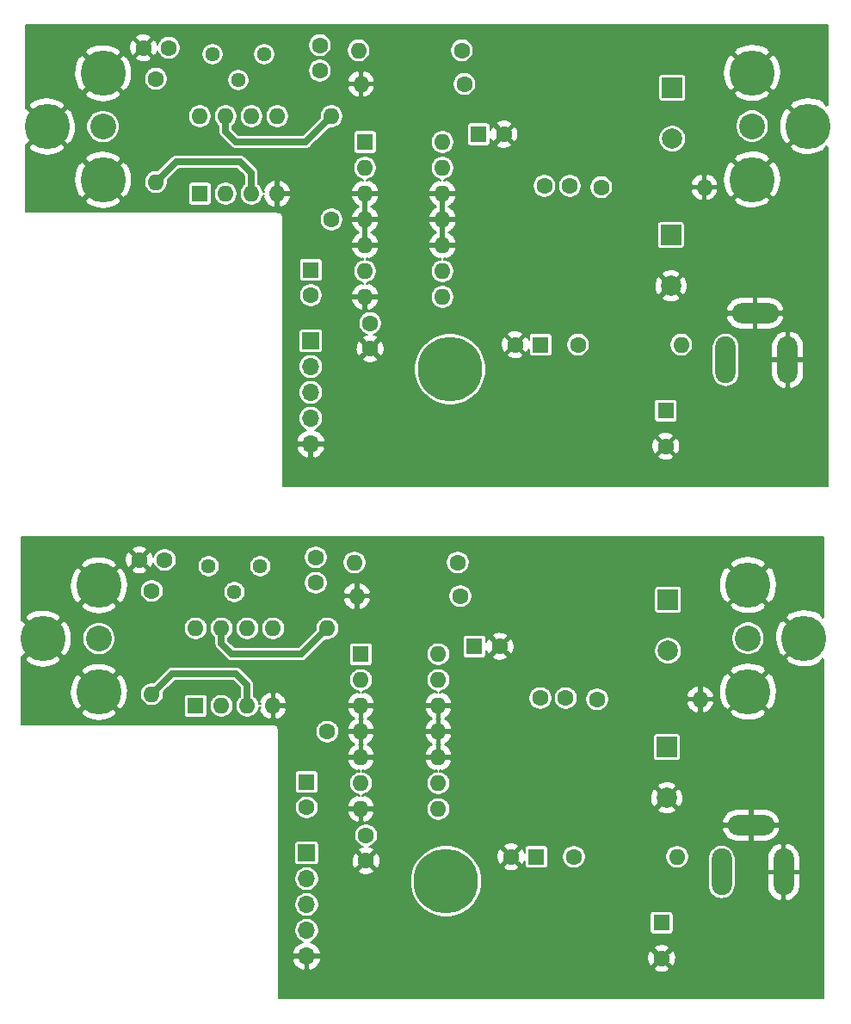
<source format=gbl>
%MOIN*%
%OFA0B0*%
%FSLAX46Y46*%
%IPPOS*%
%LPD*%
%ADD10O,0.18110236220472439X0.07874015748031496*%
%ADD11O,0.07874015748031496X0.18110236220472439*%
%ADD12R,0.062992125984251982X0.062992125984251982*%
%ADD13O,0.062992125984251982X0.062992125984251982*%
%ADD14C,0.062992125984251982*%
%ADD15C,0.25*%
%ADD16C,0.17500000000000002*%
%ADD17C,0.1*%
%ADD18R,0.066929133858267723X0.066929133858267723*%
%ADD19O,0.066929133858267723X0.066929133858267723*%
%ADD20C,0.056692913385826771*%
%ADD21C,0.07874015748031496*%
%ADD22R,0.07874015748031496X0.07874015748031496*%
%ADD23C,0.025*%
%ADD24C,0.008*%
%ADD25C,0.006000000000000001*%
%ADD36O,0.18110236220472439X0.07874015748031496*%
%ADD37O,0.07874015748031496X0.18110236220472439*%
%ADD38R,0.062992125984251982X0.062992125984251982*%
%ADD39O,0.062992125984251982X0.062992125984251982*%
%ADD40C,0.062992125984251982*%
%ADD41C,0.25*%
%ADD42C,0.17500000000000002*%
%ADD43C,0.1*%
%ADD44R,0.066929133858267723X0.066929133858267723*%
%ADD45O,0.066929133858267723X0.066929133858267723*%
%ADD46C,0.056692913385826771*%
%ADD47C,0.07874015748031496*%
%ADD48R,0.07874015748031496X0.07874015748031496*%
%ADD49C,0.025*%
%ADD50C,0.008*%
%ADD51C,0.006000000000000001*%
%LPD*%
G01*
D10*
X-0001275787Y0003646196D02*
X0002846456Y0000692913D03*
D11*
X0002732283Y0000511811D03*
X0002972440Y0000511811D03*
D12*
X0000695000Y0001155708D03*
D13*
X0000994999Y0001455708D03*
X0000794999Y0001155708D03*
X0000894999Y0001455708D03*
X0000894999Y0001155708D03*
X0000794999Y0001455708D03*
X0000994999Y0001155708D03*
X0000695000Y0001455708D03*
X0001205000Y0001455708D03*
D14*
X0001205000Y0001055708D03*
D13*
X0001320000Y0001580708D03*
D14*
X0001720000Y0001580708D03*
X0000525000Y0001600708D03*
D13*
X0000525000Y0001200708D03*
D12*
X0002500000Y0000314960D03*
D14*
X0002500000Y0000177165D03*
D15*
X0001665000Y0000475708D03*
D16*
X0000102999Y0001415708D03*
X0000320000Y0001209208D03*
X0000320000Y0001622208D03*
D17*
X0000320000Y0001415708D03*
D16*
X0003051645Y0001417322D03*
X0002834645Y0001623822D03*
X0002834645Y0001210822D03*
D17*
X0002834645Y0001417322D03*
D18*
X0001124999Y0000585708D03*
D19*
X0001124999Y0000485708D03*
X0001124999Y0000385708D03*
X0001124999Y0000285708D03*
X0001124999Y0000185708D03*
D14*
X0002029999Y0001185708D03*
X0002128425Y0001185708D03*
D12*
X0001334999Y0001355708D03*
D13*
X0001635000Y0000755708D03*
X0001334999Y0001255708D03*
X0001635000Y0000855708D03*
X0001334999Y0001155708D03*
X0001635000Y0000955708D03*
X0001334999Y0001055708D03*
X0001635000Y0001055708D03*
X0001334999Y0000955708D03*
X0001635000Y0001155708D03*
X0001334999Y0000855708D03*
X0001635000Y0001255708D03*
X0001334999Y0000755708D03*
X0001635000Y0001355708D03*
D14*
X0000574999Y0001720708D03*
X0000476574Y0001720708D03*
X0001160000Y0001632283D03*
X0001160000Y0001730708D03*
D20*
X0000945000Y0001695708D03*
X0000845000Y0001595708D03*
X0000745000Y0001695708D03*
D14*
X0001710000Y0001710708D03*
D13*
X0001310000Y0001710708D03*
X0002560000Y0000570866D03*
D14*
X0002160000Y0000570866D03*
X0002250000Y0001180708D03*
D13*
X0002650000Y0001180708D03*
D12*
X0002015000Y0000570708D03*
D14*
X0001916574Y0000570708D03*
X0001124999Y0000762283D03*
D12*
X0001124999Y0000860708D03*
D14*
X0001355000Y0000555708D03*
X0001355000Y0000654133D03*
D12*
X0001774999Y0001385708D03*
D14*
X0001873425Y0001385708D03*
D21*
X0002519999Y0000798858D03*
D22*
X0002519999Y0000995708D03*
X0002525000Y0001565708D03*
D21*
X0002525000Y0001368858D03*
D23*
X0000894999Y0001155708D02*
X0000894999Y0001235708D01*
X0000894999Y0001235708D02*
X0000849999Y0001280708D01*
X0000604999Y0001280708D02*
X0000525000Y0001200708D01*
X0000849999Y0001280708D02*
X0000604999Y0001280708D01*
X0000794999Y0001395708D02*
X0000794999Y0001455708D01*
X0000834999Y0001355708D02*
X0000794999Y0001395708D01*
X0001105000Y0001355708D02*
X0000834999Y0001355708D01*
X0001205000Y0001455708D02*
X0001105000Y0001355708D01*
D24*
X0003128106Y0001499282D02*
X0003126613Y0001500775D01*
X0003122264Y0001496426D01*
X0003112552Y0001511361D01*
X0003093035Y0001521436D01*
X0003071929Y0001527510D01*
X0003050042Y0001529350D01*
X0003028217Y0001526885D01*
X0003007293Y0001520209D01*
X0002990739Y0001511361D01*
X0002981027Y0001496426D01*
X0003051645Y0001425808D01*
X0003052202Y0001426364D01*
X0003060687Y0001417879D01*
X0003060130Y0001417322D01*
X0003060687Y0001416765D01*
X0003052202Y0001408280D01*
X0003051645Y0001408837D01*
X0002981027Y0001338219D01*
X0002990739Y0001323284D01*
X0003010255Y0001313208D01*
X0003031362Y0001307134D01*
X0003053248Y0001305294D01*
X0003075073Y0001307760D01*
X0003095997Y0001314435D01*
X0003112552Y0001323284D01*
X0003122264Y0001338219D01*
X0003126613Y0001333869D01*
X0003128106Y0001335363D01*
X0003128106Y0000021499D01*
X0001016500Y0000021499D01*
X0001016500Y0000170842D01*
X0001069491Y0000170842D01*
X0001070587Y0000167230D01*
X0001075237Y0000156970D01*
X0001081800Y0000147814D01*
X0001090023Y0000140114D01*
X0001099590Y0000134167D01*
X0001110133Y0000130200D01*
X0001118999Y0000134557D01*
X0001118999Y0000179708D01*
X0001130999Y0000179708D01*
X0001130999Y0000134557D01*
X0001139866Y0000130200D01*
X0001150409Y0000134167D01*
X0001156560Y0000137990D01*
X0002469310Y0000137990D01*
X0002472266Y0000128786D01*
X0002482237Y0000124305D01*
X0002492891Y0000121855D01*
X0002503818Y0000121531D01*
X0002514598Y0000123345D01*
X0002524818Y0000127227D01*
X0002527733Y0000128786D01*
X0002530689Y0000137990D01*
X0002500000Y0000168680D01*
X0002469310Y0000137990D01*
X0001156560Y0000137990D01*
X0001159976Y0000140114D01*
X0001168199Y0000147814D01*
X0001174762Y0000156970D01*
X0001179412Y0000167230D01*
X0001180508Y0000170842D01*
X0001179266Y0000173346D01*
X0002444366Y0000173346D01*
X0002446180Y0000162566D01*
X0002450062Y0000152347D01*
X0002451620Y0000149432D01*
X0002460825Y0000146475D01*
X0002491514Y0000177165D01*
X0002508485Y0000177165D01*
X0002539174Y0000146475D01*
X0002548379Y0000149432D01*
X0002552860Y0000159403D01*
X0002555309Y0000170057D01*
X0002555633Y0000180984D01*
X0002553819Y0000191764D01*
X0002549937Y0000201983D01*
X0002548379Y0000204898D01*
X0002539174Y0000207854D01*
X0002508485Y0000177165D01*
X0002491514Y0000177165D01*
X0002460825Y0000207854D01*
X0002451620Y0000204898D01*
X0002447139Y0000194927D01*
X0002444690Y0000184273D01*
X0002444366Y0000173346D01*
X0001179266Y0000173346D01*
X0001176113Y0000179708D01*
X0001130999Y0000179708D01*
X0001118999Y0000179708D01*
X0001073886Y0000179708D01*
X0001069491Y0000170842D01*
X0001016500Y0000170842D01*
X0001016500Y0000200575D01*
X0001069491Y0000200575D01*
X0001073886Y0000191708D01*
X0001118999Y0000191708D01*
X0001118999Y0000192496D01*
X0001130999Y0000192496D01*
X0001130999Y0000191708D01*
X0001176113Y0000191708D01*
X0001180508Y0000200575D01*
X0001179412Y0000204186D01*
X0001174762Y0000214446D01*
X0001173405Y0000216340D01*
X0002469310Y0000216340D01*
X0002500000Y0000185650D01*
X0002530689Y0000216340D01*
X0002527733Y0000225544D01*
X0002517762Y0000230025D01*
X0002507108Y0000232475D01*
X0002496181Y0000232798D01*
X0002485401Y0000230985D01*
X0002475181Y0000227102D01*
X0002472266Y0000225544D01*
X0002469310Y0000216340D01*
X0001173405Y0000216340D01*
X0001168199Y0000223602D01*
X0001159976Y0000231302D01*
X0001150409Y0000237250D01*
X0001140784Y0000240871D01*
X0001147482Y0000243646D01*
X0001155256Y0000248840D01*
X0001161868Y0000255451D01*
X0001167062Y0000263225D01*
X0001170640Y0000271863D01*
X0001172464Y0000281033D01*
X0001172464Y0000290383D01*
X0001170640Y0000299553D01*
X0001167062Y0000308191D01*
X0001161868Y0000315965D01*
X0001155256Y0000322576D01*
X0001147482Y0000327771D01*
X0001138844Y0000331349D01*
X0001129674Y0000333173D01*
X0001120325Y0000333173D01*
X0001111155Y0000331349D01*
X0001102517Y0000327771D01*
X0001094743Y0000322576D01*
X0001088131Y0000315965D01*
X0001082937Y0000308191D01*
X0001079359Y0000299553D01*
X0001077535Y0000290383D01*
X0001077535Y0000281033D01*
X0001079359Y0000271863D01*
X0001082937Y0000263225D01*
X0001088131Y0000255451D01*
X0001094743Y0000248840D01*
X0001102517Y0000243646D01*
X0001109215Y0000240871D01*
X0001099590Y0000237250D01*
X0001090023Y0000231302D01*
X0001081800Y0000223602D01*
X0001075237Y0000214446D01*
X0001070587Y0000204186D01*
X0001069491Y0000200575D01*
X0001016500Y0000200575D01*
X0001016500Y0000390383D01*
X0001077535Y0000390383D01*
X0001077535Y0000381033D01*
X0001079359Y0000371863D01*
X0001082937Y0000363225D01*
X0001088131Y0000355451D01*
X0001094743Y0000348840D01*
X0001102517Y0000343646D01*
X0001111155Y0000340068D01*
X0001120325Y0000338244D01*
X0001129674Y0000338244D01*
X0001138844Y0000340068D01*
X0001147482Y0000343646D01*
X0001155256Y0000348840D01*
X0001161868Y0000355451D01*
X0001167062Y0000363225D01*
X0001170640Y0000371863D01*
X0001172464Y0000381033D01*
X0001172464Y0000390383D01*
X0001170640Y0000399553D01*
X0001167062Y0000408191D01*
X0001161868Y0000415965D01*
X0001155256Y0000422576D01*
X0001147482Y0000427771D01*
X0001138844Y0000431349D01*
X0001129674Y0000433173D01*
X0001120325Y0000433173D01*
X0001111155Y0000431349D01*
X0001102517Y0000427771D01*
X0001094743Y0000422576D01*
X0001088131Y0000415965D01*
X0001082937Y0000408191D01*
X0001079359Y0000399553D01*
X0001077535Y0000390383D01*
X0001016500Y0000390383D01*
X0001016500Y0000490383D01*
X0001077535Y0000490383D01*
X0001077535Y0000481033D01*
X0001079359Y0000471863D01*
X0001082937Y0000463225D01*
X0001088131Y0000455451D01*
X0001094743Y0000448840D01*
X0001102517Y0000443646D01*
X0001111155Y0000440068D01*
X0001120325Y0000438244D01*
X0001129674Y0000438244D01*
X0001138844Y0000440068D01*
X0001147482Y0000443646D01*
X0001155256Y0000448840D01*
X0001161868Y0000455451D01*
X0001167062Y0000463225D01*
X0001170640Y0000471863D01*
X0001172464Y0000481033D01*
X0001172464Y0000489398D01*
X0001526000Y0000489398D01*
X0001526000Y0000462018D01*
X0001531341Y0000435163D01*
X0001541819Y0000409867D01*
X0001557031Y0000387101D01*
X0001576392Y0000367740D01*
X0001599158Y0000352528D01*
X0001624455Y0000342050D01*
X0001651309Y0000336708D01*
X0001678690Y0000336708D01*
X0001705544Y0000342050D01*
X0001716182Y0000346456D01*
X0002454436Y0000346456D01*
X0002454436Y0000283464D01*
X0002454706Y0000280720D01*
X0002455507Y0000278081D01*
X0002456807Y0000275648D01*
X0002458556Y0000273517D01*
X0002460688Y0000271767D01*
X0002463120Y0000270467D01*
X0002465759Y0000269667D01*
X0002468503Y0000269396D01*
X0002531496Y0000269396D01*
X0002534240Y0000269667D01*
X0002536879Y0000270467D01*
X0002539311Y0000271767D01*
X0002541443Y0000273517D01*
X0002543192Y0000275648D01*
X0002544492Y0000278081D01*
X0002545293Y0000280720D01*
X0002545563Y0000283464D01*
X0002545563Y0000346456D01*
X0002545293Y0000349201D01*
X0002544492Y0000351840D01*
X0002543192Y0000354272D01*
X0002541443Y0000356404D01*
X0002539311Y0000358153D01*
X0002536879Y0000359453D01*
X0002534240Y0000360254D01*
X0002531496Y0000360524D01*
X0002468503Y0000360524D01*
X0002465759Y0000360254D01*
X0002463120Y0000359453D01*
X0002460688Y0000358153D01*
X0002458556Y0000356404D01*
X0002456807Y0000354272D01*
X0002455507Y0000351840D01*
X0002454706Y0000349201D01*
X0002454436Y0000346456D01*
X0001716182Y0000346456D01*
X0001730841Y0000352528D01*
X0001753607Y0000367740D01*
X0001772968Y0000387101D01*
X0001788180Y0000409867D01*
X0001798658Y0000435163D01*
X0001803202Y0000458008D01*
X0002678913Y0000458008D01*
X0002679685Y0000450167D01*
X0002682737Y0000440107D01*
X0002687693Y0000430835D01*
X0002694362Y0000422708D01*
X0002702489Y0000416039D01*
X0002711760Y0000411083D01*
X0002721821Y0000408032D01*
X0002732283Y0000407001D01*
X0002742745Y0000408032D01*
X0002752806Y0000411083D01*
X0002762077Y0000416039D01*
X0002770204Y0000422708D01*
X0002776873Y0000430835D01*
X0002781829Y0000440107D01*
X0002784881Y0000450167D01*
X0002785653Y0000458008D01*
X0002785653Y0000505811D01*
X0002909070Y0000505811D01*
X0002909070Y0000454629D01*
X0002911459Y0000442382D01*
X0002916190Y0000430835D01*
X0002923084Y0000420434D01*
X0002931874Y0000411577D01*
X0002942223Y0000404606D01*
X0002953733Y0000399787D01*
X0002956646Y0000399259D01*
X0002966440Y0000403574D01*
X0002966440Y0000505811D01*
X0002978440Y0000505811D01*
X0002978440Y0000403574D01*
X0002988235Y0000399259D01*
X0002991148Y0000399787D01*
X0003002658Y0000404606D01*
X0003013007Y0000411577D01*
X0003021797Y0000420434D01*
X0003028691Y0000430835D01*
X0003033422Y0000442382D01*
X0003035811Y0000454629D01*
X0003035811Y0000505811D01*
X0002978440Y0000505811D01*
X0002966440Y0000505811D01*
X0002909070Y0000505811D01*
X0002785653Y0000505811D01*
X0002785653Y0000565613D01*
X0002785320Y0000568992D01*
X0002909070Y0000568992D01*
X0002909070Y0000517811D01*
X0002966440Y0000517811D01*
X0002966440Y0000620047D01*
X0002978440Y0000620047D01*
X0002978440Y0000517811D01*
X0003035811Y0000517811D01*
X0003035811Y0000568992D01*
X0003033422Y0000581239D01*
X0003028691Y0000592786D01*
X0003021797Y0000603187D01*
X0003013007Y0000612044D01*
X0003002658Y0000619015D01*
X0002991148Y0000623834D01*
X0002988235Y0000624362D01*
X0002978440Y0000620047D01*
X0002966440Y0000620047D01*
X0002956646Y0000624362D01*
X0002953733Y0000623834D01*
X0002942223Y0000619015D01*
X0002931874Y0000612044D01*
X0002923084Y0000603187D01*
X0002916190Y0000592786D01*
X0002911459Y0000581239D01*
X0002909070Y0000568992D01*
X0002785320Y0000568992D01*
X0002784881Y0000573454D01*
X0002781829Y0000583514D01*
X0002776873Y0000592786D01*
X0002770204Y0000600913D01*
X0002762077Y0000607582D01*
X0002752806Y0000612538D01*
X0002742745Y0000615589D01*
X0002732283Y0000616620D01*
X0002721821Y0000615589D01*
X0002711760Y0000612538D01*
X0002702489Y0000607582D01*
X0002694362Y0000600913D01*
X0002687693Y0000592786D01*
X0002682737Y0000583514D01*
X0002679685Y0000573454D01*
X0002678913Y0000565613D01*
X0002678913Y0000458008D01*
X0001803202Y0000458008D01*
X0001804000Y0000462018D01*
X0001804000Y0000489398D01*
X0001798658Y0000516253D01*
X0001792328Y0000531533D01*
X0001885885Y0000531533D01*
X0001888841Y0000522329D01*
X0001898812Y0000517848D01*
X0001909466Y0000515398D01*
X0001920393Y0000515074D01*
X0001931173Y0000516888D01*
X0001941392Y0000520771D01*
X0001944307Y0000522329D01*
X0001947264Y0000531533D01*
X0001916574Y0000562223D01*
X0001885885Y0000531533D01*
X0001792328Y0000531533D01*
X0001788180Y0000541549D01*
X0001772968Y0000564315D01*
X0001770394Y0000566889D01*
X0001860941Y0000566889D01*
X0001862755Y0000556109D01*
X0001866637Y0000545890D01*
X0001868195Y0000542975D01*
X0001877399Y0000540019D01*
X0001908089Y0000570708D01*
X0001925060Y0000570708D01*
X0001955749Y0000540019D01*
X0001964954Y0000542975D01*
X0001969434Y0000552946D01*
X0001969436Y0000552952D01*
X0001969436Y0000539212D01*
X0001969706Y0000536468D01*
X0001970507Y0000533829D01*
X0001971807Y0000531397D01*
X0001973556Y0000529265D01*
X0001975688Y0000527515D01*
X0001978120Y0000526215D01*
X0001980759Y0000525415D01*
X0001983503Y0000525144D01*
X0002046496Y0000525144D01*
X0002049240Y0000525415D01*
X0002051879Y0000526215D01*
X0002054311Y0000527515D01*
X0002056443Y0000529265D01*
X0002058192Y0000531397D01*
X0002059492Y0000533829D01*
X0002060293Y0000536468D01*
X0002060563Y0000539212D01*
X0002060563Y0000575347D01*
X0002114503Y0000575347D01*
X0002114503Y0000566385D01*
X0002116252Y0000557595D01*
X0002119681Y0000549315D01*
X0002124660Y0000541864D01*
X0002130997Y0000535527D01*
X0002138449Y0000530548D01*
X0002146729Y0000527118D01*
X0002155518Y0000525370D01*
X0002164480Y0000525370D01*
X0002173270Y0000527118D01*
X0002181550Y0000530548D01*
X0002189002Y0000535527D01*
X0002195339Y0000541864D01*
X0002200318Y0000549315D01*
X0002203747Y0000557595D01*
X0002205496Y0000566385D01*
X0002205496Y0000575347D01*
X0002514503Y0000575347D01*
X0002514503Y0000566385D01*
X0002516252Y0000557595D01*
X0002519681Y0000549315D01*
X0002524660Y0000541864D01*
X0002530997Y0000535527D01*
X0002538449Y0000530548D01*
X0002546729Y0000527118D01*
X0002555519Y0000525370D01*
X0002564480Y0000525370D01*
X0002573270Y0000527118D01*
X0002581550Y0000530548D01*
X0002589002Y0000535527D01*
X0002595339Y0000541864D01*
X0002600318Y0000549315D01*
X0002603747Y0000557595D01*
X0002605496Y0000566385D01*
X0002605496Y0000575347D01*
X0002603747Y0000584136D01*
X0002600318Y0000592416D01*
X0002595339Y0000599868D01*
X0002589002Y0000606205D01*
X0002581550Y0000611184D01*
X0002573270Y0000614613D01*
X0002564480Y0000616362D01*
X0002555519Y0000616362D01*
X0002546729Y0000614613D01*
X0002538449Y0000611184D01*
X0002530997Y0000606205D01*
X0002524660Y0000599868D01*
X0002519681Y0000592416D01*
X0002516252Y0000584136D01*
X0002514503Y0000575347D01*
X0002205496Y0000575347D01*
X0002203747Y0000584136D01*
X0002200318Y0000592416D01*
X0002195339Y0000599868D01*
X0002189002Y0000606205D01*
X0002181550Y0000611184D01*
X0002173270Y0000614613D01*
X0002164480Y0000616362D01*
X0002155518Y0000616362D01*
X0002146729Y0000614613D01*
X0002138449Y0000611184D01*
X0002130997Y0000606205D01*
X0002124660Y0000599868D01*
X0002119681Y0000592416D01*
X0002116252Y0000584136D01*
X0002114503Y0000575347D01*
X0002060563Y0000575347D01*
X0002060563Y0000602204D01*
X0002060293Y0000604949D01*
X0002059492Y0000607588D01*
X0002058192Y0000610020D01*
X0002056443Y0000612152D01*
X0002054311Y0000613901D01*
X0002051879Y0000615201D01*
X0002049240Y0000616002D01*
X0002046496Y0000616272D01*
X0001983503Y0000616272D01*
X0001980759Y0000616002D01*
X0001978120Y0000615201D01*
X0001975688Y0000613901D01*
X0001973556Y0000612152D01*
X0001971807Y0000610020D01*
X0001970507Y0000607588D01*
X0001969706Y0000604949D01*
X0001969436Y0000602204D01*
X0001969436Y0000587830D01*
X0001966512Y0000595526D01*
X0001964954Y0000598441D01*
X0001955749Y0000601398D01*
X0001925060Y0000570708D01*
X0001908089Y0000570708D01*
X0001877399Y0000601398D01*
X0001868195Y0000598441D01*
X0001863714Y0000588470D01*
X0001861265Y0000577816D01*
X0001860941Y0000566889D01*
X0001770394Y0000566889D01*
X0001753607Y0000583676D01*
X0001730841Y0000598888D01*
X0001705544Y0000609366D01*
X0001702948Y0000609883D01*
X0001885885Y0000609883D01*
X0001916574Y0000579193D01*
X0001947264Y0000609883D01*
X0001944307Y0000619087D01*
X0001934336Y0000623568D01*
X0001923682Y0000626018D01*
X0001912755Y0000626342D01*
X0001901975Y0000624528D01*
X0001891756Y0000620646D01*
X0001888841Y0000619087D01*
X0001885885Y0000609883D01*
X0001702948Y0000609883D01*
X0001678690Y0000614708D01*
X0001651309Y0000614708D01*
X0001624455Y0000609366D01*
X0001599158Y0000598888D01*
X0001576392Y0000583676D01*
X0001557031Y0000564315D01*
X0001541819Y0000541549D01*
X0001531341Y0000516253D01*
X0001526000Y0000489398D01*
X0001172464Y0000489398D01*
X0001172464Y0000490383D01*
X0001170640Y0000499553D01*
X0001167062Y0000508191D01*
X0001161868Y0000515965D01*
X0001161299Y0000516533D01*
X0001324310Y0000516533D01*
X0001327266Y0000507329D01*
X0001337237Y0000502848D01*
X0001347891Y0000500398D01*
X0001358818Y0000500074D01*
X0001369598Y0000501888D01*
X0001379818Y0000505771D01*
X0001382733Y0000507329D01*
X0001385689Y0000516533D01*
X0001355000Y0000547223D01*
X0001324310Y0000516533D01*
X0001161299Y0000516533D01*
X0001155256Y0000522576D01*
X0001147482Y0000527771D01*
X0001138844Y0000531349D01*
X0001129674Y0000533173D01*
X0001120325Y0000533173D01*
X0001111155Y0000531349D01*
X0001102517Y0000527771D01*
X0001094743Y0000522576D01*
X0001088131Y0000515965D01*
X0001082937Y0000508191D01*
X0001079359Y0000499553D01*
X0001077535Y0000490383D01*
X0001016500Y0000490383D01*
X0001016500Y0000619173D01*
X0001077467Y0000619173D01*
X0001077467Y0000552244D01*
X0001077738Y0000549499D01*
X0001078538Y0000546860D01*
X0001079838Y0000544428D01*
X0001081588Y0000542296D01*
X0001083719Y0000540547D01*
X0001086151Y0000539247D01*
X0001088790Y0000538446D01*
X0001091535Y0000538176D01*
X0001158464Y0000538176D01*
X0001161209Y0000538446D01*
X0001163848Y0000539247D01*
X0001166280Y0000540547D01*
X0001168411Y0000542296D01*
X0001170161Y0000544428D01*
X0001171461Y0000546860D01*
X0001172261Y0000549499D01*
X0001172497Y0000551889D01*
X0001299366Y0000551889D01*
X0001301180Y0000541109D01*
X0001305062Y0000530890D01*
X0001306620Y0000527975D01*
X0001315825Y0000525019D01*
X0001346514Y0000555708D01*
X0001363485Y0000555708D01*
X0001394174Y0000525019D01*
X0001403379Y0000527975D01*
X0001407860Y0000537946D01*
X0001410309Y0000548600D01*
X0001410633Y0000559527D01*
X0001408819Y0000570307D01*
X0001404937Y0000580526D01*
X0001403379Y0000583441D01*
X0001394174Y0000586398D01*
X0001363485Y0000555708D01*
X0001346514Y0000555708D01*
X0001315825Y0000586398D01*
X0001306620Y0000583441D01*
X0001302139Y0000573470D01*
X0001299690Y0000562816D01*
X0001299366Y0000551889D01*
X0001172497Y0000551889D01*
X0001172532Y0000552244D01*
X0001172532Y0000619173D01*
X0001172261Y0000621917D01*
X0001171461Y0000624556D01*
X0001170161Y0000626988D01*
X0001168411Y0000629120D01*
X0001166280Y0000630870D01*
X0001163848Y0000632170D01*
X0001161209Y0000632970D01*
X0001158464Y0000633240D01*
X0001091535Y0000633240D01*
X0001088790Y0000632970D01*
X0001086151Y0000632170D01*
X0001083719Y0000630870D01*
X0001081588Y0000629120D01*
X0001079838Y0000626988D01*
X0001078538Y0000624556D01*
X0001077738Y0000621917D01*
X0001077467Y0000619173D01*
X0001016500Y0000619173D01*
X0001016500Y0000658614D01*
X0001309503Y0000658614D01*
X0001309503Y0000649652D01*
X0001311252Y0000640863D01*
X0001314681Y0000632583D01*
X0001319660Y0000625131D01*
X0001325997Y0000618794D01*
X0001333449Y0000613815D01*
X0001341729Y0000610386D01*
X0001343456Y0000610042D01*
X0001340401Y0000609528D01*
X0001330181Y0000605646D01*
X0001327266Y0000604087D01*
X0001324310Y0000594883D01*
X0001355000Y0000564193D01*
X0001385689Y0000594883D01*
X0001382733Y0000604087D01*
X0001372762Y0000608568D01*
X0001366440Y0000610022D01*
X0001368270Y0000610386D01*
X0001376550Y0000613815D01*
X0001384002Y0000618794D01*
X0001390339Y0000625131D01*
X0001395318Y0000632583D01*
X0001398747Y0000640863D01*
X0001400496Y0000649652D01*
X0001400496Y0000658614D01*
X0001398747Y0000667404D01*
X0001395318Y0000675684D01*
X0001394359Y0000677118D01*
X0002733905Y0000677118D01*
X0002734433Y0000674205D01*
X0002739251Y0000662695D01*
X0002746223Y0000652346D01*
X0002755080Y0000643556D01*
X0002765481Y0000636663D01*
X0002777027Y0000631931D01*
X0002789275Y0000629543D01*
X0002840456Y0000629543D01*
X0002840456Y0000686913D01*
X0002852456Y0000686913D01*
X0002852456Y0000629543D01*
X0002903637Y0000629543D01*
X0002915885Y0000631931D01*
X0002927431Y0000636663D01*
X0002937833Y0000643556D01*
X0002946689Y0000652346D01*
X0002953661Y0000662695D01*
X0002958480Y0000674205D01*
X0002959007Y0000677118D01*
X0002954693Y0000686913D01*
X0002852456Y0000686913D01*
X0002840456Y0000686913D01*
X0002738220Y0000686913D01*
X0002733905Y0000677118D01*
X0001394359Y0000677118D01*
X0001390339Y0000683135D01*
X0001384002Y0000689472D01*
X0001376550Y0000694451D01*
X0001368270Y0000697881D01*
X0001359480Y0000699629D01*
X0001350519Y0000699629D01*
X0001341729Y0000697881D01*
X0001333449Y0000694451D01*
X0001325997Y0000689472D01*
X0001319660Y0000683135D01*
X0001314681Y0000675684D01*
X0001311252Y0000667404D01*
X0001309503Y0000658614D01*
X0001016500Y0000658614D01*
X0001016500Y0000766764D01*
X0001079503Y0000766764D01*
X0001079503Y0000757802D01*
X0001081252Y0000749012D01*
X0001084681Y0000740732D01*
X0001089660Y0000733281D01*
X0001095997Y0000726944D01*
X0001103449Y0000721965D01*
X0001111729Y0000718535D01*
X0001120519Y0000716787D01*
X0001129480Y0000716787D01*
X0001138270Y0000718535D01*
X0001146550Y0000721965D01*
X0001154002Y0000726944D01*
X0001160339Y0000733281D01*
X0001165318Y0000740732D01*
X0001165491Y0000741151D01*
X0001281447Y0000741151D01*
X0001282384Y0000738059D01*
X0001286839Y0000728134D01*
X0001293143Y0000719268D01*
X0001301057Y0000711802D01*
X0001310275Y0000706024D01*
X0001320443Y0000702155D01*
X0001329000Y0000706537D01*
X0001329000Y0000749708D01*
X0001340999Y0000749708D01*
X0001340999Y0000706537D01*
X0001349556Y0000702155D01*
X0001359724Y0000706024D01*
X0001364006Y0000708708D01*
X0002733905Y0000708708D01*
X0002738220Y0000698913D01*
X0002840456Y0000698913D01*
X0002840456Y0000756283D01*
X0002852456Y0000756283D01*
X0002852456Y0000698913D01*
X0002954693Y0000698913D01*
X0002959007Y0000708708D01*
X0002958480Y0000711620D01*
X0002953661Y0000723131D01*
X0002946689Y0000733480D01*
X0002937833Y0000742270D01*
X0002927431Y0000749163D01*
X0002915885Y0000753895D01*
X0002903637Y0000756283D01*
X0002852456Y0000756283D01*
X0002840456Y0000756283D01*
X0002789275Y0000756283D01*
X0002777027Y0000753895D01*
X0002765481Y0000749163D01*
X0002755080Y0000742270D01*
X0002746223Y0000733480D01*
X0002739251Y0000723131D01*
X0002734433Y0000711620D01*
X0002733905Y0000708708D01*
X0001364006Y0000708708D01*
X0001368942Y0000711802D01*
X0001376856Y0000719268D01*
X0001383160Y0000728134D01*
X0001387615Y0000738059D01*
X0001388552Y0000741151D01*
X0001384131Y0000749708D01*
X0001340999Y0000749708D01*
X0001329000Y0000749708D01*
X0001285868Y0000749708D01*
X0001281447Y0000741151D01*
X0001165491Y0000741151D01*
X0001168747Y0000749012D01*
X0001170496Y0000757802D01*
X0001170496Y0000760189D01*
X0001589503Y0000760189D01*
X0001589503Y0000751227D01*
X0001591252Y0000742437D01*
X0001594681Y0000734158D01*
X0001599660Y0000726706D01*
X0001605997Y0000720369D01*
X0001613449Y0000715390D01*
X0001621729Y0000711960D01*
X0001630519Y0000710212D01*
X0001639480Y0000710212D01*
X0001648270Y0000711960D01*
X0001656550Y0000715390D01*
X0001664002Y0000720369D01*
X0001670339Y0000726706D01*
X0001675318Y0000734158D01*
X0001678747Y0000742437D01*
X0001680496Y0000751227D01*
X0001680496Y0000754053D01*
X0002483680Y0000754053D01*
X0002487592Y0000744045D01*
X0002498908Y0000738776D01*
X0002511035Y0000735815D01*
X0002523506Y0000735278D01*
X0002535843Y0000737183D01*
X0002547570Y0000741459D01*
X0002552407Y0000744045D01*
X0002556319Y0000754053D01*
X0002519999Y0000790372D01*
X0002483680Y0000754053D01*
X0001680496Y0000754053D01*
X0001680496Y0000760189D01*
X0001678747Y0000768979D01*
X0001675318Y0000777259D01*
X0001670339Y0000784710D01*
X0001664002Y0000791047D01*
X0001657560Y0000795351D01*
X0002456419Y0000795351D01*
X0002458325Y0000783015D01*
X0002462601Y0000771287D01*
X0002465186Y0000766450D01*
X0002475195Y0000762538D01*
X0002511514Y0000798858D01*
X0002528485Y0000798858D01*
X0002564804Y0000762538D01*
X0002574813Y0000766450D01*
X0002580082Y0000777766D01*
X0002583042Y0000789893D01*
X0002583580Y0000802364D01*
X0002581674Y0000814701D01*
X0002577398Y0000826428D01*
X0002574813Y0000831265D01*
X0002564804Y0000835177D01*
X0002528485Y0000798858D01*
X0002511514Y0000798858D01*
X0002475195Y0000835177D01*
X0002465186Y0000831265D01*
X0002459917Y0000819949D01*
X0002456957Y0000807822D01*
X0002456419Y0000795351D01*
X0001657560Y0000795351D01*
X0001656550Y0000796026D01*
X0001648270Y0000799456D01*
X0001639480Y0000801204D01*
X0001630519Y0000801204D01*
X0001621729Y0000799456D01*
X0001613449Y0000796026D01*
X0001605997Y0000791047D01*
X0001599660Y0000784710D01*
X0001594681Y0000777259D01*
X0001591252Y0000768979D01*
X0001589503Y0000760189D01*
X0001170496Y0000760189D01*
X0001170496Y0000766764D01*
X0001168747Y0000775554D01*
X0001165318Y0000783833D01*
X0001160339Y0000791285D01*
X0001154002Y0000797622D01*
X0001146550Y0000802601D01*
X0001138270Y0000806031D01*
X0001129480Y0000807779D01*
X0001120519Y0000807779D01*
X0001111729Y0000806031D01*
X0001103449Y0000802601D01*
X0001095997Y0000797622D01*
X0001089660Y0000791285D01*
X0001084681Y0000783833D01*
X0001081252Y0000775554D01*
X0001079503Y0000766764D01*
X0001016500Y0000766764D01*
X0001016500Y0000892204D01*
X0001079436Y0000892204D01*
X0001079436Y0000829212D01*
X0001079706Y0000826468D01*
X0001080507Y0000823829D01*
X0001081807Y0000821397D01*
X0001083556Y0000819265D01*
X0001085688Y0000817515D01*
X0001088120Y0000816215D01*
X0001090759Y0000815415D01*
X0001093503Y0000815144D01*
X0001156496Y0000815144D01*
X0001159240Y0000815415D01*
X0001161879Y0000816215D01*
X0001164311Y0000817515D01*
X0001166443Y0000819265D01*
X0001168192Y0000821397D01*
X0001169492Y0000823829D01*
X0001170293Y0000826468D01*
X0001170563Y0000829212D01*
X0001170563Y0000892204D01*
X0001170293Y0000894949D01*
X0001169492Y0000897588D01*
X0001168192Y0000900020D01*
X0001166443Y0000902152D01*
X0001164311Y0000903901D01*
X0001161879Y0000905201D01*
X0001159240Y0000906002D01*
X0001156496Y0000906272D01*
X0001093503Y0000906272D01*
X0001090759Y0000906002D01*
X0001088120Y0000905201D01*
X0001085688Y0000903901D01*
X0001083556Y0000902152D01*
X0001081807Y0000900020D01*
X0001080507Y0000897588D01*
X0001079706Y0000894949D01*
X0001079436Y0000892204D01*
X0001016500Y0000892204D01*
X0001016500Y0000941151D01*
X0001281447Y0000941151D01*
X0001282384Y0000938059D01*
X0001286839Y0000928134D01*
X0001293143Y0000919268D01*
X0001301057Y0000911802D01*
X0001310275Y0000906024D01*
X0001320443Y0000902155D01*
X0001328999Y0000906537D01*
X0001328999Y0000900902D01*
X0001321729Y0000899456D01*
X0001313449Y0000896026D01*
X0001305997Y0000891047D01*
X0001299660Y0000884710D01*
X0001294681Y0000877259D01*
X0001291252Y0000868979D01*
X0001289503Y0000860189D01*
X0001289503Y0000851227D01*
X0001291252Y0000842437D01*
X0001294681Y0000834158D01*
X0001299660Y0000826706D01*
X0001305997Y0000820369D01*
X0001313449Y0000815390D01*
X0001321729Y0000811960D01*
X0001328999Y0000810514D01*
X0001328999Y0000804879D01*
X0001320443Y0000809261D01*
X0001310275Y0000805392D01*
X0001301057Y0000799614D01*
X0001293143Y0000792149D01*
X0001286839Y0000783283D01*
X0001282384Y0000773357D01*
X0001281447Y0000770265D01*
X0001285868Y0000761708D01*
X0001329000Y0000761708D01*
X0001329000Y0000762496D01*
X0001340999Y0000762496D01*
X0001340999Y0000761708D01*
X0001384131Y0000761708D01*
X0001388552Y0000770265D01*
X0001387615Y0000773357D01*
X0001383160Y0000783283D01*
X0001376856Y0000792149D01*
X0001368942Y0000799614D01*
X0001359724Y0000805392D01*
X0001349556Y0000809261D01*
X0001341000Y0000804879D01*
X0001341000Y0000810514D01*
X0001348270Y0000811960D01*
X0001356550Y0000815390D01*
X0001364002Y0000820369D01*
X0001370339Y0000826706D01*
X0001375318Y0000834158D01*
X0001378747Y0000842437D01*
X0001380496Y0000851227D01*
X0001380496Y0000860189D01*
X0001378747Y0000868979D01*
X0001375318Y0000877259D01*
X0001370339Y0000884710D01*
X0001364002Y0000891047D01*
X0001356550Y0000896026D01*
X0001348270Y0000899456D01*
X0001341000Y0000900902D01*
X0001341000Y0000906537D01*
X0001349556Y0000902155D01*
X0001359724Y0000906024D01*
X0001368942Y0000911802D01*
X0001376856Y0000919268D01*
X0001383160Y0000928134D01*
X0001387615Y0000938059D01*
X0001388552Y0000941151D01*
X0001581447Y0000941151D01*
X0001582384Y0000938059D01*
X0001586839Y0000928134D01*
X0001593143Y0000919268D01*
X0001601057Y0000911802D01*
X0001610275Y0000906024D01*
X0001620443Y0000902155D01*
X0001628999Y0000906537D01*
X0001628999Y0000900902D01*
X0001621729Y0000899456D01*
X0001613449Y0000896026D01*
X0001605997Y0000891047D01*
X0001599660Y0000884710D01*
X0001594681Y0000877259D01*
X0001591252Y0000868979D01*
X0001589503Y0000860189D01*
X0001589503Y0000851227D01*
X0001591252Y0000842437D01*
X0001594681Y0000834158D01*
X0001599660Y0000826706D01*
X0001605997Y0000820369D01*
X0001613449Y0000815390D01*
X0001621729Y0000811960D01*
X0001630519Y0000810212D01*
X0001639480Y0000810212D01*
X0001648270Y0000811960D01*
X0001656550Y0000815390D01*
X0001664002Y0000820369D01*
X0001670339Y0000826706D01*
X0001675318Y0000834158D01*
X0001678747Y0000842437D01*
X0001678991Y0000843663D01*
X0002483680Y0000843663D01*
X0002519999Y0000807343D01*
X0002556319Y0000843663D01*
X0002552407Y0000853671D01*
X0002541091Y0000858940D01*
X0002528964Y0000861900D01*
X0002516493Y0000862438D01*
X0002504156Y0000860532D01*
X0002492429Y0000856256D01*
X0002487592Y0000853671D01*
X0002483680Y0000843663D01*
X0001678991Y0000843663D01*
X0001680496Y0000851227D01*
X0001680496Y0000860189D01*
X0001678747Y0000868979D01*
X0001675318Y0000877259D01*
X0001670339Y0000884710D01*
X0001664002Y0000891047D01*
X0001656550Y0000896026D01*
X0001648270Y0000899456D01*
X0001641000Y0000900902D01*
X0001641000Y0000906537D01*
X0001649556Y0000902155D01*
X0001659724Y0000906024D01*
X0001668942Y0000911802D01*
X0001676855Y0000919268D01*
X0001683160Y0000928134D01*
X0001687615Y0000938059D01*
X0001688552Y0000941151D01*
X0001684131Y0000949708D01*
X0001641000Y0000949708D01*
X0001641000Y0000948921D01*
X0001628999Y0000948921D01*
X0001628999Y0000949708D01*
X0001585868Y0000949708D01*
X0001581447Y0000941151D01*
X0001388552Y0000941151D01*
X0001384131Y0000949708D01*
X0001340999Y0000949708D01*
X0001340999Y0000948921D01*
X0001329000Y0000948921D01*
X0001329000Y0000949708D01*
X0001285868Y0000949708D01*
X0001281447Y0000941151D01*
X0001016500Y0000941151D01*
X0001016500Y0001060189D01*
X0001159503Y0001060189D01*
X0001159503Y0001051227D01*
X0001161252Y0001042437D01*
X0001164681Y0001034158D01*
X0001169660Y0001026706D01*
X0001175997Y0001020369D01*
X0001183449Y0001015390D01*
X0001191729Y0001011960D01*
X0001200519Y0001010212D01*
X0001209480Y0001010212D01*
X0001218270Y0001011960D01*
X0001226550Y0001015390D01*
X0001234002Y0001020369D01*
X0001240339Y0001026706D01*
X0001245318Y0001034158D01*
X0001248214Y0001041151D01*
X0001281447Y0001041151D01*
X0001282384Y0001038059D01*
X0001286839Y0001028134D01*
X0001293143Y0001019268D01*
X0001301057Y0001011802D01*
X0001310275Y0001006024D01*
X0001311105Y0001005708D01*
X0001310275Y0001005392D01*
X0001301057Y0000999614D01*
X0001293143Y0000992149D01*
X0001286839Y0000983283D01*
X0001282384Y0000973357D01*
X0001281447Y0000970265D01*
X0001285868Y0000961708D01*
X0001329000Y0000961708D01*
X0001329000Y0001004879D01*
X0001327381Y0001005708D01*
X0001329000Y0001006537D01*
X0001329000Y0001049708D01*
X0001340999Y0001049708D01*
X0001340999Y0001006537D01*
X0001342618Y0001005708D01*
X0001340999Y0001004879D01*
X0001340999Y0000961708D01*
X0001384131Y0000961708D01*
X0001388552Y0000970265D01*
X0001387615Y0000973357D01*
X0001383160Y0000983283D01*
X0001376856Y0000992149D01*
X0001368942Y0000999614D01*
X0001359724Y0001005392D01*
X0001358894Y0001005708D01*
X0001359724Y0001006024D01*
X0001368942Y0001011802D01*
X0001376856Y0001019268D01*
X0001383160Y0001028134D01*
X0001387615Y0001038059D01*
X0001388552Y0001041151D01*
X0001581447Y0001041151D01*
X0001582384Y0001038059D01*
X0001586839Y0001028134D01*
X0001593143Y0001019268D01*
X0001601057Y0001011802D01*
X0001610275Y0001006024D01*
X0001611105Y0001005708D01*
X0001610275Y0001005392D01*
X0001601057Y0000999614D01*
X0001593143Y0000992149D01*
X0001586839Y0000983283D01*
X0001582384Y0000973357D01*
X0001581447Y0000970265D01*
X0001585868Y0000961708D01*
X0001628999Y0000961708D01*
X0001628999Y0001004879D01*
X0001627381Y0001005708D01*
X0001628999Y0001006537D01*
X0001628999Y0001049708D01*
X0001641000Y0001049708D01*
X0001641000Y0001006537D01*
X0001642618Y0001005708D01*
X0001641000Y0001004879D01*
X0001641000Y0000961708D01*
X0001684131Y0000961708D01*
X0001688552Y0000970265D01*
X0001687615Y0000973357D01*
X0001683160Y0000983283D01*
X0001676855Y0000992149D01*
X0001668942Y0000999614D01*
X0001659724Y0001005392D01*
X0001658894Y0001005708D01*
X0001659724Y0001006024D01*
X0001668942Y0001011802D01*
X0001676855Y0001019268D01*
X0001683160Y0001028134D01*
X0001686277Y0001035078D01*
X0002466562Y0001035078D01*
X0002466562Y0000956338D01*
X0002466832Y0000953594D01*
X0002467633Y0000950955D01*
X0002468933Y0000948522D01*
X0002470682Y0000946391D01*
X0002472814Y0000944641D01*
X0002475246Y0000943341D01*
X0002477885Y0000942541D01*
X0002480629Y0000942270D01*
X0002559370Y0000942270D01*
X0002562114Y0000942541D01*
X0002564753Y0000943341D01*
X0002567185Y0000944641D01*
X0002569317Y0000946391D01*
X0002571066Y0000948522D01*
X0002572366Y0000950955D01*
X0002573167Y0000953594D01*
X0002573437Y0000956338D01*
X0002573437Y0001035078D01*
X0002573167Y0001037823D01*
X0002572366Y0001040462D01*
X0002571066Y0001042894D01*
X0002569317Y0001045026D01*
X0002567185Y0001046775D01*
X0002564753Y0001048075D01*
X0002562114Y0001048876D01*
X0002559370Y0001049146D01*
X0002480629Y0001049146D01*
X0002477885Y0001048876D01*
X0002475246Y0001048075D01*
X0002472814Y0001046775D01*
X0002470682Y0001045026D01*
X0002468933Y0001042894D01*
X0002467633Y0001040462D01*
X0002466832Y0001037823D01*
X0002466562Y0001035078D01*
X0001686277Y0001035078D01*
X0001687615Y0001038059D01*
X0001688552Y0001041151D01*
X0001684131Y0001049708D01*
X0001641000Y0001049708D01*
X0001628999Y0001049708D01*
X0001585868Y0001049708D01*
X0001581447Y0001041151D01*
X0001388552Y0001041151D01*
X0001384131Y0001049708D01*
X0001340999Y0001049708D01*
X0001329000Y0001049708D01*
X0001285868Y0001049708D01*
X0001281447Y0001041151D01*
X0001248214Y0001041151D01*
X0001248747Y0001042437D01*
X0001250496Y0001051227D01*
X0001250496Y0001060189D01*
X0001248747Y0001068979D01*
X0001245318Y0001077259D01*
X0001240339Y0001084710D01*
X0001234002Y0001091047D01*
X0001226550Y0001096026D01*
X0001218270Y0001099456D01*
X0001209480Y0001101204D01*
X0001200519Y0001101204D01*
X0001191729Y0001099456D01*
X0001183449Y0001096026D01*
X0001175997Y0001091047D01*
X0001169660Y0001084710D01*
X0001164681Y0001077259D01*
X0001161252Y0001068979D01*
X0001159503Y0001060189D01*
X0001016500Y0001060189D01*
X0001016500Y0001061936D01*
X0001016604Y0001062992D01*
X0001016188Y0001067206D01*
X0001014959Y0001071259D01*
X0001012963Y0001074994D01*
X0001010276Y0001078268D01*
X0001007002Y0001080955D01*
X0001003267Y0001082951D01*
X0000999214Y0001084180D01*
X0000996056Y0001084492D01*
X0000994999Y0001084596D01*
X0000993943Y0001084492D01*
X0000021499Y0001084492D01*
X0000021499Y0001130104D01*
X0000249381Y0001130104D01*
X0000259093Y0001115170D01*
X0000278609Y0001105094D01*
X0000299716Y0001099020D01*
X0000321603Y0001097180D01*
X0000343427Y0001099645D01*
X0000364352Y0001106321D01*
X0000380906Y0001115170D01*
X0000390618Y0001130104D01*
X0000320000Y0001200723D01*
X0000249381Y0001130104D01*
X0000021499Y0001130104D01*
X0000021499Y0001207605D01*
X0000207971Y0001207605D01*
X0000210437Y0001185780D01*
X0000217113Y0001164856D01*
X0000225961Y0001148302D01*
X0000240896Y0001138590D01*
X0000311514Y0001209208D01*
X0000328485Y0001209208D01*
X0000399103Y0001138590D01*
X0000414038Y0001148302D01*
X0000424113Y0001167818D01*
X0000430188Y0001188925D01*
X0000431555Y0001205189D01*
X0000479503Y0001205189D01*
X0000479503Y0001196227D01*
X0000481252Y0001187437D01*
X0000484681Y0001179158D01*
X0000489660Y0001171706D01*
X0000495997Y0001165369D01*
X0000503449Y0001160390D01*
X0000511729Y0001156960D01*
X0000520518Y0001155212D01*
X0000529480Y0001155212D01*
X0000538270Y0001156960D01*
X0000546550Y0001160390D01*
X0000554002Y0001165369D01*
X0000560339Y0001171706D01*
X0000565318Y0001179158D01*
X0000568651Y0001187204D01*
X0000649436Y0001187204D01*
X0000649436Y0001124212D01*
X0000649706Y0001121468D01*
X0000650507Y0001118829D01*
X0000651807Y0001116396D01*
X0000653556Y0001114265D01*
X0000655688Y0001112515D01*
X0000658120Y0001111215D01*
X0000660759Y0001110415D01*
X0000663503Y0001110144D01*
X0000726496Y0001110144D01*
X0000729240Y0001110415D01*
X0000731879Y0001111215D01*
X0000734311Y0001112515D01*
X0000736443Y0001114265D01*
X0000738192Y0001116396D01*
X0000739492Y0001118829D01*
X0000740293Y0001121468D01*
X0000740563Y0001124212D01*
X0000740563Y0001160189D01*
X0000749503Y0001160189D01*
X0000749503Y0001151227D01*
X0000751252Y0001142437D01*
X0000754681Y0001134158D01*
X0000759660Y0001126706D01*
X0000765997Y0001120369D01*
X0000773449Y0001115390D01*
X0000781729Y0001111960D01*
X0000790519Y0001110212D01*
X0000799480Y0001110212D01*
X0000808270Y0001111960D01*
X0000816550Y0001115390D01*
X0000824002Y0001120369D01*
X0000830339Y0001126706D01*
X0000835318Y0001134158D01*
X0000838747Y0001142437D01*
X0000840496Y0001151227D01*
X0000840496Y0001160189D01*
X0000838747Y0001168979D01*
X0000835318Y0001177259D01*
X0000830339Y0001184710D01*
X0000824002Y0001191047D01*
X0000816550Y0001196026D01*
X0000808270Y0001199456D01*
X0000799480Y0001201204D01*
X0000790519Y0001201204D01*
X0000781729Y0001199456D01*
X0000773449Y0001196026D01*
X0000765997Y0001191047D01*
X0000759660Y0001184710D01*
X0000754681Y0001177259D01*
X0000751252Y0001168979D01*
X0000749503Y0001160189D01*
X0000740563Y0001160189D01*
X0000740563Y0001187204D01*
X0000740293Y0001189949D01*
X0000739492Y0001192588D01*
X0000738192Y0001195020D01*
X0000736443Y0001197152D01*
X0000734311Y0001198901D01*
X0000731879Y0001200201D01*
X0000729240Y0001201002D01*
X0000726496Y0001201272D01*
X0000663503Y0001201272D01*
X0000660759Y0001201002D01*
X0000658120Y0001200201D01*
X0000655688Y0001198901D01*
X0000653556Y0001197152D01*
X0000651807Y0001195020D01*
X0000650507Y0001192588D01*
X0000649706Y0001189949D01*
X0000649436Y0001187204D01*
X0000568651Y0001187204D01*
X0000568747Y0001187437D01*
X0000570496Y0001196227D01*
X0000570496Y0001205189D01*
X0000569908Y0001208141D01*
X0000615976Y0001254208D01*
X0000839023Y0001254208D01*
X0000868500Y0001224731D01*
X0000868500Y0001192719D01*
X0000865997Y0001191047D01*
X0000859660Y0001184710D01*
X0000854681Y0001177259D01*
X0000851252Y0001168979D01*
X0000849503Y0001160189D01*
X0000849503Y0001151227D01*
X0000851252Y0001142437D01*
X0000854681Y0001134158D01*
X0000859660Y0001126706D01*
X0000865997Y0001120369D01*
X0000873449Y0001115390D01*
X0000881729Y0001111960D01*
X0000890519Y0001110212D01*
X0000899480Y0001110212D01*
X0000908270Y0001111960D01*
X0000916550Y0001115390D01*
X0000924002Y0001120369D01*
X0000930339Y0001126706D01*
X0000935318Y0001134158D01*
X0000938747Y0001142437D01*
X0000940193Y0001149708D01*
X0000945828Y0001149708D01*
X0000941446Y0001141151D01*
X0000945315Y0001130983D01*
X0000951093Y0001121766D01*
X0000958559Y0001113852D01*
X0000967425Y0001107547D01*
X0000977350Y0001103093D01*
X0000980443Y0001102155D01*
X0000988999Y0001106577D01*
X0000988999Y0001149708D01*
X0001000999Y0001149708D01*
X0001000999Y0001106577D01*
X0001009556Y0001102155D01*
X0001012649Y0001103093D01*
X0001022574Y0001107547D01*
X0001031440Y0001113852D01*
X0001038906Y0001121766D01*
X0001044684Y0001130983D01*
X0001048553Y0001141151D01*
X0001048553Y0001141151D01*
X0001281447Y0001141151D01*
X0001282384Y0001138059D01*
X0001286839Y0001128134D01*
X0001293143Y0001119268D01*
X0001301057Y0001111802D01*
X0001310275Y0001106024D01*
X0001311105Y0001105708D01*
X0001310275Y0001105392D01*
X0001301057Y0001099614D01*
X0001293143Y0001092149D01*
X0001286839Y0001083283D01*
X0001282384Y0001073357D01*
X0001281447Y0001070265D01*
X0001285868Y0001061708D01*
X0001329000Y0001061708D01*
X0001329000Y0001104879D01*
X0001327381Y0001105708D01*
X0001329000Y0001106537D01*
X0001329000Y0001149708D01*
X0001340999Y0001149708D01*
X0001340999Y0001106537D01*
X0001342618Y0001105708D01*
X0001340999Y0001104879D01*
X0001340999Y0001061708D01*
X0001384131Y0001061708D01*
X0001388552Y0001070265D01*
X0001387615Y0001073357D01*
X0001383160Y0001083283D01*
X0001376856Y0001092149D01*
X0001368942Y0001099614D01*
X0001359724Y0001105392D01*
X0001358894Y0001105708D01*
X0001359724Y0001106024D01*
X0001368942Y0001111802D01*
X0001376856Y0001119268D01*
X0001383160Y0001128134D01*
X0001387615Y0001138059D01*
X0001388552Y0001141151D01*
X0001581447Y0001141151D01*
X0001582384Y0001138059D01*
X0001586839Y0001128134D01*
X0001593143Y0001119268D01*
X0001601057Y0001111802D01*
X0001610275Y0001106024D01*
X0001611105Y0001105708D01*
X0001610275Y0001105392D01*
X0001601057Y0001099614D01*
X0001593143Y0001092149D01*
X0001586839Y0001083283D01*
X0001582384Y0001073357D01*
X0001581447Y0001070265D01*
X0001585868Y0001061708D01*
X0001628999Y0001061708D01*
X0001628999Y0001104879D01*
X0001627381Y0001105708D01*
X0001628999Y0001106537D01*
X0001628999Y0001149708D01*
X0001641000Y0001149708D01*
X0001641000Y0001106537D01*
X0001642618Y0001105708D01*
X0001641000Y0001104879D01*
X0001641000Y0001061708D01*
X0001684131Y0001061708D01*
X0001688552Y0001070265D01*
X0001687615Y0001073357D01*
X0001683160Y0001083283D01*
X0001676855Y0001092149D01*
X0001668942Y0001099614D01*
X0001659724Y0001105392D01*
X0001658894Y0001105708D01*
X0001659724Y0001106024D01*
X0001668942Y0001111802D01*
X0001676855Y0001119268D01*
X0001683160Y0001128134D01*
X0001687615Y0001138059D01*
X0001688552Y0001141151D01*
X0001684131Y0001149708D01*
X0001641000Y0001149708D01*
X0001628999Y0001149708D01*
X0001585868Y0001149708D01*
X0001581447Y0001141151D01*
X0001388552Y0001141151D01*
X0001384131Y0001149708D01*
X0001340999Y0001149708D01*
X0001329000Y0001149708D01*
X0001285868Y0001149708D01*
X0001281447Y0001141151D01*
X0001048553Y0001141151D01*
X0001044170Y0001149708D01*
X0001000999Y0001149708D01*
X0000988999Y0001149708D01*
X0000988212Y0001149708D01*
X0000988212Y0001161708D01*
X0000988999Y0001161708D01*
X0000988999Y0001204839D01*
X0001000999Y0001204839D01*
X0001000999Y0001161708D01*
X0001044170Y0001161708D01*
X0001048553Y0001170265D01*
X0001281447Y0001170265D01*
X0001285868Y0001161708D01*
X0001329000Y0001161708D01*
X0001329000Y0001162496D01*
X0001340999Y0001162496D01*
X0001340999Y0001161708D01*
X0001384131Y0001161708D01*
X0001388552Y0001170265D01*
X0001581447Y0001170265D01*
X0001585868Y0001161708D01*
X0001628999Y0001161708D01*
X0001628999Y0001162496D01*
X0001641000Y0001162496D01*
X0001641000Y0001161708D01*
X0001684131Y0001161708D01*
X0001688552Y0001170265D01*
X0001687615Y0001173357D01*
X0001683160Y0001183283D01*
X0001678249Y0001190189D01*
X0001984503Y0001190189D01*
X0001984503Y0001181227D01*
X0001986252Y0001172437D01*
X0001989681Y0001164158D01*
X0001994660Y0001156706D01*
X0002000997Y0001150369D01*
X0002008449Y0001145390D01*
X0002016729Y0001141960D01*
X0002025519Y0001140212D01*
X0002034480Y0001140212D01*
X0002043270Y0001141960D01*
X0002051550Y0001145390D01*
X0002059002Y0001150369D01*
X0002065339Y0001156706D01*
X0002070318Y0001164158D01*
X0002073747Y0001172437D01*
X0002075496Y0001181227D01*
X0002075496Y0001190189D01*
X0002082929Y0001190189D01*
X0002082929Y0001181227D01*
X0002084677Y0001172437D01*
X0002088107Y0001164158D01*
X0002093086Y0001156706D01*
X0002099423Y0001150369D01*
X0002106874Y0001145390D01*
X0002115154Y0001141960D01*
X0002123944Y0001140212D01*
X0002132906Y0001140212D01*
X0002141695Y0001141960D01*
X0002149975Y0001145390D01*
X0002157427Y0001150369D01*
X0002163764Y0001156706D01*
X0002168743Y0001164158D01*
X0002172172Y0001172437D01*
X0002173921Y0001181227D01*
X0002173921Y0001185189D01*
X0002204503Y0001185189D01*
X0002204503Y0001176227D01*
X0002206252Y0001167437D01*
X0002209681Y0001159158D01*
X0002214660Y0001151706D01*
X0002220997Y0001145369D01*
X0002228449Y0001140390D01*
X0002236729Y0001136960D01*
X0002245518Y0001135212D01*
X0002254480Y0001135212D01*
X0002263270Y0001136960D01*
X0002271550Y0001140390D01*
X0002279002Y0001145369D01*
X0002285339Y0001151706D01*
X0002290318Y0001159158D01*
X0002293214Y0001166151D01*
X0002596447Y0001166151D01*
X0002597384Y0001163059D01*
X0002601839Y0001153134D01*
X0002608143Y0001144268D01*
X0002616057Y0001136802D01*
X0002625275Y0001131024D01*
X0002635443Y0001127155D01*
X0002644000Y0001131537D01*
X0002644000Y0001174708D01*
X0002656000Y0001174708D01*
X0002656000Y0001131537D01*
X0002664556Y0001127155D01*
X0002674724Y0001131024D01*
X0002675832Y0001131719D01*
X0002764027Y0001131719D01*
X0002773739Y0001116784D01*
X0002793255Y0001106709D01*
X0002814362Y0001100634D01*
X0002836248Y0001098794D01*
X0002858073Y0001101260D01*
X0002878997Y0001107935D01*
X0002895552Y0001116784D01*
X0002905264Y0001131719D01*
X0002834645Y0001202337D01*
X0002764027Y0001131719D01*
X0002675832Y0001131719D01*
X0002683942Y0001136802D01*
X0002691856Y0001144268D01*
X0002698160Y0001153134D01*
X0002702615Y0001163059D01*
X0002703552Y0001166151D01*
X0002699131Y0001174708D01*
X0002656000Y0001174708D01*
X0002644000Y0001174708D01*
X0002600868Y0001174708D01*
X0002596447Y0001166151D01*
X0002293214Y0001166151D01*
X0002293747Y0001167437D01*
X0002295496Y0001176227D01*
X0002295496Y0001185189D01*
X0002293747Y0001193979D01*
X0002293214Y0001195265D01*
X0002596447Y0001195265D01*
X0002600868Y0001186708D01*
X0002644000Y0001186708D01*
X0002644000Y0001229879D01*
X0002656000Y0001229879D01*
X0002656000Y0001186708D01*
X0002699131Y0001186708D01*
X0002703552Y0001195265D01*
X0002702615Y0001198357D01*
X0002698160Y0001208283D01*
X0002697494Y0001209219D01*
X0002722617Y0001209219D01*
X0002725082Y0001187395D01*
X0002731758Y0001166470D01*
X0002740607Y0001149916D01*
X0002755541Y0001140204D01*
X0002826160Y0001210822D01*
X0002843130Y0001210822D01*
X0002913749Y0001140204D01*
X0002928684Y0001149916D01*
X0002938759Y0001169432D01*
X0002944833Y0001190539D01*
X0002946673Y0001212425D01*
X0002944208Y0001234250D01*
X0002937532Y0001255175D01*
X0002928684Y0001271729D01*
X0002913749Y0001281441D01*
X0002843130Y0001210822D01*
X0002826160Y0001210822D01*
X0002755541Y0001281441D01*
X0002740607Y0001271729D01*
X0002730531Y0001252213D01*
X0002724457Y0001231106D01*
X0002722617Y0001209219D01*
X0002697494Y0001209219D01*
X0002691856Y0001217149D01*
X0002683942Y0001224614D01*
X0002674724Y0001230392D01*
X0002664556Y0001234261D01*
X0002656000Y0001229879D01*
X0002644000Y0001229879D01*
X0002635443Y0001234261D01*
X0002625275Y0001230392D01*
X0002616057Y0001224614D01*
X0002608143Y0001217149D01*
X0002601839Y0001208283D01*
X0002597384Y0001198357D01*
X0002596447Y0001195265D01*
X0002293214Y0001195265D01*
X0002290318Y0001202259D01*
X0002285339Y0001209710D01*
X0002279002Y0001216047D01*
X0002271550Y0001221026D01*
X0002263270Y0001224456D01*
X0002254480Y0001226204D01*
X0002245518Y0001226204D01*
X0002236729Y0001224456D01*
X0002228449Y0001221026D01*
X0002220997Y0001216047D01*
X0002214660Y0001209710D01*
X0002209681Y0001202259D01*
X0002206252Y0001193979D01*
X0002204503Y0001185189D01*
X0002173921Y0001185189D01*
X0002173921Y0001190189D01*
X0002172172Y0001198979D01*
X0002168743Y0001207259D01*
X0002163764Y0001214710D01*
X0002157427Y0001221047D01*
X0002149975Y0001226026D01*
X0002141695Y0001229456D01*
X0002132906Y0001231204D01*
X0002123944Y0001231204D01*
X0002115154Y0001229456D01*
X0002106874Y0001226026D01*
X0002099423Y0001221047D01*
X0002093086Y0001214710D01*
X0002088107Y0001207259D01*
X0002084677Y0001198979D01*
X0002082929Y0001190189D01*
X0002075496Y0001190189D01*
X0002073747Y0001198979D01*
X0002070318Y0001207259D01*
X0002065339Y0001214710D01*
X0002059002Y0001221047D01*
X0002051550Y0001226026D01*
X0002043270Y0001229456D01*
X0002034480Y0001231204D01*
X0002025519Y0001231204D01*
X0002016729Y0001229456D01*
X0002008449Y0001226026D01*
X0002000997Y0001221047D01*
X0001994660Y0001214710D01*
X0001989681Y0001207259D01*
X0001986252Y0001198979D01*
X0001984503Y0001190189D01*
X0001678249Y0001190189D01*
X0001676855Y0001192149D01*
X0001668942Y0001199614D01*
X0001659724Y0001205392D01*
X0001649556Y0001209261D01*
X0001641000Y0001204879D01*
X0001641000Y0001210514D01*
X0001648270Y0001211960D01*
X0001656550Y0001215390D01*
X0001664002Y0001220369D01*
X0001670339Y0001226706D01*
X0001675318Y0001234158D01*
X0001678747Y0001242437D01*
X0001680496Y0001251227D01*
X0001680496Y0001260189D01*
X0001678747Y0001268979D01*
X0001675318Y0001277259D01*
X0001670339Y0001284710D01*
X0001665123Y0001289926D01*
X0002764027Y0001289926D01*
X0002834645Y0001219308D01*
X0002905264Y0001289926D01*
X0002895552Y0001304861D01*
X0002876035Y0001314936D01*
X0002854929Y0001321010D01*
X0002833042Y0001322850D01*
X0002811217Y0001320385D01*
X0002790293Y0001313709D01*
X0002773739Y0001304861D01*
X0002764027Y0001289926D01*
X0001665123Y0001289926D01*
X0001664002Y0001291047D01*
X0001656550Y0001296026D01*
X0001648270Y0001299456D01*
X0001639480Y0001301204D01*
X0001630519Y0001301204D01*
X0001621729Y0001299456D01*
X0001613449Y0001296026D01*
X0001605997Y0001291047D01*
X0001599660Y0001284710D01*
X0001594681Y0001277259D01*
X0001591252Y0001268979D01*
X0001589503Y0001260189D01*
X0001589503Y0001251227D01*
X0001591252Y0001242437D01*
X0001594681Y0001234158D01*
X0001599660Y0001226706D01*
X0001605997Y0001220369D01*
X0001613449Y0001215390D01*
X0001621729Y0001211960D01*
X0001628999Y0001210514D01*
X0001628999Y0001204879D01*
X0001620443Y0001209261D01*
X0001610275Y0001205392D01*
X0001601057Y0001199614D01*
X0001593143Y0001192149D01*
X0001586839Y0001183283D01*
X0001582384Y0001173357D01*
X0001581447Y0001170265D01*
X0001388552Y0001170265D01*
X0001387615Y0001173357D01*
X0001383160Y0001183283D01*
X0001376856Y0001192149D01*
X0001368942Y0001199614D01*
X0001359724Y0001205392D01*
X0001349556Y0001209261D01*
X0001341000Y0001204879D01*
X0001341000Y0001210514D01*
X0001348270Y0001211960D01*
X0001356550Y0001215390D01*
X0001364002Y0001220369D01*
X0001370339Y0001226706D01*
X0001375318Y0001234158D01*
X0001378747Y0001242437D01*
X0001380496Y0001251227D01*
X0001380496Y0001260189D01*
X0001378747Y0001268979D01*
X0001375318Y0001277259D01*
X0001370339Y0001284710D01*
X0001364002Y0001291047D01*
X0001356550Y0001296026D01*
X0001348270Y0001299456D01*
X0001339480Y0001301204D01*
X0001330518Y0001301204D01*
X0001321729Y0001299456D01*
X0001313449Y0001296026D01*
X0001305997Y0001291047D01*
X0001299660Y0001284710D01*
X0001294681Y0001277259D01*
X0001291252Y0001268979D01*
X0001289503Y0001260189D01*
X0001289503Y0001251227D01*
X0001291252Y0001242437D01*
X0001294681Y0001234158D01*
X0001299660Y0001226706D01*
X0001305997Y0001220369D01*
X0001313449Y0001215390D01*
X0001321729Y0001211960D01*
X0001328999Y0001210514D01*
X0001328999Y0001204879D01*
X0001320443Y0001209261D01*
X0001310275Y0001205392D01*
X0001301057Y0001199614D01*
X0001293143Y0001192149D01*
X0001286839Y0001183283D01*
X0001282384Y0001173357D01*
X0001281447Y0001170265D01*
X0001048553Y0001170265D01*
X0001048553Y0001170265D01*
X0001044684Y0001180433D01*
X0001038906Y0001189651D01*
X0001031440Y0001197564D01*
X0001022574Y0001203869D01*
X0001012649Y0001208323D01*
X0001009556Y0001209261D01*
X0001000999Y0001204839D01*
X0000988999Y0001204839D01*
X0000980443Y0001209261D01*
X0000977350Y0001208323D01*
X0000967425Y0001203869D01*
X0000958559Y0001197564D01*
X0000951093Y0001189651D01*
X0000945315Y0001180433D01*
X0000941446Y0001170265D01*
X0000945828Y0001161708D01*
X0000940193Y0001161708D01*
X0000938747Y0001168979D01*
X0000935318Y0001177259D01*
X0000930339Y0001184710D01*
X0000924002Y0001191047D01*
X0000921500Y0001192719D01*
X0000921500Y0001234407D01*
X0000921628Y0001235708D01*
X0000921500Y0001237010D01*
X0000921116Y0001240903D01*
X0000919601Y0001245898D01*
X0000917140Y0001250502D01*
X0000913828Y0001254537D01*
X0000912817Y0001255367D01*
X0000869658Y0001298526D01*
X0000868828Y0001299537D01*
X0000864793Y0001302849D01*
X0000860190Y0001305309D01*
X0000855194Y0001306825D01*
X0000851301Y0001307208D01*
X0000851301Y0001307208D01*
X0000849999Y0001307336D01*
X0000848698Y0001307208D01*
X0000606301Y0001307208D01*
X0000604999Y0001307336D01*
X0000603698Y0001307208D01*
X0000603698Y0001307208D01*
X0000599805Y0001306825D01*
X0000594809Y0001305309D01*
X0000590206Y0001302849D01*
X0000586170Y0001299537D01*
X0000585341Y0001298526D01*
X0000532432Y0001245617D01*
X0000529480Y0001246204D01*
X0000520518Y0001246204D01*
X0000511729Y0001244456D01*
X0000503449Y0001241026D01*
X0000495997Y0001236047D01*
X0000489660Y0001229710D01*
X0000484681Y0001222259D01*
X0000481252Y0001213979D01*
X0000479503Y0001205189D01*
X0000431555Y0001205189D01*
X0000432027Y0001210811D01*
X0000429562Y0001232636D01*
X0000422886Y0001253560D01*
X0000414038Y0001270115D01*
X0000399103Y0001279827D01*
X0000328485Y0001209208D01*
X0000311514Y0001209208D01*
X0000240896Y0001279827D01*
X0000225961Y0001270115D01*
X0000215886Y0001250598D01*
X0000209811Y0001229491D01*
X0000207971Y0001207605D01*
X0000021499Y0001207605D01*
X0000021499Y0001288312D01*
X0000249381Y0001288312D01*
X0000320000Y0001217693D01*
X0000390618Y0001288312D01*
X0000380906Y0001303247D01*
X0000361390Y0001313322D01*
X0000340283Y0001319396D01*
X0000318396Y0001321236D01*
X0000296572Y0001318771D01*
X0000275647Y0001312095D01*
X0000259093Y0001303247D01*
X0000249381Y0001288312D01*
X0000021499Y0001288312D01*
X0000021499Y0001336604D01*
X0000032381Y0001336604D01*
X0000042093Y0001321670D01*
X0000061609Y0001311594D01*
X0000082716Y0001305520D01*
X0000104603Y0001303680D01*
X0000126427Y0001306145D01*
X0000147352Y0001312821D01*
X0000163906Y0001321670D01*
X0000173618Y0001336604D01*
X0000102999Y0001407223D01*
X0000032381Y0001336604D01*
X0000021499Y0001336604D01*
X0000021499Y0001346648D01*
X0000023896Y0001345090D01*
X0000094514Y0001415708D01*
X0000111485Y0001415708D01*
X0000182103Y0001345090D01*
X0000197038Y0001354802D01*
X0000207113Y0001374318D01*
X0000213188Y0001395425D01*
X0000215027Y0001417311D01*
X0000214497Y0001422012D01*
X0000256000Y0001422012D01*
X0000256000Y0001409405D01*
X0000258459Y0001397040D01*
X0000263283Y0001385393D01*
X0000270287Y0001374911D01*
X0000279202Y0001365996D01*
X0000289684Y0001358992D01*
X0000301331Y0001354168D01*
X0000313696Y0001351708D01*
X0000326303Y0001351708D01*
X0000338668Y0001354168D01*
X0000350315Y0001358992D01*
X0000360797Y0001365996D01*
X0000369712Y0001374911D01*
X0000376716Y0001385393D01*
X0000381540Y0001397040D01*
X0000383999Y0001409405D01*
X0000383999Y0001422012D01*
X0000381540Y0001434376D01*
X0000376716Y0001446024D01*
X0000369712Y0001456506D01*
X0000366028Y0001460189D01*
X0000649503Y0001460189D01*
X0000649503Y0001451227D01*
X0000651252Y0001442437D01*
X0000654681Y0001434158D01*
X0000659660Y0001426706D01*
X0000665997Y0001420369D01*
X0000673449Y0001415390D01*
X0000681729Y0001411960D01*
X0000690519Y0001410212D01*
X0000699480Y0001410212D01*
X0000708270Y0001411960D01*
X0000716550Y0001415390D01*
X0000724002Y0001420369D01*
X0000730339Y0001426706D01*
X0000735318Y0001434158D01*
X0000738747Y0001442437D01*
X0000740496Y0001451227D01*
X0000740496Y0001460189D01*
X0000749503Y0001460189D01*
X0000749503Y0001451227D01*
X0000751252Y0001442437D01*
X0000754681Y0001434158D01*
X0000759660Y0001426706D01*
X0000765997Y0001420369D01*
X0000768500Y0001418697D01*
X0000768500Y0001397010D01*
X0000768371Y0001395708D01*
X0000768500Y0001394407D01*
X0000768500Y0001394407D01*
X0000768883Y0001390513D01*
X0000770398Y0001385518D01*
X0000772859Y0001380914D01*
X0000776170Y0001376879D01*
X0000777182Y0001376050D01*
X0000815341Y0001337890D01*
X0000816171Y0001336879D01*
X0000820206Y0001333568D01*
X0000824809Y0001331107D01*
X0000829805Y0001329592D01*
X0000833698Y0001329208D01*
X0000833698Y0001329208D01*
X0000834999Y0001329080D01*
X0000836301Y0001329208D01*
X0001103698Y0001329208D01*
X0001105000Y0001329080D01*
X0001106301Y0001329208D01*
X0001106301Y0001329208D01*
X0001110194Y0001329592D01*
X0001115190Y0001331107D01*
X0001119793Y0001333568D01*
X0001123828Y0001336879D01*
X0001124658Y0001337890D01*
X0001173972Y0001387204D01*
X0001289436Y0001387204D01*
X0001289436Y0001324212D01*
X0001289706Y0001321468D01*
X0001290507Y0001318829D01*
X0001291807Y0001316397D01*
X0001293556Y0001314265D01*
X0001295688Y0001312515D01*
X0001298120Y0001311215D01*
X0001300759Y0001310415D01*
X0001303503Y0001310144D01*
X0001366496Y0001310144D01*
X0001369240Y0001310415D01*
X0001371879Y0001311215D01*
X0001374311Y0001312515D01*
X0001376443Y0001314265D01*
X0001378192Y0001316397D01*
X0001379492Y0001318829D01*
X0001380293Y0001321468D01*
X0001380563Y0001324212D01*
X0001380563Y0001360189D01*
X0001589503Y0001360189D01*
X0001589503Y0001351227D01*
X0001591252Y0001342437D01*
X0001594681Y0001334158D01*
X0001599660Y0001326706D01*
X0001605997Y0001320369D01*
X0001613449Y0001315390D01*
X0001621729Y0001311960D01*
X0001630519Y0001310212D01*
X0001639480Y0001310212D01*
X0001648270Y0001311960D01*
X0001656550Y0001315390D01*
X0001664002Y0001320369D01*
X0001670339Y0001326706D01*
X0001675318Y0001334158D01*
X0001678747Y0001342437D01*
X0001680496Y0001351227D01*
X0001680496Y0001360189D01*
X0001678747Y0001368979D01*
X0001675318Y0001377259D01*
X0001670339Y0001384710D01*
X0001664002Y0001391047D01*
X0001656550Y0001396026D01*
X0001648270Y0001399456D01*
X0001639480Y0001401204D01*
X0001630519Y0001401204D01*
X0001621729Y0001399456D01*
X0001613449Y0001396026D01*
X0001605997Y0001391047D01*
X0001599660Y0001384710D01*
X0001594681Y0001377259D01*
X0001591252Y0001368979D01*
X0001589503Y0001360189D01*
X0001380563Y0001360189D01*
X0001380563Y0001387204D01*
X0001380293Y0001389949D01*
X0001379492Y0001392588D01*
X0001378192Y0001395020D01*
X0001376443Y0001397152D01*
X0001374311Y0001398901D01*
X0001371879Y0001400201D01*
X0001369240Y0001401002D01*
X0001366496Y0001401272D01*
X0001303503Y0001401272D01*
X0001300759Y0001401002D01*
X0001298120Y0001400201D01*
X0001295688Y0001398901D01*
X0001293556Y0001397152D01*
X0001291807Y0001395020D01*
X0001290507Y0001392588D01*
X0001289706Y0001389949D01*
X0001289436Y0001387204D01*
X0001173972Y0001387204D01*
X0001197567Y0001410799D01*
X0001200519Y0001410212D01*
X0001209480Y0001410212D01*
X0001218270Y0001411960D01*
X0001226550Y0001415390D01*
X0001229265Y0001417204D01*
X0001729436Y0001417204D01*
X0001729436Y0001354212D01*
X0001729706Y0001351468D01*
X0001730507Y0001348829D01*
X0001731807Y0001346397D01*
X0001733556Y0001344265D01*
X0001735688Y0001342515D01*
X0001738120Y0001341215D01*
X0001740759Y0001340415D01*
X0001743503Y0001340144D01*
X0001806496Y0001340144D01*
X0001809240Y0001340415D01*
X0001811879Y0001341215D01*
X0001814311Y0001342515D01*
X0001816443Y0001344265D01*
X0001818192Y0001346397D01*
X0001818266Y0001346533D01*
X0001842735Y0001346533D01*
X0001845692Y0001337329D01*
X0001855663Y0001332848D01*
X0001866316Y0001330398D01*
X0001877243Y0001330075D01*
X0001888024Y0001331888D01*
X0001898243Y0001335771D01*
X0001901158Y0001337329D01*
X0001904114Y0001346533D01*
X0001873425Y0001377223D01*
X0001842735Y0001346533D01*
X0001818266Y0001346533D01*
X0001819492Y0001348829D01*
X0001820293Y0001351468D01*
X0001820563Y0001354212D01*
X0001820563Y0001368587D01*
X0001823487Y0001360890D01*
X0001825045Y0001357975D01*
X0001834250Y0001355019D01*
X0001864939Y0001385708D01*
X0001881910Y0001385708D01*
X0001912600Y0001355019D01*
X0001921804Y0001357975D01*
X0001926285Y0001367946D01*
X0001927703Y0001374114D01*
X0002471629Y0001374114D01*
X0002471629Y0001363601D01*
X0002473680Y0001353290D01*
X0002477704Y0001343578D01*
X0002483544Y0001334836D01*
X0002490978Y0001327403D01*
X0002499719Y0001321562D01*
X0002509432Y0001317539D01*
X0002519743Y0001315488D01*
X0002530256Y0001315488D01*
X0002540567Y0001317539D01*
X0002550280Y0001321562D01*
X0002559021Y0001327403D01*
X0002566455Y0001334836D01*
X0002572295Y0001343578D01*
X0002576319Y0001353290D01*
X0002578370Y0001363601D01*
X0002578370Y0001374114D01*
X0002576319Y0001384425D01*
X0002572295Y0001394138D01*
X0002566455Y0001402879D01*
X0002559021Y0001410313D01*
X0002550280Y0001416154D01*
X0002540567Y0001420177D01*
X0002530256Y0001422228D01*
X0002519743Y0001422228D01*
X0002509432Y0001420177D01*
X0002499719Y0001416154D01*
X0002490978Y0001410313D01*
X0002483544Y0001402879D01*
X0002477704Y0001394138D01*
X0002473680Y0001384425D01*
X0002471629Y0001374114D01*
X0001927703Y0001374114D01*
X0001928734Y0001378600D01*
X0001929058Y0001389527D01*
X0001927244Y0001400307D01*
X0001923362Y0001410526D01*
X0001921804Y0001413441D01*
X0001912600Y0001416398D01*
X0001881910Y0001385708D01*
X0001864939Y0001385708D01*
X0001834250Y0001416398D01*
X0001825045Y0001413441D01*
X0001820565Y0001403470D01*
X0001820563Y0001403465D01*
X0001820563Y0001417204D01*
X0001820293Y0001419949D01*
X0001819492Y0001422588D01*
X0001818266Y0001424883D01*
X0001842735Y0001424883D01*
X0001873425Y0001394193D01*
X0001902857Y0001423626D01*
X0002770645Y0001423626D01*
X0002770645Y0001411019D01*
X0002773105Y0001398654D01*
X0002777929Y0001387007D01*
X0002784933Y0001376525D01*
X0002793848Y0001367610D01*
X0002804330Y0001360606D01*
X0002815977Y0001355782D01*
X0002828342Y0001353322D01*
X0002840949Y0001353322D01*
X0002853313Y0001355782D01*
X0002864961Y0001360606D01*
X0002875443Y0001367610D01*
X0002884357Y0001376525D01*
X0002891361Y0001387007D01*
X0002896186Y0001398654D01*
X0002898645Y0001411019D01*
X0002898645Y0001415719D01*
X0002939617Y0001415719D01*
X0002942082Y0001393895D01*
X0002948758Y0001372970D01*
X0002957607Y0001356416D01*
X0002972541Y0001346704D01*
X0003043160Y0001417322D01*
X0002972541Y0001487941D01*
X0002957607Y0001478229D01*
X0002947531Y0001458713D01*
X0002941457Y0001437606D01*
X0002939617Y0001415719D01*
X0002898645Y0001415719D01*
X0002898645Y0001423626D01*
X0002896186Y0001435990D01*
X0002891361Y0001447638D01*
X0002884357Y0001458120D01*
X0002875443Y0001467034D01*
X0002864961Y0001474038D01*
X0002853313Y0001478863D01*
X0002840949Y0001481322D01*
X0002828342Y0001481322D01*
X0002815977Y0001478863D01*
X0002804330Y0001474038D01*
X0002793848Y0001467034D01*
X0002784933Y0001458120D01*
X0002777929Y0001447638D01*
X0002773105Y0001435990D01*
X0002770645Y0001423626D01*
X0001902857Y0001423626D01*
X0001904114Y0001424883D01*
X0001901158Y0001434087D01*
X0001891187Y0001438568D01*
X0001880533Y0001441018D01*
X0001869606Y0001441342D01*
X0001858826Y0001439528D01*
X0001848607Y0001435646D01*
X0001845692Y0001434087D01*
X0001842735Y0001424883D01*
X0001818266Y0001424883D01*
X0001818192Y0001425020D01*
X0001816443Y0001427152D01*
X0001814311Y0001428901D01*
X0001811879Y0001430201D01*
X0001809240Y0001431002D01*
X0001806496Y0001431272D01*
X0001743503Y0001431272D01*
X0001740759Y0001431002D01*
X0001738120Y0001430201D01*
X0001735688Y0001428901D01*
X0001733556Y0001427152D01*
X0001731807Y0001425020D01*
X0001730507Y0001422588D01*
X0001729706Y0001419949D01*
X0001729436Y0001417204D01*
X0001229265Y0001417204D01*
X0001234002Y0001420369D01*
X0001240339Y0001426706D01*
X0001245318Y0001434158D01*
X0001248747Y0001442437D01*
X0001250496Y0001451227D01*
X0001250496Y0001460189D01*
X0001248747Y0001468979D01*
X0001245318Y0001477259D01*
X0001240339Y0001484710D01*
X0001234002Y0001491047D01*
X0001226550Y0001496026D01*
X0001218270Y0001499456D01*
X0001209480Y0001501204D01*
X0001200519Y0001501204D01*
X0001191729Y0001499456D01*
X0001183449Y0001496026D01*
X0001175997Y0001491047D01*
X0001169660Y0001484710D01*
X0001164681Y0001477259D01*
X0001161252Y0001468979D01*
X0001159503Y0001460189D01*
X0001159503Y0001451227D01*
X0001160090Y0001448276D01*
X0001094023Y0001382208D01*
X0000845976Y0001382208D01*
X0000821499Y0001406685D01*
X0000821499Y0001418697D01*
X0000824002Y0001420369D01*
X0000830339Y0001426706D01*
X0000835318Y0001434158D01*
X0000838747Y0001442437D01*
X0000840496Y0001451227D01*
X0000840496Y0001460189D01*
X0000849503Y0001460189D01*
X0000849503Y0001451227D01*
X0000851252Y0001442437D01*
X0000854681Y0001434158D01*
X0000859660Y0001426706D01*
X0000865997Y0001420369D01*
X0000873449Y0001415390D01*
X0000881729Y0001411960D01*
X0000890519Y0001410212D01*
X0000899480Y0001410212D01*
X0000908270Y0001411960D01*
X0000916550Y0001415390D01*
X0000924002Y0001420369D01*
X0000930339Y0001426706D01*
X0000935318Y0001434158D01*
X0000938747Y0001442437D01*
X0000940496Y0001451227D01*
X0000940496Y0001460189D01*
X0000949503Y0001460189D01*
X0000949503Y0001451227D01*
X0000951252Y0001442437D01*
X0000954681Y0001434158D01*
X0000959660Y0001426706D01*
X0000965997Y0001420369D01*
X0000973449Y0001415390D01*
X0000981729Y0001411960D01*
X0000990519Y0001410212D01*
X0000999480Y0001410212D01*
X0001008270Y0001411960D01*
X0001016550Y0001415390D01*
X0001024002Y0001420369D01*
X0001030339Y0001426706D01*
X0001035318Y0001434158D01*
X0001038747Y0001442437D01*
X0001040496Y0001451227D01*
X0001040496Y0001460189D01*
X0001038747Y0001468979D01*
X0001035318Y0001477259D01*
X0001030339Y0001484710D01*
X0001024002Y0001491047D01*
X0001016550Y0001496026D01*
X0001008270Y0001499456D01*
X0000999480Y0001501204D01*
X0000990519Y0001501204D01*
X0000981729Y0001499456D01*
X0000973449Y0001496026D01*
X0000965997Y0001491047D01*
X0000959660Y0001484710D01*
X0000954681Y0001477259D01*
X0000951252Y0001468979D01*
X0000949503Y0001460189D01*
X0000940496Y0001460189D01*
X0000938747Y0001468979D01*
X0000935318Y0001477259D01*
X0000930339Y0001484710D01*
X0000924002Y0001491047D01*
X0000916550Y0001496026D01*
X0000908270Y0001499456D01*
X0000899480Y0001501204D01*
X0000890519Y0001501204D01*
X0000881729Y0001499456D01*
X0000873449Y0001496026D01*
X0000865997Y0001491047D01*
X0000859660Y0001484710D01*
X0000854681Y0001477259D01*
X0000851252Y0001468979D01*
X0000849503Y0001460189D01*
X0000840496Y0001460189D01*
X0000838747Y0001468979D01*
X0000835318Y0001477259D01*
X0000830339Y0001484710D01*
X0000824002Y0001491047D01*
X0000816550Y0001496026D01*
X0000808270Y0001499456D01*
X0000799480Y0001501204D01*
X0000790519Y0001501204D01*
X0000781729Y0001499456D01*
X0000773449Y0001496026D01*
X0000765997Y0001491047D01*
X0000759660Y0001484710D01*
X0000754681Y0001477259D01*
X0000751252Y0001468979D01*
X0000749503Y0001460189D01*
X0000740496Y0001460189D01*
X0000738747Y0001468979D01*
X0000735318Y0001477259D01*
X0000730339Y0001484710D01*
X0000724002Y0001491047D01*
X0000716550Y0001496026D01*
X0000708270Y0001499456D01*
X0000699480Y0001501204D01*
X0000690519Y0001501204D01*
X0000681729Y0001499456D01*
X0000673449Y0001496026D01*
X0000665997Y0001491047D01*
X0000659660Y0001484710D01*
X0000654681Y0001477259D01*
X0000651252Y0001468979D01*
X0000649503Y0001460189D01*
X0000366028Y0001460189D01*
X0000360797Y0001465420D01*
X0000350315Y0001472424D01*
X0000338668Y0001477249D01*
X0000326303Y0001479708D01*
X0000313696Y0001479708D01*
X0000301331Y0001477249D01*
X0000289684Y0001472424D01*
X0000279202Y0001465420D01*
X0000270287Y0001456506D01*
X0000263283Y0001446024D01*
X0000258459Y0001434376D01*
X0000256000Y0001422012D01*
X0000214497Y0001422012D01*
X0000212562Y0001439136D01*
X0000205886Y0001460060D01*
X0000197038Y0001476615D01*
X0000182103Y0001486327D01*
X0000111485Y0001415708D01*
X0000094514Y0001415708D01*
X0000023896Y0001486327D01*
X0000021499Y0001484768D01*
X0000021499Y0001494812D01*
X0000032381Y0001494812D01*
X0000102999Y0001424193D01*
X0000173618Y0001494812D01*
X0000163906Y0001509747D01*
X0000144390Y0001519822D01*
X0000123283Y0001525896D01*
X0000101396Y0001527736D01*
X0000079572Y0001525271D01*
X0000058647Y0001518595D01*
X0000042093Y0001509747D01*
X0000032381Y0001494812D01*
X0000021499Y0001494812D01*
X0000021499Y0001543104D01*
X0000249381Y0001543104D01*
X0000259093Y0001528170D01*
X0000278609Y0001518094D01*
X0000299716Y0001512020D01*
X0000321603Y0001510180D01*
X0000343427Y0001512645D01*
X0000364352Y0001519321D01*
X0000380906Y0001528170D01*
X0000390618Y0001543104D01*
X0000320000Y0001613723D01*
X0000249381Y0001543104D01*
X0000021499Y0001543104D01*
X0000021499Y0001620605D01*
X0000207971Y0001620605D01*
X0000210437Y0001598780D01*
X0000217113Y0001577856D01*
X0000225961Y0001561302D01*
X0000240896Y0001551590D01*
X0000311514Y0001622208D01*
X0000328485Y0001622208D01*
X0000399103Y0001551590D01*
X0000414038Y0001561302D01*
X0000424113Y0001580818D01*
X0000430188Y0001601925D01*
X0000430462Y0001605189D01*
X0000479503Y0001605189D01*
X0000479503Y0001596227D01*
X0000481252Y0001587437D01*
X0000484681Y0001579158D01*
X0000489660Y0001571706D01*
X0000495997Y0001565369D01*
X0000503449Y0001560390D01*
X0000511729Y0001556960D01*
X0000520518Y0001555212D01*
X0000529480Y0001555212D01*
X0000538270Y0001556960D01*
X0000546550Y0001560390D01*
X0000554002Y0001565369D01*
X0000560339Y0001571706D01*
X0000565318Y0001579158D01*
X0000568747Y0001587437D01*
X0000570496Y0001596227D01*
X0000570496Y0001599879D01*
X0000802653Y0001599879D01*
X0000802653Y0001591537D01*
X0000804280Y0001583356D01*
X0000807473Y0001575650D01*
X0000812107Y0001568714D01*
X0000818005Y0001562816D01*
X0000824941Y0001558181D01*
X0000832647Y0001554989D01*
X0000840829Y0001553362D01*
X0000849170Y0001553362D01*
X0000857352Y0001554989D01*
X0000865058Y0001558181D01*
X0000871994Y0001562816D01*
X0000875330Y0001566151D01*
X0001266447Y0001566151D01*
X0001267384Y0001563059D01*
X0001271839Y0001553134D01*
X0001278143Y0001544268D01*
X0001286057Y0001536802D01*
X0001295275Y0001531024D01*
X0001305443Y0001527155D01*
X0001314000Y0001531537D01*
X0001314000Y0001574708D01*
X0001326000Y0001574708D01*
X0001326000Y0001531537D01*
X0001334556Y0001527155D01*
X0001344724Y0001531024D01*
X0001353942Y0001536802D01*
X0001361856Y0001544268D01*
X0001368160Y0001553134D01*
X0001372615Y0001563059D01*
X0001373552Y0001566151D01*
X0001369131Y0001574708D01*
X0001326000Y0001574708D01*
X0001314000Y0001574708D01*
X0001270868Y0001574708D01*
X0001266447Y0001566151D01*
X0000875330Y0001566151D01*
X0000877892Y0001568714D01*
X0000882526Y0001575650D01*
X0000885719Y0001583356D01*
X0000886083Y0001585189D01*
X0001674503Y0001585189D01*
X0001674503Y0001576227D01*
X0001676252Y0001567437D01*
X0001679681Y0001559158D01*
X0001684660Y0001551706D01*
X0001690997Y0001545369D01*
X0001698449Y0001540390D01*
X0001706729Y0001536960D01*
X0001715519Y0001535212D01*
X0001724480Y0001535212D01*
X0001733270Y0001536960D01*
X0001741550Y0001540390D01*
X0001749002Y0001545369D01*
X0001755339Y0001551706D01*
X0001760318Y0001559158D01*
X0001763747Y0001567437D01*
X0001765496Y0001576227D01*
X0001765496Y0001585189D01*
X0001763747Y0001593979D01*
X0001760318Y0001602259D01*
X0001758434Y0001605078D01*
X0002471562Y0001605078D01*
X0002471562Y0001526338D01*
X0002471832Y0001523594D01*
X0002472633Y0001520955D01*
X0002473932Y0001518522D01*
X0002475682Y0001516391D01*
X0002477814Y0001514641D01*
X0002480246Y0001513341D01*
X0002482885Y0001512541D01*
X0002485629Y0001512270D01*
X0002564370Y0001512270D01*
X0002567114Y0001512541D01*
X0002569753Y0001513341D01*
X0002572185Y0001514641D01*
X0002574317Y0001516391D01*
X0002576066Y0001518522D01*
X0002577366Y0001520955D01*
X0002578167Y0001523594D01*
X0002578437Y0001526338D01*
X0002578437Y0001544719D01*
X0002764027Y0001544719D01*
X0002773739Y0001529784D01*
X0002793255Y0001519709D01*
X0002814362Y0001513634D01*
X0002836248Y0001511794D01*
X0002858073Y0001514260D01*
X0002878997Y0001520935D01*
X0002895552Y0001529784D01*
X0002905264Y0001544719D01*
X0002834645Y0001615337D01*
X0002764027Y0001544719D01*
X0002578437Y0001544719D01*
X0002578437Y0001605078D01*
X0002578167Y0001607823D01*
X0002577366Y0001610462D01*
X0002576066Y0001612894D01*
X0002574317Y0001615026D01*
X0002572185Y0001616775D01*
X0002569753Y0001618075D01*
X0002567114Y0001618876D01*
X0002564370Y0001619146D01*
X0002485629Y0001619146D01*
X0002482885Y0001618876D01*
X0002480246Y0001618075D01*
X0002477814Y0001616775D01*
X0002475682Y0001615026D01*
X0002473932Y0001612894D01*
X0002472633Y0001610462D01*
X0002471832Y0001607823D01*
X0002471562Y0001605078D01*
X0001758434Y0001605078D01*
X0001755339Y0001609710D01*
X0001749002Y0001616047D01*
X0001741550Y0001621026D01*
X0001738670Y0001622219D01*
X0002722617Y0001622219D01*
X0002725082Y0001600395D01*
X0002731758Y0001579470D01*
X0002740607Y0001562916D01*
X0002755541Y0001553204D01*
X0002826160Y0001623822D01*
X0002843130Y0001623822D01*
X0002913749Y0001553204D01*
X0002928684Y0001562916D01*
X0002938759Y0001582432D01*
X0002944833Y0001603539D01*
X0002946673Y0001625425D01*
X0002944208Y0001647250D01*
X0002937532Y0001668175D01*
X0002928684Y0001684729D01*
X0002913749Y0001694441D01*
X0002843130Y0001623822D01*
X0002826160Y0001623822D01*
X0002755541Y0001694441D01*
X0002740607Y0001684729D01*
X0002730531Y0001665213D01*
X0002724457Y0001644106D01*
X0002722617Y0001622219D01*
X0001738670Y0001622219D01*
X0001733270Y0001624456D01*
X0001724480Y0001626204D01*
X0001715519Y0001626204D01*
X0001706729Y0001624456D01*
X0001698449Y0001621026D01*
X0001690997Y0001616047D01*
X0001684660Y0001609710D01*
X0001679681Y0001602259D01*
X0001676252Y0001593979D01*
X0001674503Y0001585189D01*
X0000886083Y0001585189D01*
X0000887346Y0001591537D01*
X0000887346Y0001599879D01*
X0000885719Y0001608060D01*
X0000882526Y0001615767D01*
X0000877892Y0001622702D01*
X0000871994Y0001628601D01*
X0000865058Y0001633235D01*
X0000857352Y0001636427D01*
X0000855659Y0001636764D01*
X0001114503Y0001636764D01*
X0001114503Y0001627802D01*
X0001116252Y0001619012D01*
X0001119681Y0001610732D01*
X0001124660Y0001603281D01*
X0001130997Y0001596944D01*
X0001138449Y0001591965D01*
X0001146729Y0001588535D01*
X0001155519Y0001586787D01*
X0001164480Y0001586787D01*
X0001173270Y0001588535D01*
X0001181550Y0001591965D01*
X0001186489Y0001595265D01*
X0001266447Y0001595265D01*
X0001270868Y0001586708D01*
X0001314000Y0001586708D01*
X0001314000Y0001629879D01*
X0001326000Y0001629879D01*
X0001326000Y0001586708D01*
X0001369131Y0001586708D01*
X0001373552Y0001595265D01*
X0001372615Y0001598357D01*
X0001368160Y0001608283D01*
X0001361856Y0001617149D01*
X0001353942Y0001624614D01*
X0001344724Y0001630392D01*
X0001334556Y0001634261D01*
X0001326000Y0001629879D01*
X0001314000Y0001629879D01*
X0001305443Y0001634261D01*
X0001295275Y0001630392D01*
X0001286057Y0001624614D01*
X0001278143Y0001617149D01*
X0001271839Y0001608283D01*
X0001267384Y0001598357D01*
X0001266447Y0001595265D01*
X0001186489Y0001595265D01*
X0001189002Y0001596944D01*
X0001195339Y0001603281D01*
X0001200318Y0001610732D01*
X0001203747Y0001619012D01*
X0001205496Y0001627802D01*
X0001205496Y0001636764D01*
X0001203747Y0001645554D01*
X0001200318Y0001653833D01*
X0001195339Y0001661285D01*
X0001189002Y0001667622D01*
X0001181550Y0001672601D01*
X0001173270Y0001676031D01*
X0001164480Y0001677779D01*
X0001155519Y0001677779D01*
X0001146729Y0001676031D01*
X0001138449Y0001672601D01*
X0001130997Y0001667622D01*
X0001124660Y0001661285D01*
X0001119681Y0001653833D01*
X0001116252Y0001645554D01*
X0001114503Y0001636764D01*
X0000855659Y0001636764D01*
X0000849170Y0001638055D01*
X0000840829Y0001638055D01*
X0000832647Y0001636427D01*
X0000824941Y0001633235D01*
X0000818005Y0001628601D01*
X0000812107Y0001622702D01*
X0000807473Y0001615767D01*
X0000804280Y0001608060D01*
X0000802653Y0001599879D01*
X0000570496Y0001599879D01*
X0000570496Y0001605189D01*
X0000568747Y0001613979D01*
X0000565318Y0001622259D01*
X0000560339Y0001629710D01*
X0000554002Y0001636047D01*
X0000546550Y0001641026D01*
X0000538270Y0001644456D01*
X0000529480Y0001646204D01*
X0000520518Y0001646204D01*
X0000511729Y0001644456D01*
X0000503449Y0001641026D01*
X0000495997Y0001636047D01*
X0000489660Y0001629710D01*
X0000484681Y0001622259D01*
X0000481252Y0001613979D01*
X0000479503Y0001605189D01*
X0000430462Y0001605189D01*
X0000432027Y0001623811D01*
X0000429562Y0001645636D01*
X0000422886Y0001666560D01*
X0000414883Y0001681533D01*
X0000445885Y0001681533D01*
X0000448841Y0001672329D01*
X0000458812Y0001667848D01*
X0000469466Y0001665398D01*
X0000480393Y0001665075D01*
X0000491173Y0001666888D01*
X0000501392Y0001670771D01*
X0000504307Y0001672329D01*
X0000507264Y0001681533D01*
X0000476574Y0001712223D01*
X0000445885Y0001681533D01*
X0000414883Y0001681533D01*
X0000414038Y0001683115D01*
X0000399103Y0001692827D01*
X0000328485Y0001622208D01*
X0000311514Y0001622208D01*
X0000240896Y0001692827D01*
X0000225961Y0001683115D01*
X0000215886Y0001663598D01*
X0000209811Y0001642492D01*
X0000207971Y0001620605D01*
X0000021499Y0001620605D01*
X0000021499Y0001701312D01*
X0000249381Y0001701312D01*
X0000320000Y0001630693D01*
X0000390618Y0001701312D01*
X0000380906Y0001716247D01*
X0000379661Y0001716889D01*
X0000420941Y0001716889D01*
X0000422755Y0001706109D01*
X0000426637Y0001695890D01*
X0000428195Y0001692975D01*
X0000437400Y0001690019D01*
X0000468089Y0001720708D01*
X0000485060Y0001720708D01*
X0000515749Y0001690019D01*
X0000524954Y0001692975D01*
X0000529434Y0001702946D01*
X0000530888Y0001709267D01*
X0000531252Y0001707437D01*
X0000534681Y0001699158D01*
X0000539660Y0001691706D01*
X0000545997Y0001685369D01*
X0000553449Y0001680390D01*
X0000561729Y0001676960D01*
X0000570519Y0001675212D01*
X0000579480Y0001675212D01*
X0000588270Y0001676960D01*
X0000596550Y0001680390D01*
X0000604002Y0001685369D01*
X0000610339Y0001691706D01*
X0000615318Y0001699158D01*
X0000615616Y0001699879D01*
X0000702653Y0001699879D01*
X0000702653Y0001691537D01*
X0000704280Y0001683356D01*
X0000707473Y0001675650D01*
X0000712107Y0001668714D01*
X0000718005Y0001662816D01*
X0000724941Y0001658181D01*
X0000732647Y0001654989D01*
X0000740829Y0001653362D01*
X0000749170Y0001653362D01*
X0000757352Y0001654989D01*
X0000765058Y0001658181D01*
X0000771994Y0001662816D01*
X0000777892Y0001668714D01*
X0000782526Y0001675650D01*
X0000785719Y0001683356D01*
X0000787346Y0001691537D01*
X0000787346Y0001699879D01*
X0000902653Y0001699879D01*
X0000902653Y0001691537D01*
X0000904280Y0001683356D01*
X0000907473Y0001675650D01*
X0000912107Y0001668714D01*
X0000918005Y0001662816D01*
X0000924941Y0001658181D01*
X0000932647Y0001654989D01*
X0000940829Y0001653362D01*
X0000949170Y0001653362D01*
X0000957352Y0001654989D01*
X0000965058Y0001658181D01*
X0000971994Y0001662816D01*
X0000977892Y0001668714D01*
X0000982526Y0001675650D01*
X0000985719Y0001683356D01*
X0000987346Y0001691537D01*
X0000987346Y0001699879D01*
X0000985719Y0001708060D01*
X0000982526Y0001715767D01*
X0000977892Y0001722702D01*
X0000971994Y0001728601D01*
X0000965058Y0001733235D01*
X0000960341Y0001735189D01*
X0001114503Y0001735189D01*
X0001114503Y0001726227D01*
X0001116252Y0001717437D01*
X0001119681Y0001709158D01*
X0001124660Y0001701706D01*
X0001130997Y0001695369D01*
X0001138449Y0001690390D01*
X0001146729Y0001686960D01*
X0001155519Y0001685212D01*
X0001164480Y0001685212D01*
X0001173270Y0001686960D01*
X0001181550Y0001690390D01*
X0001189002Y0001695369D01*
X0001195339Y0001701706D01*
X0001200318Y0001709158D01*
X0001202816Y0001715189D01*
X0001264503Y0001715189D01*
X0001264503Y0001706227D01*
X0001266252Y0001697437D01*
X0001269681Y0001689158D01*
X0001274660Y0001681706D01*
X0001280997Y0001675369D01*
X0001288449Y0001670390D01*
X0001296729Y0001666960D01*
X0001305519Y0001665212D01*
X0001314480Y0001665212D01*
X0001323270Y0001666960D01*
X0001331550Y0001670390D01*
X0001339002Y0001675369D01*
X0001345339Y0001681706D01*
X0001350318Y0001689158D01*
X0001353747Y0001697437D01*
X0001355496Y0001706227D01*
X0001355496Y0001715189D01*
X0001664503Y0001715189D01*
X0001664503Y0001706227D01*
X0001666252Y0001697437D01*
X0001669681Y0001689158D01*
X0001674660Y0001681706D01*
X0001680997Y0001675369D01*
X0001688449Y0001670390D01*
X0001696729Y0001666960D01*
X0001705519Y0001665212D01*
X0001714480Y0001665212D01*
X0001723270Y0001666960D01*
X0001731550Y0001670390D01*
X0001739002Y0001675369D01*
X0001745339Y0001681706D01*
X0001750318Y0001689158D01*
X0001753747Y0001697437D01*
X0001754839Y0001702926D01*
X0002764027Y0001702926D01*
X0002834645Y0001632308D01*
X0002905264Y0001702926D01*
X0002895552Y0001717861D01*
X0002876035Y0001727936D01*
X0002854929Y0001734010D01*
X0002833042Y0001735850D01*
X0002811217Y0001733385D01*
X0002790293Y0001726709D01*
X0002773739Y0001717861D01*
X0002764027Y0001702926D01*
X0001754839Y0001702926D01*
X0001755496Y0001706227D01*
X0001755496Y0001715189D01*
X0001753747Y0001723979D01*
X0001750318Y0001732259D01*
X0001745339Y0001739710D01*
X0001739002Y0001746047D01*
X0001731550Y0001751026D01*
X0001723270Y0001754456D01*
X0001714480Y0001756204D01*
X0001705519Y0001756204D01*
X0001696729Y0001754456D01*
X0001688449Y0001751026D01*
X0001680997Y0001746047D01*
X0001674660Y0001739710D01*
X0001669681Y0001732259D01*
X0001666252Y0001723979D01*
X0001664503Y0001715189D01*
X0001355496Y0001715189D01*
X0001353747Y0001723979D01*
X0001350318Y0001732259D01*
X0001345339Y0001739710D01*
X0001339002Y0001746047D01*
X0001331550Y0001751026D01*
X0001323270Y0001754456D01*
X0001314480Y0001756204D01*
X0001305519Y0001756204D01*
X0001296729Y0001754456D01*
X0001288449Y0001751026D01*
X0001280997Y0001746047D01*
X0001274660Y0001739710D01*
X0001269681Y0001732259D01*
X0001266252Y0001723979D01*
X0001264503Y0001715189D01*
X0001202816Y0001715189D01*
X0001203747Y0001717437D01*
X0001205496Y0001726227D01*
X0001205496Y0001735189D01*
X0001203747Y0001743979D01*
X0001200318Y0001752259D01*
X0001195339Y0001759710D01*
X0001189002Y0001766047D01*
X0001181550Y0001771026D01*
X0001173270Y0001774456D01*
X0001164480Y0001776204D01*
X0001155519Y0001776204D01*
X0001146729Y0001774456D01*
X0001138449Y0001771026D01*
X0001130997Y0001766047D01*
X0001124660Y0001759710D01*
X0001119681Y0001752259D01*
X0001116252Y0001743979D01*
X0001114503Y0001735189D01*
X0000960341Y0001735189D01*
X0000957352Y0001736427D01*
X0000949170Y0001738055D01*
X0000940829Y0001738055D01*
X0000932647Y0001736427D01*
X0000924941Y0001733235D01*
X0000918005Y0001728601D01*
X0000912107Y0001722702D01*
X0000907473Y0001715767D01*
X0000904280Y0001708060D01*
X0000902653Y0001699879D01*
X0000787346Y0001699879D01*
X0000785719Y0001708060D01*
X0000782526Y0001715767D01*
X0000777892Y0001722702D01*
X0000771994Y0001728601D01*
X0000765058Y0001733235D01*
X0000757352Y0001736427D01*
X0000749170Y0001738055D01*
X0000740829Y0001738055D01*
X0000732647Y0001736427D01*
X0000724941Y0001733235D01*
X0000718005Y0001728601D01*
X0000712107Y0001722702D01*
X0000707473Y0001715767D01*
X0000704280Y0001708060D01*
X0000702653Y0001699879D01*
X0000615616Y0001699879D01*
X0000618747Y0001707437D01*
X0000620496Y0001716227D01*
X0000620496Y0001725189D01*
X0000618747Y0001733979D01*
X0000615318Y0001742259D01*
X0000610339Y0001749710D01*
X0000604002Y0001756047D01*
X0000596550Y0001761026D01*
X0000588270Y0001764456D01*
X0000579480Y0001766204D01*
X0000570519Y0001766204D01*
X0000561729Y0001764456D01*
X0000553449Y0001761026D01*
X0000545997Y0001756047D01*
X0000539660Y0001749710D01*
X0000534681Y0001742259D01*
X0000531252Y0001733979D01*
X0000530908Y0001732251D01*
X0000530394Y0001735307D01*
X0000526512Y0001745526D01*
X0000524954Y0001748441D01*
X0000515749Y0001751398D01*
X0000485060Y0001720708D01*
X0000468089Y0001720708D01*
X0000437400Y0001751398D01*
X0000428195Y0001748441D01*
X0000423714Y0001738470D01*
X0000421265Y0001727816D01*
X0000420941Y0001716889D01*
X0000379661Y0001716889D01*
X0000361390Y0001726322D01*
X0000340283Y0001732396D01*
X0000318396Y0001734236D01*
X0000296572Y0001731771D01*
X0000275647Y0001725095D01*
X0000259093Y0001716247D01*
X0000249381Y0001701312D01*
X0000021499Y0001701312D01*
X0000021499Y0001759883D01*
X0000445885Y0001759883D01*
X0000476574Y0001729193D01*
X0000507264Y0001759883D01*
X0000504307Y0001769087D01*
X0000494336Y0001773568D01*
X0000483682Y0001776018D01*
X0000472756Y0001776342D01*
X0000461975Y0001774528D01*
X0000451756Y0001770646D01*
X0000448841Y0001769087D01*
X0000445885Y0001759883D01*
X0000021499Y0001759883D01*
X0000021499Y0001809208D01*
X0003128106Y0001809208D01*
X0003128106Y0001499282D01*
D25*
G36*
X0003128106Y0001499282D02*
G01*
X0003126613Y0001500775D01*
X0003122264Y0001496426D01*
X0003112552Y0001511361D01*
X0003093035Y0001521436D01*
X0003071929Y0001527510D01*
X0003050042Y0001529350D01*
X0003028217Y0001526885D01*
X0003007293Y0001520209D01*
X0002990739Y0001511361D01*
X0002981027Y0001496426D01*
X0003051645Y0001425808D01*
X0003052202Y0001426364D01*
X0003060687Y0001417879D01*
X0003060130Y0001417322D01*
X0003060687Y0001416765D01*
X0003052202Y0001408280D01*
X0003051645Y0001408837D01*
X0002981027Y0001338219D01*
X0002990739Y0001323284D01*
X0003010255Y0001313208D01*
X0003031362Y0001307134D01*
X0003053248Y0001305294D01*
X0003075073Y0001307760D01*
X0003095997Y0001314435D01*
X0003112552Y0001323284D01*
X0003122264Y0001338219D01*
X0003126613Y0001333869D01*
X0003128106Y0001335363D01*
X0003128106Y0000021499D01*
X0001016500Y0000021499D01*
X0001016500Y0000170842D01*
X0001069491Y0000170842D01*
X0001070587Y0000167230D01*
X0001075237Y0000156970D01*
X0001081800Y0000147814D01*
X0001090023Y0000140114D01*
X0001099590Y0000134167D01*
X0001110133Y0000130200D01*
X0001118999Y0000134557D01*
X0001118999Y0000179708D01*
X0001130999Y0000179708D01*
X0001130999Y0000134557D01*
X0001139866Y0000130200D01*
X0001150409Y0000134167D01*
X0001156560Y0000137990D01*
X0002469310Y0000137990D01*
X0002472266Y0000128786D01*
X0002482237Y0000124305D01*
X0002492891Y0000121855D01*
X0002503818Y0000121531D01*
X0002514598Y0000123345D01*
X0002524818Y0000127227D01*
X0002527733Y0000128786D01*
X0002530689Y0000137990D01*
X0002500000Y0000168680D01*
X0002469310Y0000137990D01*
X0001156560Y0000137990D01*
X0001159976Y0000140114D01*
X0001168199Y0000147814D01*
X0001174762Y0000156970D01*
X0001179412Y0000167230D01*
X0001180508Y0000170842D01*
X0001179266Y0000173346D01*
X0002444366Y0000173346D01*
X0002446180Y0000162566D01*
X0002450062Y0000152347D01*
X0002451620Y0000149432D01*
X0002460825Y0000146475D01*
X0002491514Y0000177165D01*
X0002508485Y0000177165D01*
X0002539174Y0000146475D01*
X0002548379Y0000149432D01*
X0002552860Y0000159403D01*
X0002555309Y0000170057D01*
X0002555633Y0000180984D01*
X0002553819Y0000191764D01*
X0002549937Y0000201983D01*
X0002548379Y0000204898D01*
X0002539174Y0000207854D01*
X0002508485Y0000177165D01*
X0002491514Y0000177165D01*
X0002460825Y0000207854D01*
X0002451620Y0000204898D01*
X0002447139Y0000194927D01*
X0002444690Y0000184273D01*
X0002444366Y0000173346D01*
X0001179266Y0000173346D01*
X0001176113Y0000179708D01*
X0001130999Y0000179708D01*
X0001118999Y0000179708D01*
X0001073886Y0000179708D01*
X0001069491Y0000170842D01*
X0001016500Y0000170842D01*
X0001016500Y0000200575D01*
X0001069491Y0000200575D01*
X0001073886Y0000191708D01*
X0001118999Y0000191708D01*
X0001118999Y0000192496D01*
X0001130999Y0000192496D01*
X0001130999Y0000191708D01*
X0001176113Y0000191708D01*
X0001180508Y0000200575D01*
X0001179412Y0000204186D01*
X0001174762Y0000214446D01*
X0001173405Y0000216340D01*
X0002469310Y0000216340D01*
X0002500000Y0000185650D01*
X0002530689Y0000216340D01*
X0002527733Y0000225544D01*
X0002517762Y0000230025D01*
X0002507108Y0000232475D01*
X0002496181Y0000232798D01*
X0002485401Y0000230985D01*
X0002475181Y0000227102D01*
X0002472266Y0000225544D01*
X0002469310Y0000216340D01*
X0001173405Y0000216340D01*
X0001168199Y0000223602D01*
X0001159976Y0000231302D01*
X0001150409Y0000237250D01*
X0001140784Y0000240871D01*
X0001147482Y0000243646D01*
X0001155256Y0000248840D01*
X0001161868Y0000255451D01*
X0001167062Y0000263225D01*
X0001170640Y0000271863D01*
X0001172464Y0000281033D01*
X0001172464Y0000290383D01*
X0001170640Y0000299553D01*
X0001167062Y0000308191D01*
X0001161868Y0000315965D01*
X0001155256Y0000322576D01*
X0001147482Y0000327771D01*
X0001138844Y0000331349D01*
X0001129674Y0000333173D01*
X0001120325Y0000333173D01*
X0001111155Y0000331349D01*
X0001102517Y0000327771D01*
X0001094743Y0000322576D01*
X0001088131Y0000315965D01*
X0001082937Y0000308191D01*
X0001079359Y0000299553D01*
X0001077535Y0000290383D01*
X0001077535Y0000281033D01*
X0001079359Y0000271863D01*
X0001082937Y0000263225D01*
X0001088131Y0000255451D01*
X0001094743Y0000248840D01*
X0001102517Y0000243646D01*
X0001109215Y0000240871D01*
X0001099590Y0000237250D01*
X0001090023Y0000231302D01*
X0001081800Y0000223602D01*
X0001075237Y0000214446D01*
X0001070587Y0000204186D01*
X0001069491Y0000200575D01*
X0001016500Y0000200575D01*
X0001016500Y0000390383D01*
X0001077535Y0000390383D01*
X0001077535Y0000381033D01*
X0001079359Y0000371863D01*
X0001082937Y0000363225D01*
X0001088131Y0000355451D01*
X0001094743Y0000348840D01*
X0001102517Y0000343646D01*
X0001111155Y0000340068D01*
X0001120325Y0000338244D01*
X0001129674Y0000338244D01*
X0001138844Y0000340068D01*
X0001147482Y0000343646D01*
X0001155256Y0000348840D01*
X0001161868Y0000355451D01*
X0001167062Y0000363225D01*
X0001170640Y0000371863D01*
X0001172464Y0000381033D01*
X0001172464Y0000390383D01*
X0001170640Y0000399553D01*
X0001167062Y0000408191D01*
X0001161868Y0000415965D01*
X0001155256Y0000422576D01*
X0001147482Y0000427771D01*
X0001138844Y0000431349D01*
X0001129674Y0000433173D01*
X0001120325Y0000433173D01*
X0001111155Y0000431349D01*
X0001102517Y0000427771D01*
X0001094743Y0000422576D01*
X0001088131Y0000415965D01*
X0001082937Y0000408191D01*
X0001079359Y0000399553D01*
X0001077535Y0000390383D01*
X0001016500Y0000390383D01*
X0001016500Y0000490383D01*
X0001077535Y0000490383D01*
X0001077535Y0000481033D01*
X0001079359Y0000471863D01*
X0001082937Y0000463225D01*
X0001088131Y0000455451D01*
X0001094743Y0000448840D01*
X0001102517Y0000443646D01*
X0001111155Y0000440068D01*
X0001120325Y0000438244D01*
X0001129674Y0000438244D01*
X0001138844Y0000440068D01*
X0001147482Y0000443646D01*
X0001155256Y0000448840D01*
X0001161868Y0000455451D01*
X0001167062Y0000463225D01*
X0001170640Y0000471863D01*
X0001172464Y0000481033D01*
X0001172464Y0000489398D01*
X0001526000Y0000489398D01*
X0001526000Y0000462018D01*
X0001531341Y0000435163D01*
X0001541819Y0000409867D01*
X0001557031Y0000387101D01*
X0001576392Y0000367740D01*
X0001599158Y0000352528D01*
X0001624455Y0000342050D01*
X0001651309Y0000336708D01*
X0001678690Y0000336708D01*
X0001705544Y0000342050D01*
X0001716182Y0000346456D01*
X0002454436Y0000346456D01*
X0002454436Y0000283464D01*
X0002454706Y0000280720D01*
X0002455507Y0000278081D01*
X0002456807Y0000275648D01*
X0002458556Y0000273517D01*
X0002460688Y0000271767D01*
X0002463120Y0000270467D01*
X0002465759Y0000269667D01*
X0002468503Y0000269396D01*
X0002531496Y0000269396D01*
X0002534240Y0000269667D01*
X0002536879Y0000270467D01*
X0002539311Y0000271767D01*
X0002541443Y0000273517D01*
X0002543192Y0000275648D01*
X0002544492Y0000278081D01*
X0002545293Y0000280720D01*
X0002545563Y0000283464D01*
X0002545563Y0000346456D01*
X0002545293Y0000349201D01*
X0002544492Y0000351840D01*
X0002543192Y0000354272D01*
X0002541443Y0000356404D01*
X0002539311Y0000358153D01*
X0002536879Y0000359453D01*
X0002534240Y0000360254D01*
X0002531496Y0000360524D01*
X0002468503Y0000360524D01*
X0002465759Y0000360254D01*
X0002463120Y0000359453D01*
X0002460688Y0000358153D01*
X0002458556Y0000356404D01*
X0002456807Y0000354272D01*
X0002455507Y0000351840D01*
X0002454706Y0000349201D01*
X0002454436Y0000346456D01*
X0001716182Y0000346456D01*
X0001730841Y0000352528D01*
X0001753607Y0000367740D01*
X0001772968Y0000387101D01*
X0001788180Y0000409867D01*
X0001798658Y0000435163D01*
X0001803202Y0000458008D01*
X0002678913Y0000458008D01*
X0002679685Y0000450167D01*
X0002682737Y0000440107D01*
X0002687693Y0000430835D01*
X0002694362Y0000422708D01*
X0002702489Y0000416039D01*
X0002711760Y0000411083D01*
X0002721821Y0000408032D01*
X0002732283Y0000407001D01*
X0002742745Y0000408032D01*
X0002752806Y0000411083D01*
X0002762077Y0000416039D01*
X0002770204Y0000422708D01*
X0002776873Y0000430835D01*
X0002781829Y0000440107D01*
X0002784881Y0000450167D01*
X0002785653Y0000458008D01*
X0002785653Y0000505811D01*
X0002909070Y0000505811D01*
X0002909070Y0000454629D01*
X0002911459Y0000442382D01*
X0002916190Y0000430835D01*
X0002923084Y0000420434D01*
X0002931874Y0000411577D01*
X0002942223Y0000404606D01*
X0002953733Y0000399787D01*
X0002956646Y0000399259D01*
X0002966440Y0000403574D01*
X0002966440Y0000505811D01*
X0002978440Y0000505811D01*
X0002978440Y0000403574D01*
X0002988235Y0000399259D01*
X0002991148Y0000399787D01*
X0003002658Y0000404606D01*
X0003013007Y0000411577D01*
X0003021797Y0000420434D01*
X0003028691Y0000430835D01*
X0003033422Y0000442382D01*
X0003035811Y0000454629D01*
X0003035811Y0000505811D01*
X0002978440Y0000505811D01*
X0002966440Y0000505811D01*
X0002909070Y0000505811D01*
X0002785653Y0000505811D01*
X0002785653Y0000565613D01*
X0002785320Y0000568992D01*
X0002909070Y0000568992D01*
X0002909070Y0000517811D01*
X0002966440Y0000517811D01*
X0002966440Y0000620047D01*
X0002978440Y0000620047D01*
X0002978440Y0000517811D01*
X0003035811Y0000517811D01*
X0003035811Y0000568992D01*
X0003033422Y0000581239D01*
X0003028691Y0000592786D01*
X0003021797Y0000603187D01*
X0003013007Y0000612044D01*
X0003002658Y0000619015D01*
X0002991148Y0000623834D01*
X0002988235Y0000624362D01*
X0002978440Y0000620047D01*
X0002966440Y0000620047D01*
X0002956646Y0000624362D01*
X0002953733Y0000623834D01*
X0002942223Y0000619015D01*
X0002931874Y0000612044D01*
X0002923084Y0000603187D01*
X0002916190Y0000592786D01*
X0002911459Y0000581239D01*
X0002909070Y0000568992D01*
X0002785320Y0000568992D01*
X0002784881Y0000573454D01*
X0002781829Y0000583514D01*
X0002776873Y0000592786D01*
X0002770204Y0000600913D01*
X0002762077Y0000607582D01*
X0002752806Y0000612538D01*
X0002742745Y0000615589D01*
X0002732283Y0000616620D01*
X0002721821Y0000615589D01*
X0002711760Y0000612538D01*
X0002702489Y0000607582D01*
X0002694362Y0000600913D01*
X0002687693Y0000592786D01*
X0002682737Y0000583514D01*
X0002679685Y0000573454D01*
X0002678913Y0000565613D01*
X0002678913Y0000458008D01*
X0001803202Y0000458008D01*
X0001804000Y0000462018D01*
X0001804000Y0000489398D01*
X0001798658Y0000516253D01*
X0001792328Y0000531533D01*
X0001885885Y0000531533D01*
X0001888841Y0000522329D01*
X0001898812Y0000517848D01*
X0001909466Y0000515398D01*
X0001920393Y0000515074D01*
X0001931173Y0000516888D01*
X0001941392Y0000520771D01*
X0001944307Y0000522329D01*
X0001947264Y0000531533D01*
X0001916574Y0000562223D01*
X0001885885Y0000531533D01*
X0001792328Y0000531533D01*
X0001788180Y0000541549D01*
X0001772968Y0000564315D01*
X0001770394Y0000566889D01*
X0001860941Y0000566889D01*
X0001862755Y0000556109D01*
X0001866637Y0000545890D01*
X0001868195Y0000542975D01*
X0001877399Y0000540019D01*
X0001908089Y0000570708D01*
X0001925060Y0000570708D01*
X0001955749Y0000540019D01*
X0001964954Y0000542975D01*
X0001969434Y0000552946D01*
X0001969436Y0000552952D01*
X0001969436Y0000539212D01*
X0001969706Y0000536468D01*
X0001970507Y0000533829D01*
X0001971807Y0000531397D01*
X0001973556Y0000529265D01*
X0001975688Y0000527515D01*
X0001978120Y0000526215D01*
X0001980759Y0000525415D01*
X0001983503Y0000525144D01*
X0002046496Y0000525144D01*
X0002049240Y0000525415D01*
X0002051879Y0000526215D01*
X0002054311Y0000527515D01*
X0002056443Y0000529265D01*
X0002058192Y0000531397D01*
X0002059492Y0000533829D01*
X0002060293Y0000536468D01*
X0002060563Y0000539212D01*
X0002060563Y0000575347D01*
X0002114503Y0000575347D01*
X0002114503Y0000566385D01*
X0002116252Y0000557595D01*
X0002119681Y0000549315D01*
X0002124660Y0000541864D01*
X0002130997Y0000535527D01*
X0002138449Y0000530548D01*
X0002146729Y0000527118D01*
X0002155518Y0000525370D01*
X0002164480Y0000525370D01*
X0002173270Y0000527118D01*
X0002181550Y0000530548D01*
X0002189002Y0000535527D01*
X0002195339Y0000541864D01*
X0002200318Y0000549315D01*
X0002203747Y0000557595D01*
X0002205496Y0000566385D01*
X0002205496Y0000575347D01*
X0002514503Y0000575347D01*
X0002514503Y0000566385D01*
X0002516252Y0000557595D01*
X0002519681Y0000549315D01*
X0002524660Y0000541864D01*
X0002530997Y0000535527D01*
X0002538449Y0000530548D01*
X0002546729Y0000527118D01*
X0002555519Y0000525370D01*
X0002564480Y0000525370D01*
X0002573270Y0000527118D01*
X0002581550Y0000530548D01*
X0002589002Y0000535527D01*
X0002595339Y0000541864D01*
X0002600318Y0000549315D01*
X0002603747Y0000557595D01*
X0002605496Y0000566385D01*
X0002605496Y0000575347D01*
X0002603747Y0000584136D01*
X0002600318Y0000592416D01*
X0002595339Y0000599868D01*
X0002589002Y0000606205D01*
X0002581550Y0000611184D01*
X0002573270Y0000614613D01*
X0002564480Y0000616362D01*
X0002555519Y0000616362D01*
X0002546729Y0000614613D01*
X0002538449Y0000611184D01*
X0002530997Y0000606205D01*
X0002524660Y0000599868D01*
X0002519681Y0000592416D01*
X0002516252Y0000584136D01*
X0002514503Y0000575347D01*
X0002205496Y0000575347D01*
X0002203747Y0000584136D01*
X0002200318Y0000592416D01*
X0002195339Y0000599868D01*
X0002189002Y0000606205D01*
X0002181550Y0000611184D01*
X0002173270Y0000614613D01*
X0002164480Y0000616362D01*
X0002155518Y0000616362D01*
X0002146729Y0000614613D01*
X0002138449Y0000611184D01*
X0002130997Y0000606205D01*
X0002124660Y0000599868D01*
X0002119681Y0000592416D01*
X0002116252Y0000584136D01*
X0002114503Y0000575347D01*
X0002060563Y0000575347D01*
X0002060563Y0000602204D01*
X0002060293Y0000604949D01*
X0002059492Y0000607588D01*
X0002058192Y0000610020D01*
X0002056443Y0000612152D01*
X0002054311Y0000613901D01*
X0002051879Y0000615201D01*
X0002049240Y0000616002D01*
X0002046496Y0000616272D01*
X0001983503Y0000616272D01*
X0001980759Y0000616002D01*
X0001978120Y0000615201D01*
X0001975688Y0000613901D01*
X0001973556Y0000612152D01*
X0001971807Y0000610020D01*
X0001970507Y0000607588D01*
X0001969706Y0000604949D01*
X0001969436Y0000602204D01*
X0001969436Y0000587830D01*
X0001966512Y0000595526D01*
X0001964954Y0000598441D01*
X0001955749Y0000601398D01*
X0001925060Y0000570708D01*
X0001908089Y0000570708D01*
X0001877399Y0000601398D01*
X0001868195Y0000598441D01*
X0001863714Y0000588470D01*
X0001861265Y0000577816D01*
X0001860941Y0000566889D01*
X0001770394Y0000566889D01*
X0001753607Y0000583676D01*
X0001730841Y0000598888D01*
X0001705544Y0000609366D01*
X0001702948Y0000609883D01*
X0001885885Y0000609883D01*
X0001916574Y0000579193D01*
X0001947264Y0000609883D01*
X0001944307Y0000619087D01*
X0001934336Y0000623568D01*
X0001923682Y0000626018D01*
X0001912755Y0000626342D01*
X0001901975Y0000624528D01*
X0001891756Y0000620646D01*
X0001888841Y0000619087D01*
X0001885885Y0000609883D01*
X0001702948Y0000609883D01*
X0001678690Y0000614708D01*
X0001651309Y0000614708D01*
X0001624455Y0000609366D01*
X0001599158Y0000598888D01*
X0001576392Y0000583676D01*
X0001557031Y0000564315D01*
X0001541819Y0000541549D01*
X0001531341Y0000516253D01*
X0001526000Y0000489398D01*
X0001172464Y0000489398D01*
X0001172464Y0000490383D01*
X0001170640Y0000499553D01*
X0001167062Y0000508191D01*
X0001161868Y0000515965D01*
X0001161299Y0000516533D01*
X0001324310Y0000516533D01*
X0001327266Y0000507329D01*
X0001337237Y0000502848D01*
X0001347891Y0000500398D01*
X0001358818Y0000500074D01*
X0001369598Y0000501888D01*
X0001379818Y0000505771D01*
X0001382733Y0000507329D01*
X0001385689Y0000516533D01*
X0001355000Y0000547223D01*
X0001324310Y0000516533D01*
X0001161299Y0000516533D01*
X0001155256Y0000522576D01*
X0001147482Y0000527771D01*
X0001138844Y0000531349D01*
X0001129674Y0000533173D01*
X0001120325Y0000533173D01*
X0001111155Y0000531349D01*
X0001102517Y0000527771D01*
X0001094743Y0000522576D01*
X0001088131Y0000515965D01*
X0001082937Y0000508191D01*
X0001079359Y0000499553D01*
X0001077535Y0000490383D01*
X0001016500Y0000490383D01*
X0001016500Y0000619173D01*
X0001077467Y0000619173D01*
X0001077467Y0000552244D01*
X0001077738Y0000549499D01*
X0001078538Y0000546860D01*
X0001079838Y0000544428D01*
X0001081588Y0000542296D01*
X0001083719Y0000540547D01*
X0001086151Y0000539247D01*
X0001088790Y0000538446D01*
X0001091535Y0000538176D01*
X0001158464Y0000538176D01*
X0001161209Y0000538446D01*
X0001163848Y0000539247D01*
X0001166280Y0000540547D01*
X0001168411Y0000542296D01*
X0001170161Y0000544428D01*
X0001171461Y0000546860D01*
X0001172261Y0000549499D01*
X0001172497Y0000551889D01*
X0001299366Y0000551889D01*
X0001301180Y0000541109D01*
X0001305062Y0000530890D01*
X0001306620Y0000527975D01*
X0001315825Y0000525019D01*
X0001346514Y0000555708D01*
X0001363485Y0000555708D01*
X0001394174Y0000525019D01*
X0001403379Y0000527975D01*
X0001407860Y0000537946D01*
X0001410309Y0000548600D01*
X0001410633Y0000559527D01*
X0001408819Y0000570307D01*
X0001404937Y0000580526D01*
X0001403379Y0000583441D01*
X0001394174Y0000586398D01*
X0001363485Y0000555708D01*
X0001346514Y0000555708D01*
X0001315825Y0000586398D01*
X0001306620Y0000583441D01*
X0001302139Y0000573470D01*
X0001299690Y0000562816D01*
X0001299366Y0000551889D01*
X0001172497Y0000551889D01*
X0001172532Y0000552244D01*
X0001172532Y0000619173D01*
X0001172261Y0000621917D01*
X0001171461Y0000624556D01*
X0001170161Y0000626988D01*
X0001168411Y0000629120D01*
X0001166280Y0000630870D01*
X0001163848Y0000632170D01*
X0001161209Y0000632970D01*
X0001158464Y0000633240D01*
X0001091535Y0000633240D01*
X0001088790Y0000632970D01*
X0001086151Y0000632170D01*
X0001083719Y0000630870D01*
X0001081588Y0000629120D01*
X0001079838Y0000626988D01*
X0001078538Y0000624556D01*
X0001077738Y0000621917D01*
X0001077467Y0000619173D01*
X0001016500Y0000619173D01*
X0001016500Y0000658614D01*
X0001309503Y0000658614D01*
X0001309503Y0000649652D01*
X0001311252Y0000640863D01*
X0001314681Y0000632583D01*
X0001319660Y0000625131D01*
X0001325997Y0000618794D01*
X0001333449Y0000613815D01*
X0001341729Y0000610386D01*
X0001343456Y0000610042D01*
X0001340401Y0000609528D01*
X0001330181Y0000605646D01*
X0001327266Y0000604087D01*
X0001324310Y0000594883D01*
X0001355000Y0000564193D01*
X0001385689Y0000594883D01*
X0001382733Y0000604087D01*
X0001372762Y0000608568D01*
X0001366440Y0000610022D01*
X0001368270Y0000610386D01*
X0001376550Y0000613815D01*
X0001384002Y0000618794D01*
X0001390339Y0000625131D01*
X0001395318Y0000632583D01*
X0001398747Y0000640863D01*
X0001400496Y0000649652D01*
X0001400496Y0000658614D01*
X0001398747Y0000667404D01*
X0001395318Y0000675684D01*
X0001394359Y0000677118D01*
X0002733905Y0000677118D01*
X0002734433Y0000674205D01*
X0002739251Y0000662695D01*
X0002746223Y0000652346D01*
X0002755080Y0000643556D01*
X0002765481Y0000636663D01*
X0002777027Y0000631931D01*
X0002789275Y0000629543D01*
X0002840456Y0000629543D01*
X0002840456Y0000686913D01*
X0002852456Y0000686913D01*
X0002852456Y0000629543D01*
X0002903637Y0000629543D01*
X0002915885Y0000631931D01*
X0002927431Y0000636663D01*
X0002937833Y0000643556D01*
X0002946689Y0000652346D01*
X0002953661Y0000662695D01*
X0002958480Y0000674205D01*
X0002959007Y0000677118D01*
X0002954693Y0000686913D01*
X0002852456Y0000686913D01*
X0002840456Y0000686913D01*
X0002738220Y0000686913D01*
X0002733905Y0000677118D01*
X0001394359Y0000677118D01*
X0001390339Y0000683135D01*
X0001384002Y0000689472D01*
X0001376550Y0000694451D01*
X0001368270Y0000697881D01*
X0001359480Y0000699629D01*
X0001350519Y0000699629D01*
X0001341729Y0000697881D01*
X0001333449Y0000694451D01*
X0001325997Y0000689472D01*
X0001319660Y0000683135D01*
X0001314681Y0000675684D01*
X0001311252Y0000667404D01*
X0001309503Y0000658614D01*
X0001016500Y0000658614D01*
X0001016500Y0000766764D01*
X0001079503Y0000766764D01*
X0001079503Y0000757802D01*
X0001081252Y0000749012D01*
X0001084681Y0000740732D01*
X0001089660Y0000733281D01*
X0001095997Y0000726944D01*
X0001103449Y0000721965D01*
X0001111729Y0000718535D01*
X0001120519Y0000716787D01*
X0001129480Y0000716787D01*
X0001138270Y0000718535D01*
X0001146550Y0000721965D01*
X0001154002Y0000726944D01*
X0001160339Y0000733281D01*
X0001165318Y0000740732D01*
X0001165491Y0000741151D01*
X0001281447Y0000741151D01*
X0001282384Y0000738059D01*
X0001286839Y0000728134D01*
X0001293143Y0000719268D01*
X0001301057Y0000711802D01*
X0001310275Y0000706024D01*
X0001320443Y0000702155D01*
X0001329000Y0000706537D01*
X0001329000Y0000749708D01*
X0001340999Y0000749708D01*
X0001340999Y0000706537D01*
X0001349556Y0000702155D01*
X0001359724Y0000706024D01*
X0001364006Y0000708708D01*
X0002733905Y0000708708D01*
X0002738220Y0000698913D01*
X0002840456Y0000698913D01*
X0002840456Y0000756283D01*
X0002852456Y0000756283D01*
X0002852456Y0000698913D01*
X0002954693Y0000698913D01*
X0002959007Y0000708708D01*
X0002958480Y0000711620D01*
X0002953661Y0000723131D01*
X0002946689Y0000733480D01*
X0002937833Y0000742270D01*
X0002927431Y0000749163D01*
X0002915885Y0000753895D01*
X0002903637Y0000756283D01*
X0002852456Y0000756283D01*
X0002840456Y0000756283D01*
X0002789275Y0000756283D01*
X0002777027Y0000753895D01*
X0002765481Y0000749163D01*
X0002755080Y0000742270D01*
X0002746223Y0000733480D01*
X0002739251Y0000723131D01*
X0002734433Y0000711620D01*
X0002733905Y0000708708D01*
X0001364006Y0000708708D01*
X0001368942Y0000711802D01*
X0001376856Y0000719268D01*
X0001383160Y0000728134D01*
X0001387615Y0000738059D01*
X0001388552Y0000741151D01*
X0001384131Y0000749708D01*
X0001340999Y0000749708D01*
X0001329000Y0000749708D01*
X0001285868Y0000749708D01*
X0001281447Y0000741151D01*
X0001165491Y0000741151D01*
X0001168747Y0000749012D01*
X0001170496Y0000757802D01*
X0001170496Y0000760189D01*
X0001589503Y0000760189D01*
X0001589503Y0000751227D01*
X0001591252Y0000742437D01*
X0001594681Y0000734158D01*
X0001599660Y0000726706D01*
X0001605997Y0000720369D01*
X0001613449Y0000715390D01*
X0001621729Y0000711960D01*
X0001630519Y0000710212D01*
X0001639480Y0000710212D01*
X0001648270Y0000711960D01*
X0001656550Y0000715390D01*
X0001664002Y0000720369D01*
X0001670339Y0000726706D01*
X0001675318Y0000734158D01*
X0001678747Y0000742437D01*
X0001680496Y0000751227D01*
X0001680496Y0000754053D01*
X0002483680Y0000754053D01*
X0002487592Y0000744045D01*
X0002498908Y0000738776D01*
X0002511035Y0000735815D01*
X0002523506Y0000735278D01*
X0002535843Y0000737183D01*
X0002547570Y0000741459D01*
X0002552407Y0000744045D01*
X0002556319Y0000754053D01*
X0002519999Y0000790372D01*
X0002483680Y0000754053D01*
X0001680496Y0000754053D01*
X0001680496Y0000760189D01*
X0001678747Y0000768979D01*
X0001675318Y0000777259D01*
X0001670339Y0000784710D01*
X0001664002Y0000791047D01*
X0001657560Y0000795351D01*
X0002456419Y0000795351D01*
X0002458325Y0000783015D01*
X0002462601Y0000771287D01*
X0002465186Y0000766450D01*
X0002475195Y0000762538D01*
X0002511514Y0000798858D01*
X0002528485Y0000798858D01*
X0002564804Y0000762538D01*
X0002574813Y0000766450D01*
X0002580082Y0000777766D01*
X0002583042Y0000789893D01*
X0002583580Y0000802364D01*
X0002581674Y0000814701D01*
X0002577398Y0000826428D01*
X0002574813Y0000831265D01*
X0002564804Y0000835177D01*
X0002528485Y0000798858D01*
X0002511514Y0000798858D01*
X0002475195Y0000835177D01*
X0002465186Y0000831265D01*
X0002459917Y0000819949D01*
X0002456957Y0000807822D01*
X0002456419Y0000795351D01*
X0001657560Y0000795351D01*
X0001656550Y0000796026D01*
X0001648270Y0000799456D01*
X0001639480Y0000801204D01*
X0001630519Y0000801204D01*
X0001621729Y0000799456D01*
X0001613449Y0000796026D01*
X0001605997Y0000791047D01*
X0001599660Y0000784710D01*
X0001594681Y0000777259D01*
X0001591252Y0000768979D01*
X0001589503Y0000760189D01*
X0001170496Y0000760189D01*
X0001170496Y0000766764D01*
X0001168747Y0000775554D01*
X0001165318Y0000783833D01*
X0001160339Y0000791285D01*
X0001154002Y0000797622D01*
X0001146550Y0000802601D01*
X0001138270Y0000806031D01*
X0001129480Y0000807779D01*
X0001120519Y0000807779D01*
X0001111729Y0000806031D01*
X0001103449Y0000802601D01*
X0001095997Y0000797622D01*
X0001089660Y0000791285D01*
X0001084681Y0000783833D01*
X0001081252Y0000775554D01*
X0001079503Y0000766764D01*
X0001016500Y0000766764D01*
X0001016500Y0000892204D01*
X0001079436Y0000892204D01*
X0001079436Y0000829212D01*
X0001079706Y0000826468D01*
X0001080507Y0000823829D01*
X0001081807Y0000821397D01*
X0001083556Y0000819265D01*
X0001085688Y0000817515D01*
X0001088120Y0000816215D01*
X0001090759Y0000815415D01*
X0001093503Y0000815144D01*
X0001156496Y0000815144D01*
X0001159240Y0000815415D01*
X0001161879Y0000816215D01*
X0001164311Y0000817515D01*
X0001166443Y0000819265D01*
X0001168192Y0000821397D01*
X0001169492Y0000823829D01*
X0001170293Y0000826468D01*
X0001170563Y0000829212D01*
X0001170563Y0000892204D01*
X0001170293Y0000894949D01*
X0001169492Y0000897588D01*
X0001168192Y0000900020D01*
X0001166443Y0000902152D01*
X0001164311Y0000903901D01*
X0001161879Y0000905201D01*
X0001159240Y0000906002D01*
X0001156496Y0000906272D01*
X0001093503Y0000906272D01*
X0001090759Y0000906002D01*
X0001088120Y0000905201D01*
X0001085688Y0000903901D01*
X0001083556Y0000902152D01*
X0001081807Y0000900020D01*
X0001080507Y0000897588D01*
X0001079706Y0000894949D01*
X0001079436Y0000892204D01*
X0001016500Y0000892204D01*
X0001016500Y0000941151D01*
X0001281447Y0000941151D01*
X0001282384Y0000938059D01*
X0001286839Y0000928134D01*
X0001293143Y0000919268D01*
X0001301057Y0000911802D01*
X0001310275Y0000906024D01*
X0001320443Y0000902155D01*
X0001328999Y0000906537D01*
X0001328999Y0000900902D01*
X0001321729Y0000899456D01*
X0001313449Y0000896026D01*
X0001305997Y0000891047D01*
X0001299660Y0000884710D01*
X0001294681Y0000877259D01*
X0001291252Y0000868979D01*
X0001289503Y0000860189D01*
X0001289503Y0000851227D01*
X0001291252Y0000842437D01*
X0001294681Y0000834158D01*
X0001299660Y0000826706D01*
X0001305997Y0000820369D01*
X0001313449Y0000815390D01*
X0001321729Y0000811960D01*
X0001328999Y0000810514D01*
X0001328999Y0000804879D01*
X0001320443Y0000809261D01*
X0001310275Y0000805392D01*
X0001301057Y0000799614D01*
X0001293143Y0000792149D01*
X0001286839Y0000783283D01*
X0001282384Y0000773357D01*
X0001281447Y0000770265D01*
X0001285868Y0000761708D01*
X0001329000Y0000761708D01*
X0001329000Y0000762496D01*
X0001340999Y0000762496D01*
X0001340999Y0000761708D01*
X0001384131Y0000761708D01*
X0001388552Y0000770265D01*
X0001387615Y0000773357D01*
X0001383160Y0000783283D01*
X0001376856Y0000792149D01*
X0001368942Y0000799614D01*
X0001359724Y0000805392D01*
X0001349556Y0000809261D01*
X0001341000Y0000804879D01*
X0001341000Y0000810514D01*
X0001348270Y0000811960D01*
X0001356550Y0000815390D01*
X0001364002Y0000820369D01*
X0001370339Y0000826706D01*
X0001375318Y0000834158D01*
X0001378747Y0000842437D01*
X0001380496Y0000851227D01*
X0001380496Y0000860189D01*
X0001378747Y0000868979D01*
X0001375318Y0000877259D01*
X0001370339Y0000884710D01*
X0001364002Y0000891047D01*
X0001356550Y0000896026D01*
X0001348270Y0000899456D01*
X0001341000Y0000900902D01*
X0001341000Y0000906537D01*
X0001349556Y0000902155D01*
X0001359724Y0000906024D01*
X0001368942Y0000911802D01*
X0001376856Y0000919268D01*
X0001383160Y0000928134D01*
X0001387615Y0000938059D01*
X0001388552Y0000941151D01*
X0001581447Y0000941151D01*
X0001582384Y0000938059D01*
X0001586839Y0000928134D01*
X0001593143Y0000919268D01*
X0001601057Y0000911802D01*
X0001610275Y0000906024D01*
X0001620443Y0000902155D01*
X0001628999Y0000906537D01*
X0001628999Y0000900902D01*
X0001621729Y0000899456D01*
X0001613449Y0000896026D01*
X0001605997Y0000891047D01*
X0001599660Y0000884710D01*
X0001594681Y0000877259D01*
X0001591252Y0000868979D01*
X0001589503Y0000860189D01*
X0001589503Y0000851227D01*
X0001591252Y0000842437D01*
X0001594681Y0000834158D01*
X0001599660Y0000826706D01*
X0001605997Y0000820369D01*
X0001613449Y0000815390D01*
X0001621729Y0000811960D01*
X0001630519Y0000810212D01*
X0001639480Y0000810212D01*
X0001648270Y0000811960D01*
X0001656550Y0000815390D01*
X0001664002Y0000820369D01*
X0001670339Y0000826706D01*
X0001675318Y0000834158D01*
X0001678747Y0000842437D01*
X0001678991Y0000843663D01*
X0002483680Y0000843663D01*
X0002519999Y0000807343D01*
X0002556319Y0000843663D01*
X0002552407Y0000853671D01*
X0002541091Y0000858940D01*
X0002528964Y0000861900D01*
X0002516493Y0000862438D01*
X0002504156Y0000860532D01*
X0002492429Y0000856256D01*
X0002487592Y0000853671D01*
X0002483680Y0000843663D01*
X0001678991Y0000843663D01*
X0001680496Y0000851227D01*
X0001680496Y0000860189D01*
X0001678747Y0000868979D01*
X0001675318Y0000877259D01*
X0001670339Y0000884710D01*
X0001664002Y0000891047D01*
X0001656550Y0000896026D01*
X0001648270Y0000899456D01*
X0001641000Y0000900902D01*
X0001641000Y0000906537D01*
X0001649556Y0000902155D01*
X0001659724Y0000906024D01*
X0001668942Y0000911802D01*
X0001676855Y0000919268D01*
X0001683160Y0000928134D01*
X0001687615Y0000938059D01*
X0001688552Y0000941151D01*
X0001684131Y0000949708D01*
X0001641000Y0000949708D01*
X0001641000Y0000948921D01*
X0001628999Y0000948921D01*
X0001628999Y0000949708D01*
X0001585868Y0000949708D01*
X0001581447Y0000941151D01*
X0001388552Y0000941151D01*
X0001384131Y0000949708D01*
X0001340999Y0000949708D01*
X0001340999Y0000948921D01*
X0001329000Y0000948921D01*
X0001329000Y0000949708D01*
X0001285868Y0000949708D01*
X0001281447Y0000941151D01*
X0001016500Y0000941151D01*
X0001016500Y0001060189D01*
X0001159503Y0001060189D01*
X0001159503Y0001051227D01*
X0001161252Y0001042437D01*
X0001164681Y0001034158D01*
X0001169660Y0001026706D01*
X0001175997Y0001020369D01*
X0001183449Y0001015390D01*
X0001191729Y0001011960D01*
X0001200519Y0001010212D01*
X0001209480Y0001010212D01*
X0001218270Y0001011960D01*
X0001226550Y0001015390D01*
X0001234002Y0001020369D01*
X0001240339Y0001026706D01*
X0001245318Y0001034158D01*
X0001248214Y0001041151D01*
X0001281447Y0001041151D01*
X0001282384Y0001038059D01*
X0001286839Y0001028134D01*
X0001293143Y0001019268D01*
X0001301057Y0001011802D01*
X0001310275Y0001006024D01*
X0001311105Y0001005708D01*
X0001310275Y0001005392D01*
X0001301057Y0000999614D01*
X0001293143Y0000992149D01*
X0001286839Y0000983283D01*
X0001282384Y0000973357D01*
X0001281447Y0000970265D01*
X0001285868Y0000961708D01*
X0001329000Y0000961708D01*
X0001329000Y0001004879D01*
X0001327381Y0001005708D01*
X0001329000Y0001006537D01*
X0001329000Y0001049708D01*
X0001340999Y0001049708D01*
X0001340999Y0001006537D01*
X0001342618Y0001005708D01*
X0001340999Y0001004879D01*
X0001340999Y0000961708D01*
X0001384131Y0000961708D01*
X0001388552Y0000970265D01*
X0001387615Y0000973357D01*
X0001383160Y0000983283D01*
X0001376856Y0000992149D01*
X0001368942Y0000999614D01*
X0001359724Y0001005392D01*
X0001358894Y0001005708D01*
X0001359724Y0001006024D01*
X0001368942Y0001011802D01*
X0001376856Y0001019268D01*
X0001383160Y0001028134D01*
X0001387615Y0001038059D01*
X0001388552Y0001041151D01*
X0001581447Y0001041151D01*
X0001582384Y0001038059D01*
X0001586839Y0001028134D01*
X0001593143Y0001019268D01*
X0001601057Y0001011802D01*
X0001610275Y0001006024D01*
X0001611105Y0001005708D01*
X0001610275Y0001005392D01*
X0001601057Y0000999614D01*
X0001593143Y0000992149D01*
X0001586839Y0000983283D01*
X0001582384Y0000973357D01*
X0001581447Y0000970265D01*
X0001585868Y0000961708D01*
X0001628999Y0000961708D01*
X0001628999Y0001004879D01*
X0001627381Y0001005708D01*
X0001628999Y0001006537D01*
X0001628999Y0001049708D01*
X0001641000Y0001049708D01*
X0001641000Y0001006537D01*
X0001642618Y0001005708D01*
X0001641000Y0001004879D01*
X0001641000Y0000961708D01*
X0001684131Y0000961708D01*
X0001688552Y0000970265D01*
X0001687615Y0000973357D01*
X0001683160Y0000983283D01*
X0001676855Y0000992149D01*
X0001668942Y0000999614D01*
X0001659724Y0001005392D01*
X0001658894Y0001005708D01*
X0001659724Y0001006024D01*
X0001668942Y0001011802D01*
X0001676855Y0001019268D01*
X0001683160Y0001028134D01*
X0001686277Y0001035078D01*
X0002466562Y0001035078D01*
X0002466562Y0000956338D01*
X0002466832Y0000953594D01*
X0002467633Y0000950955D01*
X0002468933Y0000948522D01*
X0002470682Y0000946391D01*
X0002472814Y0000944641D01*
X0002475246Y0000943341D01*
X0002477885Y0000942541D01*
X0002480629Y0000942270D01*
X0002559370Y0000942270D01*
X0002562114Y0000942541D01*
X0002564753Y0000943341D01*
X0002567185Y0000944641D01*
X0002569317Y0000946391D01*
X0002571066Y0000948522D01*
X0002572366Y0000950955D01*
X0002573167Y0000953594D01*
X0002573437Y0000956338D01*
X0002573437Y0001035078D01*
X0002573167Y0001037823D01*
X0002572366Y0001040462D01*
X0002571066Y0001042894D01*
X0002569317Y0001045026D01*
X0002567185Y0001046775D01*
X0002564753Y0001048075D01*
X0002562114Y0001048876D01*
X0002559370Y0001049146D01*
X0002480629Y0001049146D01*
X0002477885Y0001048876D01*
X0002475246Y0001048075D01*
X0002472814Y0001046775D01*
X0002470682Y0001045026D01*
X0002468933Y0001042894D01*
X0002467633Y0001040462D01*
X0002466832Y0001037823D01*
X0002466562Y0001035078D01*
X0001686277Y0001035078D01*
X0001687615Y0001038059D01*
X0001688552Y0001041151D01*
X0001684131Y0001049708D01*
X0001641000Y0001049708D01*
X0001628999Y0001049708D01*
X0001585868Y0001049708D01*
X0001581447Y0001041151D01*
X0001388552Y0001041151D01*
X0001384131Y0001049708D01*
X0001340999Y0001049708D01*
X0001329000Y0001049708D01*
X0001285868Y0001049708D01*
X0001281447Y0001041151D01*
X0001248214Y0001041151D01*
X0001248747Y0001042437D01*
X0001250496Y0001051227D01*
X0001250496Y0001060189D01*
X0001248747Y0001068979D01*
X0001245318Y0001077259D01*
X0001240339Y0001084710D01*
X0001234002Y0001091047D01*
X0001226550Y0001096026D01*
X0001218270Y0001099456D01*
X0001209480Y0001101204D01*
X0001200519Y0001101204D01*
X0001191729Y0001099456D01*
X0001183449Y0001096026D01*
X0001175997Y0001091047D01*
X0001169660Y0001084710D01*
X0001164681Y0001077259D01*
X0001161252Y0001068979D01*
X0001159503Y0001060189D01*
X0001016500Y0001060189D01*
X0001016500Y0001061936D01*
X0001016604Y0001062992D01*
X0001016188Y0001067206D01*
X0001014959Y0001071259D01*
X0001012963Y0001074994D01*
X0001010276Y0001078268D01*
X0001007002Y0001080955D01*
X0001003267Y0001082951D01*
X0000999214Y0001084180D01*
X0000996056Y0001084492D01*
X0000994999Y0001084596D01*
X0000993943Y0001084492D01*
X0000021499Y0001084492D01*
X0000021499Y0001130104D01*
X0000249381Y0001130104D01*
X0000259093Y0001115170D01*
X0000278609Y0001105094D01*
X0000299716Y0001099020D01*
X0000321603Y0001097180D01*
X0000343427Y0001099645D01*
X0000364352Y0001106321D01*
X0000380906Y0001115170D01*
X0000390618Y0001130104D01*
X0000320000Y0001200723D01*
X0000249381Y0001130104D01*
X0000021499Y0001130104D01*
X0000021499Y0001207605D01*
X0000207971Y0001207605D01*
X0000210437Y0001185780D01*
X0000217113Y0001164856D01*
X0000225961Y0001148302D01*
X0000240896Y0001138590D01*
X0000311514Y0001209208D01*
X0000328485Y0001209208D01*
X0000399103Y0001138590D01*
X0000414038Y0001148302D01*
X0000424113Y0001167818D01*
X0000430188Y0001188925D01*
X0000431555Y0001205189D01*
X0000479503Y0001205189D01*
X0000479503Y0001196227D01*
X0000481252Y0001187437D01*
X0000484681Y0001179158D01*
X0000489660Y0001171706D01*
X0000495997Y0001165369D01*
X0000503449Y0001160390D01*
X0000511729Y0001156960D01*
X0000520518Y0001155212D01*
X0000529480Y0001155212D01*
X0000538270Y0001156960D01*
X0000546550Y0001160390D01*
X0000554002Y0001165369D01*
X0000560339Y0001171706D01*
X0000565318Y0001179158D01*
X0000568651Y0001187204D01*
X0000649436Y0001187204D01*
X0000649436Y0001124212D01*
X0000649706Y0001121468D01*
X0000650507Y0001118829D01*
X0000651807Y0001116396D01*
X0000653556Y0001114265D01*
X0000655688Y0001112515D01*
X0000658120Y0001111215D01*
X0000660759Y0001110415D01*
X0000663503Y0001110144D01*
X0000726496Y0001110144D01*
X0000729240Y0001110415D01*
X0000731879Y0001111215D01*
X0000734311Y0001112515D01*
X0000736443Y0001114265D01*
X0000738192Y0001116396D01*
X0000739492Y0001118829D01*
X0000740293Y0001121468D01*
X0000740563Y0001124212D01*
X0000740563Y0001160189D01*
X0000749503Y0001160189D01*
X0000749503Y0001151227D01*
X0000751252Y0001142437D01*
X0000754681Y0001134158D01*
X0000759660Y0001126706D01*
X0000765997Y0001120369D01*
X0000773449Y0001115390D01*
X0000781729Y0001111960D01*
X0000790519Y0001110212D01*
X0000799480Y0001110212D01*
X0000808270Y0001111960D01*
X0000816550Y0001115390D01*
X0000824002Y0001120369D01*
X0000830339Y0001126706D01*
X0000835318Y0001134158D01*
X0000838747Y0001142437D01*
X0000840496Y0001151227D01*
X0000840496Y0001160189D01*
X0000838747Y0001168979D01*
X0000835318Y0001177259D01*
X0000830339Y0001184710D01*
X0000824002Y0001191047D01*
X0000816550Y0001196026D01*
X0000808270Y0001199456D01*
X0000799480Y0001201204D01*
X0000790519Y0001201204D01*
X0000781729Y0001199456D01*
X0000773449Y0001196026D01*
X0000765997Y0001191047D01*
X0000759660Y0001184710D01*
X0000754681Y0001177259D01*
X0000751252Y0001168979D01*
X0000749503Y0001160189D01*
X0000740563Y0001160189D01*
X0000740563Y0001187204D01*
X0000740293Y0001189949D01*
X0000739492Y0001192588D01*
X0000738192Y0001195020D01*
X0000736443Y0001197152D01*
X0000734311Y0001198901D01*
X0000731879Y0001200201D01*
X0000729240Y0001201002D01*
X0000726496Y0001201272D01*
X0000663503Y0001201272D01*
X0000660759Y0001201002D01*
X0000658120Y0001200201D01*
X0000655688Y0001198901D01*
X0000653556Y0001197152D01*
X0000651807Y0001195020D01*
X0000650507Y0001192588D01*
X0000649706Y0001189949D01*
X0000649436Y0001187204D01*
X0000568651Y0001187204D01*
X0000568747Y0001187437D01*
X0000570496Y0001196227D01*
X0000570496Y0001205189D01*
X0000569908Y0001208141D01*
X0000615976Y0001254208D01*
X0000839023Y0001254208D01*
X0000868500Y0001224731D01*
X0000868500Y0001192719D01*
X0000865997Y0001191047D01*
X0000859660Y0001184710D01*
X0000854681Y0001177259D01*
X0000851252Y0001168979D01*
X0000849503Y0001160189D01*
X0000849503Y0001151227D01*
X0000851252Y0001142437D01*
X0000854681Y0001134158D01*
X0000859660Y0001126706D01*
X0000865997Y0001120369D01*
X0000873449Y0001115390D01*
X0000881729Y0001111960D01*
X0000890519Y0001110212D01*
X0000899480Y0001110212D01*
X0000908270Y0001111960D01*
X0000916550Y0001115390D01*
X0000924002Y0001120369D01*
X0000930339Y0001126706D01*
X0000935318Y0001134158D01*
X0000938747Y0001142437D01*
X0000940193Y0001149708D01*
X0000945828Y0001149708D01*
X0000941446Y0001141151D01*
X0000945315Y0001130983D01*
X0000951093Y0001121766D01*
X0000958559Y0001113852D01*
X0000967425Y0001107547D01*
X0000977350Y0001103093D01*
X0000980443Y0001102155D01*
X0000988999Y0001106577D01*
X0000988999Y0001149708D01*
X0001000999Y0001149708D01*
X0001000999Y0001106577D01*
X0001009556Y0001102155D01*
X0001012649Y0001103093D01*
X0001022574Y0001107547D01*
X0001031440Y0001113852D01*
X0001038906Y0001121766D01*
X0001044684Y0001130983D01*
X0001048553Y0001141151D01*
X0001048553Y0001141151D01*
X0001281447Y0001141151D01*
X0001282384Y0001138059D01*
X0001286839Y0001128134D01*
X0001293143Y0001119268D01*
X0001301057Y0001111802D01*
X0001310275Y0001106024D01*
X0001311105Y0001105708D01*
X0001310275Y0001105392D01*
X0001301057Y0001099614D01*
X0001293143Y0001092149D01*
X0001286839Y0001083283D01*
X0001282384Y0001073357D01*
X0001281447Y0001070265D01*
X0001285868Y0001061708D01*
X0001329000Y0001061708D01*
X0001329000Y0001104879D01*
X0001327381Y0001105708D01*
X0001329000Y0001106537D01*
X0001329000Y0001149708D01*
X0001340999Y0001149708D01*
X0001340999Y0001106537D01*
X0001342618Y0001105708D01*
X0001340999Y0001104879D01*
X0001340999Y0001061708D01*
X0001384131Y0001061708D01*
X0001388552Y0001070265D01*
X0001387615Y0001073357D01*
X0001383160Y0001083283D01*
X0001376856Y0001092149D01*
X0001368942Y0001099614D01*
X0001359724Y0001105392D01*
X0001358894Y0001105708D01*
X0001359724Y0001106024D01*
X0001368942Y0001111802D01*
X0001376856Y0001119268D01*
X0001383160Y0001128134D01*
X0001387615Y0001138059D01*
X0001388552Y0001141151D01*
X0001581447Y0001141151D01*
X0001582384Y0001138059D01*
X0001586839Y0001128134D01*
X0001593143Y0001119268D01*
X0001601057Y0001111802D01*
X0001610275Y0001106024D01*
X0001611105Y0001105708D01*
X0001610275Y0001105392D01*
X0001601057Y0001099614D01*
X0001593143Y0001092149D01*
X0001586839Y0001083283D01*
X0001582384Y0001073357D01*
X0001581447Y0001070265D01*
X0001585868Y0001061708D01*
X0001628999Y0001061708D01*
X0001628999Y0001104879D01*
X0001627381Y0001105708D01*
X0001628999Y0001106537D01*
X0001628999Y0001149708D01*
X0001641000Y0001149708D01*
X0001641000Y0001106537D01*
X0001642618Y0001105708D01*
X0001641000Y0001104879D01*
X0001641000Y0001061708D01*
X0001684131Y0001061708D01*
X0001688552Y0001070265D01*
X0001687615Y0001073357D01*
X0001683160Y0001083283D01*
X0001676855Y0001092149D01*
X0001668942Y0001099614D01*
X0001659724Y0001105392D01*
X0001658894Y0001105708D01*
X0001659724Y0001106024D01*
X0001668942Y0001111802D01*
X0001676855Y0001119268D01*
X0001683160Y0001128134D01*
X0001687615Y0001138059D01*
X0001688552Y0001141151D01*
X0001684131Y0001149708D01*
X0001641000Y0001149708D01*
X0001628999Y0001149708D01*
X0001585868Y0001149708D01*
X0001581447Y0001141151D01*
X0001388552Y0001141151D01*
X0001384131Y0001149708D01*
X0001340999Y0001149708D01*
X0001329000Y0001149708D01*
X0001285868Y0001149708D01*
X0001281447Y0001141151D01*
X0001048553Y0001141151D01*
X0001044170Y0001149708D01*
X0001000999Y0001149708D01*
X0000988999Y0001149708D01*
X0000988212Y0001149708D01*
X0000988212Y0001161708D01*
X0000988999Y0001161708D01*
X0000988999Y0001204839D01*
X0001000999Y0001204839D01*
X0001000999Y0001161708D01*
X0001044170Y0001161708D01*
X0001048553Y0001170265D01*
X0001281447Y0001170265D01*
X0001285868Y0001161708D01*
X0001329000Y0001161708D01*
X0001329000Y0001162496D01*
X0001340999Y0001162496D01*
X0001340999Y0001161708D01*
X0001384131Y0001161708D01*
X0001388552Y0001170265D01*
X0001581447Y0001170265D01*
X0001585868Y0001161708D01*
X0001628999Y0001161708D01*
X0001628999Y0001162496D01*
X0001641000Y0001162496D01*
X0001641000Y0001161708D01*
X0001684131Y0001161708D01*
X0001688552Y0001170265D01*
X0001687615Y0001173357D01*
X0001683160Y0001183283D01*
X0001678249Y0001190189D01*
X0001984503Y0001190189D01*
X0001984503Y0001181227D01*
X0001986252Y0001172437D01*
X0001989681Y0001164158D01*
X0001994660Y0001156706D01*
X0002000997Y0001150369D01*
X0002008449Y0001145390D01*
X0002016729Y0001141960D01*
X0002025519Y0001140212D01*
X0002034480Y0001140212D01*
X0002043270Y0001141960D01*
X0002051550Y0001145390D01*
X0002059002Y0001150369D01*
X0002065339Y0001156706D01*
X0002070318Y0001164158D01*
X0002073747Y0001172437D01*
X0002075496Y0001181227D01*
X0002075496Y0001190189D01*
X0002082929Y0001190189D01*
X0002082929Y0001181227D01*
X0002084677Y0001172437D01*
X0002088107Y0001164158D01*
X0002093086Y0001156706D01*
X0002099423Y0001150369D01*
X0002106874Y0001145390D01*
X0002115154Y0001141960D01*
X0002123944Y0001140212D01*
X0002132906Y0001140212D01*
X0002141695Y0001141960D01*
X0002149975Y0001145390D01*
X0002157427Y0001150369D01*
X0002163764Y0001156706D01*
X0002168743Y0001164158D01*
X0002172172Y0001172437D01*
X0002173921Y0001181227D01*
X0002173921Y0001185189D01*
X0002204503Y0001185189D01*
X0002204503Y0001176227D01*
X0002206252Y0001167437D01*
X0002209681Y0001159158D01*
X0002214660Y0001151706D01*
X0002220997Y0001145369D01*
X0002228449Y0001140390D01*
X0002236729Y0001136960D01*
X0002245518Y0001135212D01*
X0002254480Y0001135212D01*
X0002263270Y0001136960D01*
X0002271550Y0001140390D01*
X0002279002Y0001145369D01*
X0002285339Y0001151706D01*
X0002290318Y0001159158D01*
X0002293214Y0001166151D01*
X0002596447Y0001166151D01*
X0002597384Y0001163059D01*
X0002601839Y0001153134D01*
X0002608143Y0001144268D01*
X0002616057Y0001136802D01*
X0002625275Y0001131024D01*
X0002635443Y0001127155D01*
X0002644000Y0001131537D01*
X0002644000Y0001174708D01*
X0002656000Y0001174708D01*
X0002656000Y0001131537D01*
X0002664556Y0001127155D01*
X0002674724Y0001131024D01*
X0002675832Y0001131719D01*
X0002764027Y0001131719D01*
X0002773739Y0001116784D01*
X0002793255Y0001106709D01*
X0002814362Y0001100634D01*
X0002836248Y0001098794D01*
X0002858073Y0001101260D01*
X0002878997Y0001107935D01*
X0002895552Y0001116784D01*
X0002905264Y0001131719D01*
X0002834645Y0001202337D01*
X0002764027Y0001131719D01*
X0002675832Y0001131719D01*
X0002683942Y0001136802D01*
X0002691856Y0001144268D01*
X0002698160Y0001153134D01*
X0002702615Y0001163059D01*
X0002703552Y0001166151D01*
X0002699131Y0001174708D01*
X0002656000Y0001174708D01*
X0002644000Y0001174708D01*
X0002600868Y0001174708D01*
X0002596447Y0001166151D01*
X0002293214Y0001166151D01*
X0002293747Y0001167437D01*
X0002295496Y0001176227D01*
X0002295496Y0001185189D01*
X0002293747Y0001193979D01*
X0002293214Y0001195265D01*
X0002596447Y0001195265D01*
X0002600868Y0001186708D01*
X0002644000Y0001186708D01*
X0002644000Y0001229879D01*
X0002656000Y0001229879D01*
X0002656000Y0001186708D01*
X0002699131Y0001186708D01*
X0002703552Y0001195265D01*
X0002702615Y0001198357D01*
X0002698160Y0001208283D01*
X0002697494Y0001209219D01*
X0002722617Y0001209219D01*
X0002725082Y0001187395D01*
X0002731758Y0001166470D01*
X0002740607Y0001149916D01*
X0002755541Y0001140204D01*
X0002826160Y0001210822D01*
X0002843130Y0001210822D01*
X0002913749Y0001140204D01*
X0002928684Y0001149916D01*
X0002938759Y0001169432D01*
X0002944833Y0001190539D01*
X0002946673Y0001212425D01*
X0002944208Y0001234250D01*
X0002937532Y0001255175D01*
X0002928684Y0001271729D01*
X0002913749Y0001281441D01*
X0002843130Y0001210822D01*
X0002826160Y0001210822D01*
X0002755541Y0001281441D01*
X0002740607Y0001271729D01*
X0002730531Y0001252213D01*
X0002724457Y0001231106D01*
X0002722617Y0001209219D01*
X0002697494Y0001209219D01*
X0002691856Y0001217149D01*
X0002683942Y0001224614D01*
X0002674724Y0001230392D01*
X0002664556Y0001234261D01*
X0002656000Y0001229879D01*
X0002644000Y0001229879D01*
X0002635443Y0001234261D01*
X0002625275Y0001230392D01*
X0002616057Y0001224614D01*
X0002608143Y0001217149D01*
X0002601839Y0001208283D01*
X0002597384Y0001198357D01*
X0002596447Y0001195265D01*
X0002293214Y0001195265D01*
X0002290318Y0001202259D01*
X0002285339Y0001209710D01*
X0002279002Y0001216047D01*
X0002271550Y0001221026D01*
X0002263270Y0001224456D01*
X0002254480Y0001226204D01*
X0002245518Y0001226204D01*
X0002236729Y0001224456D01*
X0002228449Y0001221026D01*
X0002220997Y0001216047D01*
X0002214660Y0001209710D01*
X0002209681Y0001202259D01*
X0002206252Y0001193979D01*
X0002204503Y0001185189D01*
X0002173921Y0001185189D01*
X0002173921Y0001190189D01*
X0002172172Y0001198979D01*
X0002168743Y0001207259D01*
X0002163764Y0001214710D01*
X0002157427Y0001221047D01*
X0002149975Y0001226026D01*
X0002141695Y0001229456D01*
X0002132906Y0001231204D01*
X0002123944Y0001231204D01*
X0002115154Y0001229456D01*
X0002106874Y0001226026D01*
X0002099423Y0001221047D01*
X0002093086Y0001214710D01*
X0002088107Y0001207259D01*
X0002084677Y0001198979D01*
X0002082929Y0001190189D01*
X0002075496Y0001190189D01*
X0002073747Y0001198979D01*
X0002070318Y0001207259D01*
X0002065339Y0001214710D01*
X0002059002Y0001221047D01*
X0002051550Y0001226026D01*
X0002043270Y0001229456D01*
X0002034480Y0001231204D01*
X0002025519Y0001231204D01*
X0002016729Y0001229456D01*
X0002008449Y0001226026D01*
X0002000997Y0001221047D01*
X0001994660Y0001214710D01*
X0001989681Y0001207259D01*
X0001986252Y0001198979D01*
X0001984503Y0001190189D01*
X0001678249Y0001190189D01*
X0001676855Y0001192149D01*
X0001668942Y0001199614D01*
X0001659724Y0001205392D01*
X0001649556Y0001209261D01*
X0001641000Y0001204879D01*
X0001641000Y0001210514D01*
X0001648270Y0001211960D01*
X0001656550Y0001215390D01*
X0001664002Y0001220369D01*
X0001670339Y0001226706D01*
X0001675318Y0001234158D01*
X0001678747Y0001242437D01*
X0001680496Y0001251227D01*
X0001680496Y0001260189D01*
X0001678747Y0001268979D01*
X0001675318Y0001277259D01*
X0001670339Y0001284710D01*
X0001665123Y0001289926D01*
X0002764027Y0001289926D01*
X0002834645Y0001219308D01*
X0002905264Y0001289926D01*
X0002895552Y0001304861D01*
X0002876035Y0001314936D01*
X0002854929Y0001321010D01*
X0002833042Y0001322850D01*
X0002811217Y0001320385D01*
X0002790293Y0001313709D01*
X0002773739Y0001304861D01*
X0002764027Y0001289926D01*
X0001665123Y0001289926D01*
X0001664002Y0001291047D01*
X0001656550Y0001296026D01*
X0001648270Y0001299456D01*
X0001639480Y0001301204D01*
X0001630519Y0001301204D01*
X0001621729Y0001299456D01*
X0001613449Y0001296026D01*
X0001605997Y0001291047D01*
X0001599660Y0001284710D01*
X0001594681Y0001277259D01*
X0001591252Y0001268979D01*
X0001589503Y0001260189D01*
X0001589503Y0001251227D01*
X0001591252Y0001242437D01*
X0001594681Y0001234158D01*
X0001599660Y0001226706D01*
X0001605997Y0001220369D01*
X0001613449Y0001215390D01*
X0001621729Y0001211960D01*
X0001628999Y0001210514D01*
X0001628999Y0001204879D01*
X0001620443Y0001209261D01*
X0001610275Y0001205392D01*
X0001601057Y0001199614D01*
X0001593143Y0001192149D01*
X0001586839Y0001183283D01*
X0001582384Y0001173357D01*
X0001581447Y0001170265D01*
X0001388552Y0001170265D01*
X0001387615Y0001173357D01*
X0001383160Y0001183283D01*
X0001376856Y0001192149D01*
X0001368942Y0001199614D01*
X0001359724Y0001205392D01*
X0001349556Y0001209261D01*
X0001341000Y0001204879D01*
X0001341000Y0001210514D01*
X0001348270Y0001211960D01*
X0001356550Y0001215390D01*
X0001364002Y0001220369D01*
X0001370339Y0001226706D01*
X0001375318Y0001234158D01*
X0001378747Y0001242437D01*
X0001380496Y0001251227D01*
X0001380496Y0001260189D01*
X0001378747Y0001268979D01*
X0001375318Y0001277259D01*
X0001370339Y0001284710D01*
X0001364002Y0001291047D01*
X0001356550Y0001296026D01*
X0001348270Y0001299456D01*
X0001339480Y0001301204D01*
X0001330518Y0001301204D01*
X0001321729Y0001299456D01*
X0001313449Y0001296026D01*
X0001305997Y0001291047D01*
X0001299660Y0001284710D01*
X0001294681Y0001277259D01*
X0001291252Y0001268979D01*
X0001289503Y0001260189D01*
X0001289503Y0001251227D01*
X0001291252Y0001242437D01*
X0001294681Y0001234158D01*
X0001299660Y0001226706D01*
X0001305997Y0001220369D01*
X0001313449Y0001215390D01*
X0001321729Y0001211960D01*
X0001328999Y0001210514D01*
X0001328999Y0001204879D01*
X0001320443Y0001209261D01*
X0001310275Y0001205392D01*
X0001301057Y0001199614D01*
X0001293143Y0001192149D01*
X0001286839Y0001183283D01*
X0001282384Y0001173357D01*
X0001281447Y0001170265D01*
X0001048553Y0001170265D01*
X0001048553Y0001170265D01*
X0001044684Y0001180433D01*
X0001038906Y0001189651D01*
X0001031440Y0001197564D01*
X0001022574Y0001203869D01*
X0001012649Y0001208323D01*
X0001009556Y0001209261D01*
X0001000999Y0001204839D01*
X0000988999Y0001204839D01*
X0000980443Y0001209261D01*
X0000977350Y0001208323D01*
X0000967425Y0001203869D01*
X0000958559Y0001197564D01*
X0000951093Y0001189651D01*
X0000945315Y0001180433D01*
X0000941446Y0001170265D01*
X0000945828Y0001161708D01*
X0000940193Y0001161708D01*
X0000938747Y0001168979D01*
X0000935318Y0001177259D01*
X0000930339Y0001184710D01*
X0000924002Y0001191047D01*
X0000921500Y0001192719D01*
X0000921500Y0001234407D01*
X0000921628Y0001235708D01*
X0000921500Y0001237010D01*
X0000921116Y0001240903D01*
X0000919601Y0001245898D01*
X0000917140Y0001250502D01*
X0000913828Y0001254537D01*
X0000912817Y0001255367D01*
X0000869658Y0001298526D01*
X0000868828Y0001299537D01*
X0000864793Y0001302849D01*
X0000860190Y0001305309D01*
X0000855194Y0001306825D01*
X0000851301Y0001307208D01*
X0000851301Y0001307208D01*
X0000849999Y0001307336D01*
X0000848698Y0001307208D01*
X0000606301Y0001307208D01*
X0000604999Y0001307336D01*
X0000603698Y0001307208D01*
X0000603698Y0001307208D01*
X0000599805Y0001306825D01*
X0000594809Y0001305309D01*
X0000590206Y0001302849D01*
X0000586170Y0001299537D01*
X0000585341Y0001298526D01*
X0000532432Y0001245617D01*
X0000529480Y0001246204D01*
X0000520518Y0001246204D01*
X0000511729Y0001244456D01*
X0000503449Y0001241026D01*
X0000495997Y0001236047D01*
X0000489660Y0001229710D01*
X0000484681Y0001222259D01*
X0000481252Y0001213979D01*
X0000479503Y0001205189D01*
X0000431555Y0001205189D01*
X0000432027Y0001210811D01*
X0000429562Y0001232636D01*
X0000422886Y0001253560D01*
X0000414038Y0001270115D01*
X0000399103Y0001279827D01*
X0000328485Y0001209208D01*
X0000311514Y0001209208D01*
X0000240896Y0001279827D01*
X0000225961Y0001270115D01*
X0000215886Y0001250598D01*
X0000209811Y0001229491D01*
X0000207971Y0001207605D01*
X0000021499Y0001207605D01*
X0000021499Y0001288312D01*
X0000249381Y0001288312D01*
X0000320000Y0001217693D01*
X0000390618Y0001288312D01*
X0000380906Y0001303247D01*
X0000361390Y0001313322D01*
X0000340283Y0001319396D01*
X0000318396Y0001321236D01*
X0000296572Y0001318771D01*
X0000275647Y0001312095D01*
X0000259093Y0001303247D01*
X0000249381Y0001288312D01*
X0000021499Y0001288312D01*
X0000021499Y0001336604D01*
X0000032381Y0001336604D01*
X0000042093Y0001321670D01*
X0000061609Y0001311594D01*
X0000082716Y0001305520D01*
X0000104603Y0001303680D01*
X0000126427Y0001306145D01*
X0000147352Y0001312821D01*
X0000163906Y0001321670D01*
X0000173618Y0001336604D01*
X0000102999Y0001407223D01*
X0000032381Y0001336604D01*
X0000021499Y0001336604D01*
X0000021499Y0001346648D01*
X0000023896Y0001345090D01*
X0000094514Y0001415708D01*
X0000111485Y0001415708D01*
X0000182103Y0001345090D01*
X0000197038Y0001354802D01*
X0000207113Y0001374318D01*
X0000213188Y0001395425D01*
X0000215027Y0001417311D01*
X0000214497Y0001422012D01*
X0000256000Y0001422012D01*
X0000256000Y0001409405D01*
X0000258459Y0001397040D01*
X0000263283Y0001385393D01*
X0000270287Y0001374911D01*
X0000279202Y0001365996D01*
X0000289684Y0001358992D01*
X0000301331Y0001354168D01*
X0000313696Y0001351708D01*
X0000326303Y0001351708D01*
X0000338668Y0001354168D01*
X0000350315Y0001358992D01*
X0000360797Y0001365996D01*
X0000369712Y0001374911D01*
X0000376716Y0001385393D01*
X0000381540Y0001397040D01*
X0000383999Y0001409405D01*
X0000383999Y0001422012D01*
X0000381540Y0001434376D01*
X0000376716Y0001446024D01*
X0000369712Y0001456506D01*
X0000366028Y0001460189D01*
X0000649503Y0001460189D01*
X0000649503Y0001451227D01*
X0000651252Y0001442437D01*
X0000654681Y0001434158D01*
X0000659660Y0001426706D01*
X0000665997Y0001420369D01*
X0000673449Y0001415390D01*
X0000681729Y0001411960D01*
X0000690519Y0001410212D01*
X0000699480Y0001410212D01*
X0000708270Y0001411960D01*
X0000716550Y0001415390D01*
X0000724002Y0001420369D01*
X0000730339Y0001426706D01*
X0000735318Y0001434158D01*
X0000738747Y0001442437D01*
X0000740496Y0001451227D01*
X0000740496Y0001460189D01*
X0000749503Y0001460189D01*
X0000749503Y0001451227D01*
X0000751252Y0001442437D01*
X0000754681Y0001434158D01*
X0000759660Y0001426706D01*
X0000765997Y0001420369D01*
X0000768500Y0001418697D01*
X0000768500Y0001397010D01*
X0000768371Y0001395708D01*
X0000768500Y0001394407D01*
X0000768500Y0001394407D01*
X0000768883Y0001390513D01*
X0000770398Y0001385518D01*
X0000772859Y0001380914D01*
X0000776170Y0001376879D01*
X0000777182Y0001376050D01*
X0000815341Y0001337890D01*
X0000816171Y0001336879D01*
X0000820206Y0001333568D01*
X0000824809Y0001331107D01*
X0000829805Y0001329592D01*
X0000833698Y0001329208D01*
X0000833698Y0001329208D01*
X0000834999Y0001329080D01*
X0000836301Y0001329208D01*
X0001103698Y0001329208D01*
X0001105000Y0001329080D01*
X0001106301Y0001329208D01*
X0001106301Y0001329208D01*
X0001110194Y0001329592D01*
X0001115190Y0001331107D01*
X0001119793Y0001333568D01*
X0001123828Y0001336879D01*
X0001124658Y0001337890D01*
X0001173972Y0001387204D01*
X0001289436Y0001387204D01*
X0001289436Y0001324212D01*
X0001289706Y0001321468D01*
X0001290507Y0001318829D01*
X0001291807Y0001316397D01*
X0001293556Y0001314265D01*
X0001295688Y0001312515D01*
X0001298120Y0001311215D01*
X0001300759Y0001310415D01*
X0001303503Y0001310144D01*
X0001366496Y0001310144D01*
X0001369240Y0001310415D01*
X0001371879Y0001311215D01*
X0001374311Y0001312515D01*
X0001376443Y0001314265D01*
X0001378192Y0001316397D01*
X0001379492Y0001318829D01*
X0001380293Y0001321468D01*
X0001380563Y0001324212D01*
X0001380563Y0001360189D01*
X0001589503Y0001360189D01*
X0001589503Y0001351227D01*
X0001591252Y0001342437D01*
X0001594681Y0001334158D01*
X0001599660Y0001326706D01*
X0001605997Y0001320369D01*
X0001613449Y0001315390D01*
X0001621729Y0001311960D01*
X0001630519Y0001310212D01*
X0001639480Y0001310212D01*
X0001648270Y0001311960D01*
X0001656550Y0001315390D01*
X0001664002Y0001320369D01*
X0001670339Y0001326706D01*
X0001675318Y0001334158D01*
X0001678747Y0001342437D01*
X0001680496Y0001351227D01*
X0001680496Y0001360189D01*
X0001678747Y0001368979D01*
X0001675318Y0001377259D01*
X0001670339Y0001384710D01*
X0001664002Y0001391047D01*
X0001656550Y0001396026D01*
X0001648270Y0001399456D01*
X0001639480Y0001401204D01*
X0001630519Y0001401204D01*
X0001621729Y0001399456D01*
X0001613449Y0001396026D01*
X0001605997Y0001391047D01*
X0001599660Y0001384710D01*
X0001594681Y0001377259D01*
X0001591252Y0001368979D01*
X0001589503Y0001360189D01*
X0001380563Y0001360189D01*
X0001380563Y0001387204D01*
X0001380293Y0001389949D01*
X0001379492Y0001392588D01*
X0001378192Y0001395020D01*
X0001376443Y0001397152D01*
X0001374311Y0001398901D01*
X0001371879Y0001400201D01*
X0001369240Y0001401002D01*
X0001366496Y0001401272D01*
X0001303503Y0001401272D01*
X0001300759Y0001401002D01*
X0001298120Y0001400201D01*
X0001295688Y0001398901D01*
X0001293556Y0001397152D01*
X0001291807Y0001395020D01*
X0001290507Y0001392588D01*
X0001289706Y0001389949D01*
X0001289436Y0001387204D01*
X0001173972Y0001387204D01*
X0001197567Y0001410799D01*
X0001200519Y0001410212D01*
X0001209480Y0001410212D01*
X0001218270Y0001411960D01*
X0001226550Y0001415390D01*
X0001229265Y0001417204D01*
X0001729436Y0001417204D01*
X0001729436Y0001354212D01*
X0001729706Y0001351468D01*
X0001730507Y0001348829D01*
X0001731807Y0001346397D01*
X0001733556Y0001344265D01*
X0001735688Y0001342515D01*
X0001738120Y0001341215D01*
X0001740759Y0001340415D01*
X0001743503Y0001340144D01*
X0001806496Y0001340144D01*
X0001809240Y0001340415D01*
X0001811879Y0001341215D01*
X0001814311Y0001342515D01*
X0001816443Y0001344265D01*
X0001818192Y0001346397D01*
X0001818266Y0001346533D01*
X0001842735Y0001346533D01*
X0001845692Y0001337329D01*
X0001855663Y0001332848D01*
X0001866316Y0001330398D01*
X0001877243Y0001330075D01*
X0001888024Y0001331888D01*
X0001898243Y0001335771D01*
X0001901158Y0001337329D01*
X0001904114Y0001346533D01*
X0001873425Y0001377223D01*
X0001842735Y0001346533D01*
X0001818266Y0001346533D01*
X0001819492Y0001348829D01*
X0001820293Y0001351468D01*
X0001820563Y0001354212D01*
X0001820563Y0001368587D01*
X0001823487Y0001360890D01*
X0001825045Y0001357975D01*
X0001834250Y0001355019D01*
X0001864939Y0001385708D01*
X0001881910Y0001385708D01*
X0001912600Y0001355019D01*
X0001921804Y0001357975D01*
X0001926285Y0001367946D01*
X0001927703Y0001374114D01*
X0002471629Y0001374114D01*
X0002471629Y0001363601D01*
X0002473680Y0001353290D01*
X0002477704Y0001343578D01*
X0002483544Y0001334836D01*
X0002490978Y0001327403D01*
X0002499719Y0001321562D01*
X0002509432Y0001317539D01*
X0002519743Y0001315488D01*
X0002530256Y0001315488D01*
X0002540567Y0001317539D01*
X0002550280Y0001321562D01*
X0002559021Y0001327403D01*
X0002566455Y0001334836D01*
X0002572295Y0001343578D01*
X0002576319Y0001353290D01*
X0002578370Y0001363601D01*
X0002578370Y0001374114D01*
X0002576319Y0001384425D01*
X0002572295Y0001394138D01*
X0002566455Y0001402879D01*
X0002559021Y0001410313D01*
X0002550280Y0001416154D01*
X0002540567Y0001420177D01*
X0002530256Y0001422228D01*
X0002519743Y0001422228D01*
X0002509432Y0001420177D01*
X0002499719Y0001416154D01*
X0002490978Y0001410313D01*
X0002483544Y0001402879D01*
X0002477704Y0001394138D01*
X0002473680Y0001384425D01*
X0002471629Y0001374114D01*
X0001927703Y0001374114D01*
X0001928734Y0001378600D01*
X0001929058Y0001389527D01*
X0001927244Y0001400307D01*
X0001923362Y0001410526D01*
X0001921804Y0001413441D01*
X0001912600Y0001416398D01*
X0001881910Y0001385708D01*
X0001864939Y0001385708D01*
X0001834250Y0001416398D01*
X0001825045Y0001413441D01*
X0001820565Y0001403470D01*
X0001820563Y0001403465D01*
X0001820563Y0001417204D01*
X0001820293Y0001419949D01*
X0001819492Y0001422588D01*
X0001818266Y0001424883D01*
X0001842735Y0001424883D01*
X0001873425Y0001394193D01*
X0001902857Y0001423626D01*
X0002770645Y0001423626D01*
X0002770645Y0001411019D01*
X0002773105Y0001398654D01*
X0002777929Y0001387007D01*
X0002784933Y0001376525D01*
X0002793848Y0001367610D01*
X0002804330Y0001360606D01*
X0002815977Y0001355782D01*
X0002828342Y0001353322D01*
X0002840949Y0001353322D01*
X0002853313Y0001355782D01*
X0002864961Y0001360606D01*
X0002875443Y0001367610D01*
X0002884357Y0001376525D01*
X0002891361Y0001387007D01*
X0002896186Y0001398654D01*
X0002898645Y0001411019D01*
X0002898645Y0001415719D01*
X0002939617Y0001415719D01*
X0002942082Y0001393895D01*
X0002948758Y0001372970D01*
X0002957607Y0001356416D01*
X0002972541Y0001346704D01*
X0003043160Y0001417322D01*
X0002972541Y0001487941D01*
X0002957607Y0001478229D01*
X0002947531Y0001458713D01*
X0002941457Y0001437606D01*
X0002939617Y0001415719D01*
X0002898645Y0001415719D01*
X0002898645Y0001423626D01*
X0002896186Y0001435990D01*
X0002891361Y0001447638D01*
X0002884357Y0001458120D01*
X0002875443Y0001467034D01*
X0002864961Y0001474038D01*
X0002853313Y0001478863D01*
X0002840949Y0001481322D01*
X0002828342Y0001481322D01*
X0002815977Y0001478863D01*
X0002804330Y0001474038D01*
X0002793848Y0001467034D01*
X0002784933Y0001458120D01*
X0002777929Y0001447638D01*
X0002773105Y0001435990D01*
X0002770645Y0001423626D01*
X0001902857Y0001423626D01*
X0001904114Y0001424883D01*
X0001901158Y0001434087D01*
X0001891187Y0001438568D01*
X0001880533Y0001441018D01*
X0001869606Y0001441342D01*
X0001858826Y0001439528D01*
X0001848607Y0001435646D01*
X0001845692Y0001434087D01*
X0001842735Y0001424883D01*
X0001818266Y0001424883D01*
X0001818192Y0001425020D01*
X0001816443Y0001427152D01*
X0001814311Y0001428901D01*
X0001811879Y0001430201D01*
X0001809240Y0001431002D01*
X0001806496Y0001431272D01*
X0001743503Y0001431272D01*
X0001740759Y0001431002D01*
X0001738120Y0001430201D01*
X0001735688Y0001428901D01*
X0001733556Y0001427152D01*
X0001731807Y0001425020D01*
X0001730507Y0001422588D01*
X0001729706Y0001419949D01*
X0001729436Y0001417204D01*
X0001229265Y0001417204D01*
X0001234002Y0001420369D01*
X0001240339Y0001426706D01*
X0001245318Y0001434158D01*
X0001248747Y0001442437D01*
X0001250496Y0001451227D01*
X0001250496Y0001460189D01*
X0001248747Y0001468979D01*
X0001245318Y0001477259D01*
X0001240339Y0001484710D01*
X0001234002Y0001491047D01*
X0001226550Y0001496026D01*
X0001218270Y0001499456D01*
X0001209480Y0001501204D01*
X0001200519Y0001501204D01*
X0001191729Y0001499456D01*
X0001183449Y0001496026D01*
X0001175997Y0001491047D01*
X0001169660Y0001484710D01*
X0001164681Y0001477259D01*
X0001161252Y0001468979D01*
X0001159503Y0001460189D01*
X0001159503Y0001451227D01*
X0001160090Y0001448276D01*
X0001094023Y0001382208D01*
X0000845976Y0001382208D01*
X0000821499Y0001406685D01*
X0000821499Y0001418697D01*
X0000824002Y0001420369D01*
X0000830339Y0001426706D01*
X0000835318Y0001434158D01*
X0000838747Y0001442437D01*
X0000840496Y0001451227D01*
X0000840496Y0001460189D01*
X0000849503Y0001460189D01*
X0000849503Y0001451227D01*
X0000851252Y0001442437D01*
X0000854681Y0001434158D01*
X0000859660Y0001426706D01*
X0000865997Y0001420369D01*
X0000873449Y0001415390D01*
X0000881729Y0001411960D01*
X0000890519Y0001410212D01*
X0000899480Y0001410212D01*
X0000908270Y0001411960D01*
X0000916550Y0001415390D01*
X0000924002Y0001420369D01*
X0000930339Y0001426706D01*
X0000935318Y0001434158D01*
X0000938747Y0001442437D01*
X0000940496Y0001451227D01*
X0000940496Y0001460189D01*
X0000949503Y0001460189D01*
X0000949503Y0001451227D01*
X0000951252Y0001442437D01*
X0000954681Y0001434158D01*
X0000959660Y0001426706D01*
X0000965997Y0001420369D01*
X0000973449Y0001415390D01*
X0000981729Y0001411960D01*
X0000990519Y0001410212D01*
X0000999480Y0001410212D01*
X0001008270Y0001411960D01*
X0001016550Y0001415390D01*
X0001024002Y0001420369D01*
X0001030339Y0001426706D01*
X0001035318Y0001434158D01*
X0001038747Y0001442437D01*
X0001040496Y0001451227D01*
X0001040496Y0001460189D01*
X0001038747Y0001468979D01*
X0001035318Y0001477259D01*
X0001030339Y0001484710D01*
X0001024002Y0001491047D01*
X0001016550Y0001496026D01*
X0001008270Y0001499456D01*
X0000999480Y0001501204D01*
X0000990519Y0001501204D01*
X0000981729Y0001499456D01*
X0000973449Y0001496026D01*
X0000965997Y0001491047D01*
X0000959660Y0001484710D01*
X0000954681Y0001477259D01*
X0000951252Y0001468979D01*
X0000949503Y0001460189D01*
X0000940496Y0001460189D01*
X0000938747Y0001468979D01*
X0000935318Y0001477259D01*
X0000930339Y0001484710D01*
X0000924002Y0001491047D01*
X0000916550Y0001496026D01*
X0000908270Y0001499456D01*
X0000899480Y0001501204D01*
X0000890519Y0001501204D01*
X0000881729Y0001499456D01*
X0000873449Y0001496026D01*
X0000865997Y0001491047D01*
X0000859660Y0001484710D01*
X0000854681Y0001477259D01*
X0000851252Y0001468979D01*
X0000849503Y0001460189D01*
X0000840496Y0001460189D01*
X0000838747Y0001468979D01*
X0000835318Y0001477259D01*
X0000830339Y0001484710D01*
X0000824002Y0001491047D01*
X0000816550Y0001496026D01*
X0000808270Y0001499456D01*
X0000799480Y0001501204D01*
X0000790519Y0001501204D01*
X0000781729Y0001499456D01*
X0000773449Y0001496026D01*
X0000765997Y0001491047D01*
X0000759660Y0001484710D01*
X0000754681Y0001477259D01*
X0000751252Y0001468979D01*
X0000749503Y0001460189D01*
X0000740496Y0001460189D01*
X0000738747Y0001468979D01*
X0000735318Y0001477259D01*
X0000730339Y0001484710D01*
X0000724002Y0001491047D01*
X0000716550Y0001496026D01*
X0000708270Y0001499456D01*
X0000699480Y0001501204D01*
X0000690519Y0001501204D01*
X0000681729Y0001499456D01*
X0000673449Y0001496026D01*
X0000665997Y0001491047D01*
X0000659660Y0001484710D01*
X0000654681Y0001477259D01*
X0000651252Y0001468979D01*
X0000649503Y0001460189D01*
X0000366028Y0001460189D01*
X0000360797Y0001465420D01*
X0000350315Y0001472424D01*
X0000338668Y0001477249D01*
X0000326303Y0001479708D01*
X0000313696Y0001479708D01*
X0000301331Y0001477249D01*
X0000289684Y0001472424D01*
X0000279202Y0001465420D01*
X0000270287Y0001456506D01*
X0000263283Y0001446024D01*
X0000258459Y0001434376D01*
X0000256000Y0001422012D01*
X0000214497Y0001422012D01*
X0000212562Y0001439136D01*
X0000205886Y0001460060D01*
X0000197038Y0001476615D01*
X0000182103Y0001486327D01*
X0000111485Y0001415708D01*
X0000094514Y0001415708D01*
X0000023896Y0001486327D01*
X0000021499Y0001484768D01*
X0000021499Y0001494812D01*
X0000032381Y0001494812D01*
X0000102999Y0001424193D01*
X0000173618Y0001494812D01*
X0000163906Y0001509747D01*
X0000144390Y0001519822D01*
X0000123283Y0001525896D01*
X0000101396Y0001527736D01*
X0000079572Y0001525271D01*
X0000058647Y0001518595D01*
X0000042093Y0001509747D01*
X0000032381Y0001494812D01*
X0000021499Y0001494812D01*
X0000021499Y0001543104D01*
X0000249381Y0001543104D01*
X0000259093Y0001528170D01*
X0000278609Y0001518094D01*
X0000299716Y0001512020D01*
X0000321603Y0001510180D01*
X0000343427Y0001512645D01*
X0000364352Y0001519321D01*
X0000380906Y0001528170D01*
X0000390618Y0001543104D01*
X0000320000Y0001613723D01*
X0000249381Y0001543104D01*
X0000021499Y0001543104D01*
X0000021499Y0001620605D01*
X0000207971Y0001620605D01*
X0000210437Y0001598780D01*
X0000217113Y0001577856D01*
X0000225961Y0001561302D01*
X0000240896Y0001551590D01*
X0000311514Y0001622208D01*
X0000328485Y0001622208D01*
X0000399103Y0001551590D01*
X0000414038Y0001561302D01*
X0000424113Y0001580818D01*
X0000430188Y0001601925D01*
X0000430462Y0001605189D01*
X0000479503Y0001605189D01*
X0000479503Y0001596227D01*
X0000481252Y0001587437D01*
X0000484681Y0001579158D01*
X0000489660Y0001571706D01*
X0000495997Y0001565369D01*
X0000503449Y0001560390D01*
X0000511729Y0001556960D01*
X0000520518Y0001555212D01*
X0000529480Y0001555212D01*
X0000538270Y0001556960D01*
X0000546550Y0001560390D01*
X0000554002Y0001565369D01*
X0000560339Y0001571706D01*
X0000565318Y0001579158D01*
X0000568747Y0001587437D01*
X0000570496Y0001596227D01*
X0000570496Y0001599879D01*
X0000802653Y0001599879D01*
X0000802653Y0001591537D01*
X0000804280Y0001583356D01*
X0000807473Y0001575650D01*
X0000812107Y0001568714D01*
X0000818005Y0001562816D01*
X0000824941Y0001558181D01*
X0000832647Y0001554989D01*
X0000840829Y0001553362D01*
X0000849170Y0001553362D01*
X0000857352Y0001554989D01*
X0000865058Y0001558181D01*
X0000871994Y0001562816D01*
X0000875330Y0001566151D01*
X0001266447Y0001566151D01*
X0001267384Y0001563059D01*
X0001271839Y0001553134D01*
X0001278143Y0001544268D01*
X0001286057Y0001536802D01*
X0001295275Y0001531024D01*
X0001305443Y0001527155D01*
X0001314000Y0001531537D01*
X0001314000Y0001574708D01*
X0001326000Y0001574708D01*
X0001326000Y0001531537D01*
X0001334556Y0001527155D01*
X0001344724Y0001531024D01*
X0001353942Y0001536802D01*
X0001361856Y0001544268D01*
X0001368160Y0001553134D01*
X0001372615Y0001563059D01*
X0001373552Y0001566151D01*
X0001369131Y0001574708D01*
X0001326000Y0001574708D01*
X0001314000Y0001574708D01*
X0001270868Y0001574708D01*
X0001266447Y0001566151D01*
X0000875330Y0001566151D01*
X0000877892Y0001568714D01*
X0000882526Y0001575650D01*
X0000885719Y0001583356D01*
X0000886083Y0001585189D01*
X0001674503Y0001585189D01*
X0001674503Y0001576227D01*
X0001676252Y0001567437D01*
X0001679681Y0001559158D01*
X0001684660Y0001551706D01*
X0001690997Y0001545369D01*
X0001698449Y0001540390D01*
X0001706729Y0001536960D01*
X0001715519Y0001535212D01*
X0001724480Y0001535212D01*
X0001733270Y0001536960D01*
X0001741550Y0001540390D01*
X0001749002Y0001545369D01*
X0001755339Y0001551706D01*
X0001760318Y0001559158D01*
X0001763747Y0001567437D01*
X0001765496Y0001576227D01*
X0001765496Y0001585189D01*
X0001763747Y0001593979D01*
X0001760318Y0001602259D01*
X0001758434Y0001605078D01*
X0002471562Y0001605078D01*
X0002471562Y0001526338D01*
X0002471832Y0001523594D01*
X0002472633Y0001520955D01*
X0002473932Y0001518522D01*
X0002475682Y0001516391D01*
X0002477814Y0001514641D01*
X0002480246Y0001513341D01*
X0002482885Y0001512541D01*
X0002485629Y0001512270D01*
X0002564370Y0001512270D01*
X0002567114Y0001512541D01*
X0002569753Y0001513341D01*
X0002572185Y0001514641D01*
X0002574317Y0001516391D01*
X0002576066Y0001518522D01*
X0002577366Y0001520955D01*
X0002578167Y0001523594D01*
X0002578437Y0001526338D01*
X0002578437Y0001544719D01*
X0002764027Y0001544719D01*
X0002773739Y0001529784D01*
X0002793255Y0001519709D01*
X0002814362Y0001513634D01*
X0002836248Y0001511794D01*
X0002858073Y0001514260D01*
X0002878997Y0001520935D01*
X0002895552Y0001529784D01*
X0002905264Y0001544719D01*
X0002834645Y0001615337D01*
X0002764027Y0001544719D01*
X0002578437Y0001544719D01*
X0002578437Y0001605078D01*
X0002578167Y0001607823D01*
X0002577366Y0001610462D01*
X0002576066Y0001612894D01*
X0002574317Y0001615026D01*
X0002572185Y0001616775D01*
X0002569753Y0001618075D01*
X0002567114Y0001618876D01*
X0002564370Y0001619146D01*
X0002485629Y0001619146D01*
X0002482885Y0001618876D01*
X0002480246Y0001618075D01*
X0002477814Y0001616775D01*
X0002475682Y0001615026D01*
X0002473932Y0001612894D01*
X0002472633Y0001610462D01*
X0002471832Y0001607823D01*
X0002471562Y0001605078D01*
X0001758434Y0001605078D01*
X0001755339Y0001609710D01*
X0001749002Y0001616047D01*
X0001741550Y0001621026D01*
X0001738670Y0001622219D01*
X0002722617Y0001622219D01*
X0002725082Y0001600395D01*
X0002731758Y0001579470D01*
X0002740607Y0001562916D01*
X0002755541Y0001553204D01*
X0002826160Y0001623822D01*
X0002843130Y0001623822D01*
X0002913749Y0001553204D01*
X0002928684Y0001562916D01*
X0002938759Y0001582432D01*
X0002944833Y0001603539D01*
X0002946673Y0001625425D01*
X0002944208Y0001647250D01*
X0002937532Y0001668175D01*
X0002928684Y0001684729D01*
X0002913749Y0001694441D01*
X0002843130Y0001623822D01*
X0002826160Y0001623822D01*
X0002755541Y0001694441D01*
X0002740607Y0001684729D01*
X0002730531Y0001665213D01*
X0002724457Y0001644106D01*
X0002722617Y0001622219D01*
X0001738670Y0001622219D01*
X0001733270Y0001624456D01*
X0001724480Y0001626204D01*
X0001715519Y0001626204D01*
X0001706729Y0001624456D01*
X0001698449Y0001621026D01*
X0001690997Y0001616047D01*
X0001684660Y0001609710D01*
X0001679681Y0001602259D01*
X0001676252Y0001593979D01*
X0001674503Y0001585189D01*
X0000886083Y0001585189D01*
X0000887346Y0001591537D01*
X0000887346Y0001599879D01*
X0000885719Y0001608060D01*
X0000882526Y0001615767D01*
X0000877892Y0001622702D01*
X0000871994Y0001628601D01*
X0000865058Y0001633235D01*
X0000857352Y0001636427D01*
X0000855659Y0001636764D01*
X0001114503Y0001636764D01*
X0001114503Y0001627802D01*
X0001116252Y0001619012D01*
X0001119681Y0001610732D01*
X0001124660Y0001603281D01*
X0001130997Y0001596944D01*
X0001138449Y0001591965D01*
X0001146729Y0001588535D01*
X0001155519Y0001586787D01*
X0001164480Y0001586787D01*
X0001173270Y0001588535D01*
X0001181550Y0001591965D01*
X0001186489Y0001595265D01*
X0001266447Y0001595265D01*
X0001270868Y0001586708D01*
X0001314000Y0001586708D01*
X0001314000Y0001629879D01*
X0001326000Y0001629879D01*
X0001326000Y0001586708D01*
X0001369131Y0001586708D01*
X0001373552Y0001595265D01*
X0001372615Y0001598357D01*
X0001368160Y0001608283D01*
X0001361856Y0001617149D01*
X0001353942Y0001624614D01*
X0001344724Y0001630392D01*
X0001334556Y0001634261D01*
X0001326000Y0001629879D01*
X0001314000Y0001629879D01*
X0001305443Y0001634261D01*
X0001295275Y0001630392D01*
X0001286057Y0001624614D01*
X0001278143Y0001617149D01*
X0001271839Y0001608283D01*
X0001267384Y0001598357D01*
X0001266447Y0001595265D01*
X0001186489Y0001595265D01*
X0001189002Y0001596944D01*
X0001195339Y0001603281D01*
X0001200318Y0001610732D01*
X0001203747Y0001619012D01*
X0001205496Y0001627802D01*
X0001205496Y0001636764D01*
X0001203747Y0001645554D01*
X0001200318Y0001653833D01*
X0001195339Y0001661285D01*
X0001189002Y0001667622D01*
X0001181550Y0001672601D01*
X0001173270Y0001676031D01*
X0001164480Y0001677779D01*
X0001155519Y0001677779D01*
X0001146729Y0001676031D01*
X0001138449Y0001672601D01*
X0001130997Y0001667622D01*
X0001124660Y0001661285D01*
X0001119681Y0001653833D01*
X0001116252Y0001645554D01*
X0001114503Y0001636764D01*
X0000855659Y0001636764D01*
X0000849170Y0001638055D01*
X0000840829Y0001638055D01*
X0000832647Y0001636427D01*
X0000824941Y0001633235D01*
X0000818005Y0001628601D01*
X0000812107Y0001622702D01*
X0000807473Y0001615767D01*
X0000804280Y0001608060D01*
X0000802653Y0001599879D01*
X0000570496Y0001599879D01*
X0000570496Y0001605189D01*
X0000568747Y0001613979D01*
X0000565318Y0001622259D01*
X0000560339Y0001629710D01*
X0000554002Y0001636047D01*
X0000546550Y0001641026D01*
X0000538270Y0001644456D01*
X0000529480Y0001646204D01*
X0000520518Y0001646204D01*
X0000511729Y0001644456D01*
X0000503449Y0001641026D01*
X0000495997Y0001636047D01*
X0000489660Y0001629710D01*
X0000484681Y0001622259D01*
X0000481252Y0001613979D01*
X0000479503Y0001605189D01*
X0000430462Y0001605189D01*
X0000432027Y0001623811D01*
X0000429562Y0001645636D01*
X0000422886Y0001666560D01*
X0000414883Y0001681533D01*
X0000445885Y0001681533D01*
X0000448841Y0001672329D01*
X0000458812Y0001667848D01*
X0000469466Y0001665398D01*
X0000480393Y0001665075D01*
X0000491173Y0001666888D01*
X0000501392Y0001670771D01*
X0000504307Y0001672329D01*
X0000507264Y0001681533D01*
X0000476574Y0001712223D01*
X0000445885Y0001681533D01*
X0000414883Y0001681533D01*
X0000414038Y0001683115D01*
X0000399103Y0001692827D01*
X0000328485Y0001622208D01*
X0000311514Y0001622208D01*
X0000240896Y0001692827D01*
X0000225961Y0001683115D01*
X0000215886Y0001663598D01*
X0000209811Y0001642492D01*
X0000207971Y0001620605D01*
X0000021499Y0001620605D01*
X0000021499Y0001701312D01*
X0000249381Y0001701312D01*
X0000320000Y0001630693D01*
X0000390618Y0001701312D01*
X0000380906Y0001716247D01*
X0000379661Y0001716889D01*
X0000420941Y0001716889D01*
X0000422755Y0001706109D01*
X0000426637Y0001695890D01*
X0000428195Y0001692975D01*
X0000437400Y0001690019D01*
X0000468089Y0001720708D01*
X0000485060Y0001720708D01*
X0000515749Y0001690019D01*
X0000524954Y0001692975D01*
X0000529434Y0001702946D01*
X0000530888Y0001709267D01*
X0000531252Y0001707437D01*
X0000534681Y0001699158D01*
X0000539660Y0001691706D01*
X0000545997Y0001685369D01*
X0000553449Y0001680390D01*
X0000561729Y0001676960D01*
X0000570519Y0001675212D01*
X0000579480Y0001675212D01*
X0000588270Y0001676960D01*
X0000596550Y0001680390D01*
X0000604002Y0001685369D01*
X0000610339Y0001691706D01*
X0000615318Y0001699158D01*
X0000615616Y0001699879D01*
X0000702653Y0001699879D01*
X0000702653Y0001691537D01*
X0000704280Y0001683356D01*
X0000707473Y0001675650D01*
X0000712107Y0001668714D01*
X0000718005Y0001662816D01*
X0000724941Y0001658181D01*
X0000732647Y0001654989D01*
X0000740829Y0001653362D01*
X0000749170Y0001653362D01*
X0000757352Y0001654989D01*
X0000765058Y0001658181D01*
X0000771994Y0001662816D01*
X0000777892Y0001668714D01*
X0000782526Y0001675650D01*
X0000785719Y0001683356D01*
X0000787346Y0001691537D01*
X0000787346Y0001699879D01*
X0000902653Y0001699879D01*
X0000902653Y0001691537D01*
X0000904280Y0001683356D01*
X0000907473Y0001675650D01*
X0000912107Y0001668714D01*
X0000918005Y0001662816D01*
X0000924941Y0001658181D01*
X0000932647Y0001654989D01*
X0000940829Y0001653362D01*
X0000949170Y0001653362D01*
X0000957352Y0001654989D01*
X0000965058Y0001658181D01*
X0000971994Y0001662816D01*
X0000977892Y0001668714D01*
X0000982526Y0001675650D01*
X0000985719Y0001683356D01*
X0000987346Y0001691537D01*
X0000987346Y0001699879D01*
X0000985719Y0001708060D01*
X0000982526Y0001715767D01*
X0000977892Y0001722702D01*
X0000971994Y0001728601D01*
X0000965058Y0001733235D01*
X0000960341Y0001735189D01*
X0001114503Y0001735189D01*
X0001114503Y0001726227D01*
X0001116252Y0001717437D01*
X0001119681Y0001709158D01*
X0001124660Y0001701706D01*
X0001130997Y0001695369D01*
X0001138449Y0001690390D01*
X0001146729Y0001686960D01*
X0001155519Y0001685212D01*
X0001164480Y0001685212D01*
X0001173270Y0001686960D01*
X0001181550Y0001690390D01*
X0001189002Y0001695369D01*
X0001195339Y0001701706D01*
X0001200318Y0001709158D01*
X0001202816Y0001715189D01*
X0001264503Y0001715189D01*
X0001264503Y0001706227D01*
X0001266252Y0001697437D01*
X0001269681Y0001689158D01*
X0001274660Y0001681706D01*
X0001280997Y0001675369D01*
X0001288449Y0001670390D01*
X0001296729Y0001666960D01*
X0001305519Y0001665212D01*
X0001314480Y0001665212D01*
X0001323270Y0001666960D01*
X0001331550Y0001670390D01*
X0001339002Y0001675369D01*
X0001345339Y0001681706D01*
X0001350318Y0001689158D01*
X0001353747Y0001697437D01*
X0001355496Y0001706227D01*
X0001355496Y0001715189D01*
X0001664503Y0001715189D01*
X0001664503Y0001706227D01*
X0001666252Y0001697437D01*
X0001669681Y0001689158D01*
X0001674660Y0001681706D01*
X0001680997Y0001675369D01*
X0001688449Y0001670390D01*
X0001696729Y0001666960D01*
X0001705519Y0001665212D01*
X0001714480Y0001665212D01*
X0001723270Y0001666960D01*
X0001731550Y0001670390D01*
X0001739002Y0001675369D01*
X0001745339Y0001681706D01*
X0001750318Y0001689158D01*
X0001753747Y0001697437D01*
X0001754839Y0001702926D01*
X0002764027Y0001702926D01*
X0002834645Y0001632308D01*
X0002905264Y0001702926D01*
X0002895552Y0001717861D01*
X0002876035Y0001727936D01*
X0002854929Y0001734010D01*
X0002833042Y0001735850D01*
X0002811217Y0001733385D01*
X0002790293Y0001726709D01*
X0002773739Y0001717861D01*
X0002764027Y0001702926D01*
X0001754839Y0001702926D01*
X0001755496Y0001706227D01*
X0001755496Y0001715189D01*
X0001753747Y0001723979D01*
X0001750318Y0001732259D01*
X0001745339Y0001739710D01*
X0001739002Y0001746047D01*
X0001731550Y0001751026D01*
X0001723270Y0001754456D01*
X0001714480Y0001756204D01*
X0001705519Y0001756204D01*
X0001696729Y0001754456D01*
X0001688449Y0001751026D01*
X0001680997Y0001746047D01*
X0001674660Y0001739710D01*
X0001669681Y0001732259D01*
X0001666252Y0001723979D01*
X0001664503Y0001715189D01*
X0001355496Y0001715189D01*
X0001353747Y0001723979D01*
X0001350318Y0001732259D01*
X0001345339Y0001739710D01*
X0001339002Y0001746047D01*
X0001331550Y0001751026D01*
X0001323270Y0001754456D01*
X0001314480Y0001756204D01*
X0001305519Y0001756204D01*
X0001296729Y0001754456D01*
X0001288449Y0001751026D01*
X0001280997Y0001746047D01*
X0001274660Y0001739710D01*
X0001269681Y0001732259D01*
X0001266252Y0001723979D01*
X0001264503Y0001715189D01*
X0001202816Y0001715189D01*
X0001203747Y0001717437D01*
X0001205496Y0001726227D01*
X0001205496Y0001735189D01*
X0001203747Y0001743979D01*
X0001200318Y0001752259D01*
X0001195339Y0001759710D01*
X0001189002Y0001766047D01*
X0001181550Y0001771026D01*
X0001173270Y0001774456D01*
X0001164480Y0001776204D01*
X0001155519Y0001776204D01*
X0001146729Y0001774456D01*
X0001138449Y0001771026D01*
X0001130997Y0001766047D01*
X0001124660Y0001759710D01*
X0001119681Y0001752259D01*
X0001116252Y0001743979D01*
X0001114503Y0001735189D01*
X0000960341Y0001735189D01*
X0000957352Y0001736427D01*
X0000949170Y0001738055D01*
X0000940829Y0001738055D01*
X0000932647Y0001736427D01*
X0000924941Y0001733235D01*
X0000918005Y0001728601D01*
X0000912107Y0001722702D01*
X0000907473Y0001715767D01*
X0000904280Y0001708060D01*
X0000902653Y0001699879D01*
X0000787346Y0001699879D01*
X0000785719Y0001708060D01*
X0000782526Y0001715767D01*
X0000777892Y0001722702D01*
X0000771994Y0001728601D01*
X0000765058Y0001733235D01*
X0000757352Y0001736427D01*
X0000749170Y0001738055D01*
X0000740829Y0001738055D01*
X0000732647Y0001736427D01*
X0000724941Y0001733235D01*
X0000718005Y0001728601D01*
X0000712107Y0001722702D01*
X0000707473Y0001715767D01*
X0000704280Y0001708060D01*
X0000702653Y0001699879D01*
X0000615616Y0001699879D01*
X0000618747Y0001707437D01*
X0000620496Y0001716227D01*
X0000620496Y0001725189D01*
X0000618747Y0001733979D01*
X0000615318Y0001742259D01*
X0000610339Y0001749710D01*
X0000604002Y0001756047D01*
X0000596550Y0001761026D01*
X0000588270Y0001764456D01*
X0000579480Y0001766204D01*
X0000570519Y0001766204D01*
X0000561729Y0001764456D01*
X0000553449Y0001761026D01*
X0000545997Y0001756047D01*
X0000539660Y0001749710D01*
X0000534681Y0001742259D01*
X0000531252Y0001733979D01*
X0000530908Y0001732251D01*
X0000530394Y0001735307D01*
X0000526512Y0001745526D01*
X0000524954Y0001748441D01*
X0000515749Y0001751398D01*
X0000485060Y0001720708D01*
X0000468089Y0001720708D01*
X0000437400Y0001751398D01*
X0000428195Y0001748441D01*
X0000423714Y0001738470D01*
X0000421265Y0001727816D01*
X0000420941Y0001716889D01*
X0000379661Y0001716889D01*
X0000361390Y0001726322D01*
X0000340283Y0001732396D01*
X0000318396Y0001734236D01*
X0000296572Y0001731771D01*
X0000275647Y0001725095D01*
X0000259093Y0001716247D01*
X0000249381Y0001701312D01*
X0000021499Y0001701312D01*
X0000021499Y0001759883D01*
X0000445885Y0001759883D01*
X0000476574Y0001729193D01*
X0000507264Y0001759883D01*
X0000504307Y0001769087D01*
X0000494336Y0001773568D01*
X0000483682Y0001776018D01*
X0000472756Y0001776342D01*
X0000461975Y0001774528D01*
X0000451756Y0001770646D01*
X0000448841Y0001769087D01*
X0000445885Y0001759883D01*
X0000021499Y0001759883D01*
X0000021499Y0001809208D01*
X0003128106Y0001809208D01*
X0003128106Y0001499282D01*
G37*
G04 next file*
%LPD*%
G04 #@! TF.GenerationSoftware,KiCad,Pcbnew,(5.1.10)-1*
G04 #@! TF.CreationDate,2021-09-22T18:28:36-04:00*
G04 #@! TF.ProjectId,AudioAmp380,41756469-6f41-46d7-9033-38302e6b6963,1*
G04 #@! TF.SameCoordinates,Original*
G04 #@! TF.FileFunction,Copper,L2,Bot*
G04 #@! TF.FilePolarity,Positive*
G04 Gerber Fmt 4.6, Leading zero omitted, Abs format (unit mm)*
G04 Created by KiCad (PCBNEW (5.1.10)-1) date 2021-09-22 18:28:36*
G01*
G04 APERTURE LIST*
G04 #@! TA.AperFunction,ComponentPad*
G04 #@! TD*
G04 #@! TA.AperFunction,ComponentPad*
G04 #@! TD*
G04 #@! TA.AperFunction,ComponentPad*
G04 #@! TD*
G04 #@! TA.AperFunction,ComponentPad*
G04 #@! TD*
G04 #@! TA.AperFunction,ComponentPad*
G04 #@! TD*
G04 #@! TA.AperFunction,ComponentPad*
G04 #@! TD*
G04 #@! TA.AperFunction,ComponentPad*
G04 #@! TD*
G04 #@! TA.AperFunction,ComponentPad*
G04 #@! TD*
G04 #@! TA.AperFunction,ComponentPad*
G04 #@! TD*
G04 #@! TA.AperFunction,ComponentPad*
G04 #@! TD*
G04 #@! TA.AperFunction,ComponentPad*
G04 #@! TD*
G04 #@! TA.AperFunction,ComponentPad*
G04 #@! TD*
G04 #@! TA.AperFunction,ComponentPad*
G04 #@! TD*
G04 #@! TA.AperFunction,Conductor*
G04 #@! TD*
G04 #@! TA.AperFunction,Conductor*
G04 #@! TD*
G04 #@! TA.AperFunction,Conductor*
G04 #@! TD*
G04 APERTURE END LIST*
D36*
X-0001259842Y0005629921D02*
X0002862401Y0002676637D03*
D37*
X0002748228Y0002495535D03*
X0002988385Y0002495535D03*
D38*
X0000710944Y0003139433D03*
D39*
X0001010944Y0003439433D03*
X0000810944Y0003139433D03*
X0000910944Y0003439433D03*
X0000910944Y0003139433D03*
X0000810944Y0003439433D03*
X0001010944Y0003139433D03*
X0000710944Y0003439433D03*
X0001220944Y0003439433D03*
D40*
X0001220944Y0003039433D03*
D39*
X0001335944Y0003564433D03*
D40*
X0001735944Y0003564433D03*
X0000540944Y0003584433D03*
D39*
X0000540944Y0003184433D03*
D38*
X0002515944Y0002298685D03*
D40*
X0002515944Y0002160889D03*
D41*
X0001680944Y0002459433D03*
D42*
X0000118944Y0003399433D03*
X0000335944Y0003192933D03*
X0000335944Y0003605933D03*
D43*
X0000335944Y0003399433D03*
D42*
X0003067590Y0003401047D03*
X0002850590Y0003607547D03*
X0002850590Y0003194547D03*
D43*
X0002850590Y0003401047D03*
D44*
X0001140944Y0002569433D03*
D45*
X0001140944Y0002469433D03*
X0001140944Y0002369433D03*
X0001140944Y0002269433D03*
X0001140944Y0002169433D03*
D40*
X0002045944Y0003169433D03*
X0002144370Y0003169433D03*
D38*
X0001350944Y0003339433D03*
D39*
X0001650944Y0002739433D03*
X0001350944Y0003239433D03*
X0001650944Y0002839433D03*
X0001350944Y0003139433D03*
X0001650944Y0002939433D03*
X0001350944Y0003039433D03*
X0001650944Y0003039433D03*
X0001350944Y0002939433D03*
X0001650944Y0003139433D03*
X0001350944Y0002839433D03*
X0001650944Y0003239433D03*
X0001350944Y0002739433D03*
X0001650944Y0003339433D03*
D40*
X0000590944Y0003704433D03*
X0000492519Y0003704433D03*
X0001175944Y0003616007D03*
X0001175944Y0003714433D03*
D46*
X0000960944Y0003679433D03*
X0000860944Y0003579433D03*
X0000760944Y0003679433D03*
D40*
X0001725944Y0003694433D03*
D39*
X0001325944Y0003694433D03*
X0002575944Y0002554590D03*
D40*
X0002175944Y0002554590D03*
X0002265944Y0003164433D03*
D39*
X0002665944Y0003164433D03*
D38*
X0002030944Y0002554433D03*
D40*
X0001932519Y0002554433D03*
X0001140944Y0002746007D03*
D38*
X0001140944Y0002844433D03*
D40*
X0001370944Y0002539433D03*
X0001370944Y0002637858D03*
D38*
X0001790944Y0003369433D03*
D40*
X0001889370Y0003369433D03*
D47*
X0002535944Y0002782582D03*
D48*
X0002535944Y0002979433D03*
X0002540944Y0003549433D03*
D47*
X0002540944Y0003352582D03*
D49*
X0000910944Y0003139433D02*
X0000910944Y0003219433D01*
X0000910944Y0003219433D02*
X0000865944Y0003264433D01*
X0000620944Y0003264433D02*
X0000540944Y0003184433D01*
X0000865944Y0003264433D02*
X0000620944Y0003264433D01*
X0000810944Y0003379433D02*
X0000810944Y0003439433D01*
X0000850944Y0003339433D02*
X0000810944Y0003379433D01*
X0001120944Y0003339433D02*
X0000850944Y0003339433D01*
X0001220944Y0003439433D02*
X0001120944Y0003339433D01*
D50*
X0003144051Y0003483007D02*
X0003142558Y0003484500D01*
X0003138208Y0003480151D01*
X0003128497Y0003495085D01*
X0003108980Y0003505161D01*
X0003087873Y0003511235D01*
X0003065987Y0003513075D01*
X0003044162Y0003510609D01*
X0003023238Y0003503934D01*
X0003006683Y0003495085D01*
X0002996972Y0003480150D01*
X0003067590Y0003409532D01*
X0003068147Y0003410089D01*
X0003076632Y0003401604D01*
X0003076075Y0003401047D01*
X0003076632Y0003400490D01*
X0003068147Y0003392005D01*
X0003067590Y0003392561D01*
X0002996972Y0003321943D01*
X0003006683Y0003307008D01*
X0003026200Y0003296933D01*
X0003047307Y0003290859D01*
X0003069193Y0003289019D01*
X0003091018Y0003291484D01*
X0003111942Y0003298160D01*
X0003128497Y0003307008D01*
X0003138208Y0003321943D01*
X0003142558Y0003317594D01*
X0003144051Y0003319087D01*
X0003144051Y0002005224D01*
X0001032444Y0002005224D01*
X0001032444Y0002154566D01*
X0001085436Y0002154566D01*
X0001086531Y0002150955D01*
X0001091182Y0002140694D01*
X0001097745Y0002131538D01*
X0001105967Y0002123839D01*
X0001115534Y0002117891D01*
X0001126078Y0002113924D01*
X0001134944Y0002118282D01*
X0001134944Y0002163433D01*
X0001146944Y0002163433D01*
X0001146944Y0002118282D01*
X0001155811Y0002113924D01*
X0001166354Y0002117891D01*
X0001172505Y0002121714D01*
X0002485255Y0002121714D01*
X0002488211Y0002112510D01*
X0002498182Y0002108029D01*
X0002508836Y0002105580D01*
X0002519763Y0002105256D01*
X0002530543Y0002107070D01*
X0002540763Y0002110952D01*
X0002543678Y0002112510D01*
X0002546634Y0002121714D01*
X0002515944Y0002152404D01*
X0002485255Y0002121714D01*
X0001172505Y0002121714D01*
X0001175921Y0002123839D01*
X0001184144Y0002131538D01*
X0001190707Y0002140694D01*
X0001195357Y0002150955D01*
X0001196453Y0002154566D01*
X0001195211Y0002157070D01*
X0002460311Y0002157070D01*
X0002462125Y0002146290D01*
X0002466007Y0002136071D01*
X0002467565Y0002133156D01*
X0002476770Y0002130200D01*
X0002507459Y0002160889D01*
X0002524430Y0002160889D01*
X0002555119Y0002130200D01*
X0002564324Y0002133156D01*
X0002568805Y0002143127D01*
X0002571254Y0002153781D01*
X0002571578Y0002164708D01*
X0002569764Y0002175488D01*
X0002565882Y0002185707D01*
X0002564324Y0002188622D01*
X0002555119Y0002191579D01*
X0002524430Y0002160889D01*
X0002507459Y0002160889D01*
X0002476770Y0002191579D01*
X0002467565Y0002188622D01*
X0002463084Y0002178651D01*
X0002460635Y0002167997D01*
X0002460311Y0002157070D01*
X0001195211Y0002157070D01*
X0001192058Y0002163433D01*
X0001146944Y0002163433D01*
X0001134944Y0002163433D01*
X0001089831Y0002163433D01*
X0001085436Y0002154566D01*
X0001032444Y0002154566D01*
X0001032444Y0002184299D01*
X0001085436Y0002184299D01*
X0001089831Y0002175433D01*
X0001134944Y0002175433D01*
X0001134944Y0002176220D01*
X0001146944Y0002176220D01*
X0001146944Y0002175433D01*
X0001192058Y0002175433D01*
X0001196453Y0002184299D01*
X0001195357Y0002187910D01*
X0001190707Y0002198171D01*
X0001189350Y0002200064D01*
X0002485255Y0002200064D01*
X0002515944Y0002169375D01*
X0002546634Y0002200064D01*
X0002543678Y0002209268D01*
X0002533706Y0002213749D01*
X0002523053Y0002216199D01*
X0002512126Y0002216523D01*
X0002501345Y0002214709D01*
X0002491126Y0002210827D01*
X0002488211Y0002209268D01*
X0002485255Y0002200064D01*
X0001189350Y0002200064D01*
X0001184144Y0002207327D01*
X0001175921Y0002215027D01*
X0001166354Y0002220974D01*
X0001156729Y0002224596D01*
X0001163427Y0002227370D01*
X0001171201Y0002232564D01*
X0001177812Y0002239176D01*
X0001183007Y0002246950D01*
X0001186585Y0002255588D01*
X0001188409Y0002264758D01*
X0001188409Y0002274107D01*
X0001186585Y0002283277D01*
X0001183007Y0002291915D01*
X0001177812Y0002299689D01*
X0001171201Y0002306301D01*
X0001163427Y0002311495D01*
X0001154789Y0002315073D01*
X0001145619Y0002316897D01*
X0001136270Y0002316897D01*
X0001127100Y0002315073D01*
X0001118461Y0002311495D01*
X0001110687Y0002306301D01*
X0001104076Y0002299689D01*
X0001098882Y0002291915D01*
X0001095304Y0002283277D01*
X0001093480Y0002274107D01*
X0001093480Y0002264758D01*
X0001095304Y0002255588D01*
X0001098882Y0002246950D01*
X0001104076Y0002239176D01*
X0001110687Y0002232564D01*
X0001118461Y0002227370D01*
X0001125160Y0002224596D01*
X0001115534Y0002220974D01*
X0001105967Y0002215027D01*
X0001097745Y0002207327D01*
X0001091182Y0002198171D01*
X0001086531Y0002187910D01*
X0001085436Y0002184299D01*
X0001032444Y0002184299D01*
X0001032444Y0002374107D01*
X0001093480Y0002374107D01*
X0001093480Y0002364758D01*
X0001095304Y0002355588D01*
X0001098882Y0002346950D01*
X0001104076Y0002339176D01*
X0001110687Y0002332564D01*
X0001118461Y0002327370D01*
X0001127100Y0002323792D01*
X0001136270Y0002321968D01*
X0001145619Y0002321968D01*
X0001154789Y0002323792D01*
X0001163427Y0002327370D01*
X0001171201Y0002332564D01*
X0001177812Y0002339176D01*
X0001183007Y0002346950D01*
X0001186585Y0002355588D01*
X0001188409Y0002364758D01*
X0001188409Y0002374107D01*
X0001186585Y0002383277D01*
X0001183007Y0002391915D01*
X0001177812Y0002399689D01*
X0001171201Y0002406301D01*
X0001163427Y0002411495D01*
X0001154789Y0002415073D01*
X0001145619Y0002416897D01*
X0001136270Y0002416897D01*
X0001127100Y0002415073D01*
X0001118461Y0002411495D01*
X0001110687Y0002406301D01*
X0001104076Y0002399689D01*
X0001098882Y0002391915D01*
X0001095304Y0002383277D01*
X0001093480Y0002374107D01*
X0001032444Y0002374107D01*
X0001032444Y0002474107D01*
X0001093480Y0002474107D01*
X0001093480Y0002464758D01*
X0001095304Y0002455588D01*
X0001098882Y0002446950D01*
X0001104076Y0002439176D01*
X0001110687Y0002432564D01*
X0001118461Y0002427370D01*
X0001127100Y0002423792D01*
X0001136270Y0002421968D01*
X0001145619Y0002421968D01*
X0001154789Y0002423792D01*
X0001163427Y0002427370D01*
X0001171201Y0002432564D01*
X0001177812Y0002439176D01*
X0001183007Y0002446950D01*
X0001186585Y0002455588D01*
X0001188409Y0002464758D01*
X0001188409Y0002473123D01*
X0001541944Y0002473123D01*
X0001541944Y0002445742D01*
X0001547286Y0002418888D01*
X0001557764Y0002393591D01*
X0001572976Y0002370825D01*
X0001592337Y0002351464D01*
X0001615103Y0002336252D01*
X0001640400Y0002325774D01*
X0001667254Y0002320433D01*
X0001694635Y0002320433D01*
X0001721489Y0002325774D01*
X0001732127Y0002330181D01*
X0002470381Y0002330181D01*
X0002470381Y0002267188D01*
X0002470651Y0002264444D01*
X0002471451Y0002261805D01*
X0002472751Y0002259373D01*
X0002474501Y0002257241D01*
X0002476633Y0002255492D01*
X0002479065Y0002254192D01*
X0002481704Y0002253391D01*
X0002484448Y0002253121D01*
X0002547440Y0002253121D01*
X0002550185Y0002253391D01*
X0002552824Y0002254192D01*
X0002555256Y0002255492D01*
X0002557388Y0002257241D01*
X0002559137Y0002259373D01*
X0002560437Y0002261805D01*
X0002561238Y0002264444D01*
X0002561508Y0002267188D01*
X0002561508Y0002330181D01*
X0002561238Y0002332925D01*
X0002560437Y0002335564D01*
X0002559137Y0002337996D01*
X0002557388Y0002340128D01*
X0002555256Y0002341877D01*
X0002552824Y0002343177D01*
X0002550185Y0002343978D01*
X0002547440Y0002344248D01*
X0002484448Y0002344248D01*
X0002481704Y0002343978D01*
X0002479065Y0002343177D01*
X0002476633Y0002341877D01*
X0002474501Y0002340128D01*
X0002472751Y0002337996D01*
X0002471451Y0002335564D01*
X0002470651Y0002332925D01*
X0002470381Y0002330181D01*
X0001732127Y0002330181D01*
X0001746786Y0002336252D01*
X0001769552Y0002351464D01*
X0001788913Y0002370825D01*
X0001804125Y0002393591D01*
X0001814603Y0002418888D01*
X0001819147Y0002441732D01*
X0002694858Y0002441732D01*
X0002695630Y0002433892D01*
X0002698682Y0002423831D01*
X0002703638Y0002414560D01*
X0002710307Y0002406433D01*
X0002718434Y0002399764D01*
X0002727705Y0002394808D01*
X0002737765Y0002391756D01*
X0002748228Y0002390726D01*
X0002758690Y0002391756D01*
X0002768750Y0002394808D01*
X0002778022Y0002399764D01*
X0002786149Y0002406433D01*
X0002792818Y0002414560D01*
X0002797774Y0002423831D01*
X0002800826Y0002433891D01*
X0002801598Y0002441732D01*
X0002801598Y0002489535D01*
X0002925015Y0002489535D01*
X0002925015Y0002438354D01*
X0002927403Y0002426106D01*
X0002932135Y0002414560D01*
X0002939028Y0002404159D01*
X0002947819Y0002395302D01*
X0002958168Y0002388330D01*
X0002969678Y0002383511D01*
X0002972590Y0002382984D01*
X0002982385Y0002387298D01*
X0002982385Y0002489535D01*
X0002994385Y0002489535D01*
X0002994385Y0002387298D01*
X0003004180Y0002382984D01*
X0003007093Y0002383511D01*
X0003018603Y0002388330D01*
X0003028952Y0002395302D01*
X0003037742Y0002404159D01*
X0003044636Y0002414560D01*
X0003049367Y0002426106D01*
X0003051755Y0002438354D01*
X0003051755Y0002489535D01*
X0002994385Y0002489535D01*
X0002982385Y0002489535D01*
X0002925015Y0002489535D01*
X0002801598Y0002489535D01*
X0002801598Y0002549338D01*
X0002801265Y0002552716D01*
X0002925015Y0002552716D01*
X0002925015Y0002501535D01*
X0002982385Y0002501535D01*
X0002982385Y0002603771D01*
X0002994385Y0002603771D01*
X0002994385Y0002501535D01*
X0003051755Y0002501535D01*
X0003051755Y0002552716D01*
X0003049367Y0002564964D01*
X0003044636Y0002576510D01*
X0003037742Y0002586911D01*
X0003028952Y0002595768D01*
X0003018603Y0002602740D01*
X0003007093Y0002607558D01*
X0003004180Y0002608086D01*
X0002994385Y0002603771D01*
X0002982385Y0002603771D01*
X0002972590Y0002608086D01*
X0002969678Y0002607558D01*
X0002958168Y0002602740D01*
X0002947819Y0002595768D01*
X0002939028Y0002586911D01*
X0002932135Y0002576510D01*
X0002927403Y0002564964D01*
X0002925015Y0002552716D01*
X0002801265Y0002552716D01*
X0002800826Y0002557178D01*
X0002797774Y0002567239D01*
X0002792818Y0002576510D01*
X0002786149Y0002584637D01*
X0002778022Y0002591306D01*
X0002768751Y0002596262D01*
X0002758690Y0002599314D01*
X0002748228Y0002600344D01*
X0002737766Y0002599314D01*
X0002727705Y0002596262D01*
X0002718434Y0002591306D01*
X0002710307Y0002584637D01*
X0002703638Y0002576510D01*
X0002698682Y0002567239D01*
X0002695630Y0002557178D01*
X0002694858Y0002549338D01*
X0002694858Y0002441732D01*
X0001819147Y0002441732D01*
X0001819944Y0002445742D01*
X0001819944Y0002473123D01*
X0001814603Y0002499977D01*
X0001808273Y0002515258D01*
X0001901830Y0002515258D01*
X0001904786Y0002506053D01*
X0001914757Y0002501572D01*
X0001925411Y0002499123D01*
X0001936338Y0002498799D01*
X0001947118Y0002500613D01*
X0001957337Y0002504495D01*
X0001960252Y0002506053D01*
X0001963209Y0002515258D01*
X0001932519Y0002545947D01*
X0001901830Y0002515258D01*
X0001808273Y0002515258D01*
X0001804125Y0002525274D01*
X0001788913Y0002548040D01*
X0001786339Y0002550614D01*
X0001876886Y0002550614D01*
X0001878700Y0002539834D01*
X0001882582Y0002529614D01*
X0001884140Y0002526699D01*
X0001893344Y0002523743D01*
X0001924034Y0002554433D01*
X0001941004Y0002554433D01*
X0001971694Y0002523743D01*
X0001980898Y0002526699D01*
X0001985379Y0002536671D01*
X0001985381Y0002536676D01*
X0001985381Y0002522937D01*
X0001985651Y0002520192D01*
X0001986451Y0002517553D01*
X0001987751Y0002515121D01*
X0001989501Y0002512989D01*
X0001991633Y0002511240D01*
X0001994065Y0002509940D01*
X0001996704Y0002509139D01*
X0001999448Y0002508869D01*
X0002062440Y0002508869D01*
X0002065185Y0002509139D01*
X0002067824Y0002509940D01*
X0002070256Y0002511240D01*
X0002072388Y0002512989D01*
X0002074137Y0002515121D01*
X0002075437Y0002517553D01*
X0002076238Y0002520192D01*
X0002076508Y0002522937D01*
X0002076508Y0002559071D01*
X0002130448Y0002559071D01*
X0002130448Y0002550109D01*
X0002132197Y0002541319D01*
X0002135626Y0002533040D01*
X0002140605Y0002525588D01*
X0002146942Y0002519251D01*
X0002154394Y0002514272D01*
X0002162674Y0002510842D01*
X0002171463Y0002509094D01*
X0002180425Y0002509094D01*
X0002189215Y0002510842D01*
X0002197495Y0002514272D01*
X0002204946Y0002519251D01*
X0002211283Y0002525588D01*
X0002216262Y0002533040D01*
X0002219692Y0002541319D01*
X0002221440Y0002550109D01*
X0002221440Y0002559071D01*
X0002530448Y0002559071D01*
X0002530448Y0002550109D01*
X0002532197Y0002541319D01*
X0002535626Y0002533040D01*
X0002540605Y0002525588D01*
X0002546942Y0002519251D01*
X0002554394Y0002514272D01*
X0002562674Y0002510842D01*
X0002571463Y0002509094D01*
X0002580425Y0002509094D01*
X0002589215Y0002510842D01*
X0002597495Y0002514272D01*
X0002604946Y0002519251D01*
X0002611283Y0002525588D01*
X0002616262Y0002533040D01*
X0002619692Y0002541319D01*
X0002621440Y0002550109D01*
X0002621440Y0002559071D01*
X0002619692Y0002567861D01*
X0002616262Y0002576141D01*
X0002611283Y0002583592D01*
X0002604946Y0002589929D01*
X0002597495Y0002594908D01*
X0002589215Y0002598338D01*
X0002580425Y0002600086D01*
X0002571463Y0002600086D01*
X0002562674Y0002598338D01*
X0002554394Y0002594908D01*
X0002546942Y0002589929D01*
X0002540605Y0002583592D01*
X0002535626Y0002576141D01*
X0002532197Y0002567861D01*
X0002530448Y0002559071D01*
X0002221440Y0002559071D01*
X0002219692Y0002567861D01*
X0002216262Y0002576141D01*
X0002211283Y0002583592D01*
X0002204946Y0002589929D01*
X0002197495Y0002594908D01*
X0002189215Y0002598338D01*
X0002180425Y0002600086D01*
X0002171463Y0002600086D01*
X0002162674Y0002598338D01*
X0002154394Y0002594908D01*
X0002146942Y0002589929D01*
X0002140605Y0002583592D01*
X0002135626Y0002576141D01*
X0002132197Y0002567861D01*
X0002130448Y0002559071D01*
X0002076508Y0002559071D01*
X0002076508Y0002585929D01*
X0002076238Y0002588673D01*
X0002075437Y0002591312D01*
X0002074137Y0002593744D01*
X0002072388Y0002595876D01*
X0002070256Y0002597626D01*
X0002067824Y0002598926D01*
X0002065185Y0002599726D01*
X0002062440Y0002599996D01*
X0001999448Y0002599996D01*
X0001996704Y0002599726D01*
X0001994065Y0002598926D01*
X0001991633Y0002597626D01*
X0001989501Y0002595876D01*
X0001987751Y0002593744D01*
X0001986451Y0002591312D01*
X0001985651Y0002588673D01*
X0001985381Y0002585929D01*
X0001985381Y0002571554D01*
X0001982457Y0002579251D01*
X0001980898Y0002582166D01*
X0001971694Y0002585122D01*
X0001941004Y0002554433D01*
X0001924034Y0002554433D01*
X0001893344Y0002585122D01*
X0001884140Y0002582166D01*
X0001879659Y0002572195D01*
X0001877210Y0002561541D01*
X0001876886Y0002550614D01*
X0001786339Y0002550614D01*
X0001769552Y0002567401D01*
X0001746786Y0002582613D01*
X0001721489Y0002593091D01*
X0001718893Y0002593607D01*
X0001901830Y0002593607D01*
X0001932519Y0002562918D01*
X0001963209Y0002593607D01*
X0001960252Y0002602812D01*
X0001950281Y0002607293D01*
X0001939627Y0002609742D01*
X0001928700Y0002610066D01*
X0001917920Y0002608252D01*
X0001907701Y0002604370D01*
X0001904786Y0002602812D01*
X0001901830Y0002593607D01*
X0001718893Y0002593607D01*
X0001694635Y0002598433D01*
X0001667254Y0002598433D01*
X0001640400Y0002593091D01*
X0001615103Y0002582613D01*
X0001592337Y0002567401D01*
X0001572976Y0002548040D01*
X0001557764Y0002525274D01*
X0001547286Y0002499977D01*
X0001541944Y0002473123D01*
X0001188409Y0002473123D01*
X0001188409Y0002474107D01*
X0001186585Y0002483277D01*
X0001183007Y0002491915D01*
X0001177812Y0002499689D01*
X0001177244Y0002500258D01*
X0001340255Y0002500258D01*
X0001343211Y0002491053D01*
X0001353182Y0002486572D01*
X0001363836Y0002484123D01*
X0001374763Y0002483799D01*
X0001385543Y0002485613D01*
X0001395763Y0002489495D01*
X0001398678Y0002491053D01*
X0001401634Y0002500258D01*
X0001370944Y0002530947D01*
X0001340255Y0002500258D01*
X0001177244Y0002500258D01*
X0001171201Y0002506301D01*
X0001163427Y0002511495D01*
X0001154789Y0002515073D01*
X0001145619Y0002516897D01*
X0001136270Y0002516897D01*
X0001127100Y0002515073D01*
X0001118461Y0002511495D01*
X0001110687Y0002506301D01*
X0001104076Y0002499689D01*
X0001098882Y0002491915D01*
X0001095304Y0002483277D01*
X0001093480Y0002474107D01*
X0001032444Y0002474107D01*
X0001032444Y0002602897D01*
X0001093412Y0002602897D01*
X0001093412Y0002535968D01*
X0001093682Y0002533224D01*
X0001094483Y0002530585D01*
X0001095783Y0002528152D01*
X0001097532Y0002526021D01*
X0001099664Y0002524271D01*
X0001102096Y0002522971D01*
X0001104735Y0002522171D01*
X0001107480Y0002521900D01*
X0001174409Y0002521900D01*
X0001177153Y0002522171D01*
X0001179792Y0002522971D01*
X0001182225Y0002524271D01*
X0001184356Y0002526021D01*
X0001186106Y0002528152D01*
X0001187406Y0002530585D01*
X0001188206Y0002533224D01*
X0001188442Y0002535614D01*
X0001315311Y0002535614D01*
X0001317125Y0002524834D01*
X0001321007Y0002514614D01*
X0001322565Y0002511699D01*
X0001331770Y0002508743D01*
X0001362459Y0002539433D01*
X0001379430Y0002539433D01*
X0001410119Y0002508743D01*
X0001419324Y0002511699D01*
X0001423805Y0002521671D01*
X0001426254Y0002532324D01*
X0001426578Y0002543251D01*
X0001424764Y0002554032D01*
X0001420882Y0002564251D01*
X0001419324Y0002567166D01*
X0001410119Y0002570122D01*
X0001379430Y0002539433D01*
X0001362459Y0002539433D01*
X0001331770Y0002570122D01*
X0001322565Y0002567166D01*
X0001318084Y0002557195D01*
X0001315635Y0002546541D01*
X0001315311Y0002535614D01*
X0001188442Y0002535614D01*
X0001188477Y0002535968D01*
X0001188477Y0002602897D01*
X0001188206Y0002605642D01*
X0001187406Y0002608281D01*
X0001186106Y0002610713D01*
X0001184356Y0002612845D01*
X0001182225Y0002614594D01*
X0001179792Y0002615894D01*
X0001177153Y0002616695D01*
X0001174409Y0002616965D01*
X0001107480Y0002616965D01*
X0001104735Y0002616695D01*
X0001102096Y0002615894D01*
X0001099664Y0002614594D01*
X0001097532Y0002612845D01*
X0001095783Y0002610713D01*
X0001094483Y0002608281D01*
X0001093682Y0002605642D01*
X0001093412Y0002602897D01*
X0001032444Y0002602897D01*
X0001032444Y0002642339D01*
X0001325448Y0002642339D01*
X0001325448Y0002633377D01*
X0001327197Y0002624587D01*
X0001330626Y0002616307D01*
X0001335605Y0002608856D01*
X0001341942Y0002602519D01*
X0001349394Y0002597540D01*
X0001357674Y0002594110D01*
X0001359401Y0002593766D01*
X0001356345Y0002593252D01*
X0001346126Y0002589370D01*
X0001343211Y0002587812D01*
X0001340255Y0002578607D01*
X0001370944Y0002547918D01*
X0001401634Y0002578607D01*
X0001398678Y0002587812D01*
X0001388706Y0002592293D01*
X0001382385Y0002593746D01*
X0001384215Y0002594110D01*
X0001392495Y0002597540D01*
X0001399946Y0002602519D01*
X0001406283Y0002608856D01*
X0001411262Y0002616307D01*
X0001414692Y0002624587D01*
X0001416440Y0002633377D01*
X0001416440Y0002642339D01*
X0001414692Y0002651128D01*
X0001411262Y0002659408D01*
X0001410304Y0002660842D01*
X0002749850Y0002660842D01*
X0002750378Y0002657930D01*
X0002755196Y0002646420D01*
X0002762168Y0002636071D01*
X0002771025Y0002627280D01*
X0002781426Y0002620387D01*
X0002792972Y0002615655D01*
X0002805220Y0002613267D01*
X0002856401Y0002613267D01*
X0002856401Y0002670637D01*
X0002868401Y0002670637D01*
X0002868401Y0002613267D01*
X0002919582Y0002613267D01*
X0002931830Y0002615655D01*
X0002943376Y0002620387D01*
X0002953777Y0002627280D01*
X0002962634Y0002636071D01*
X0002969606Y0002646420D01*
X0002974425Y0002657930D01*
X0002974952Y0002660842D01*
X0002970638Y0002670637D01*
X0002868401Y0002670637D01*
X0002856401Y0002670637D01*
X0002754165Y0002670637D01*
X0002749850Y0002660842D01*
X0001410304Y0002660842D01*
X0001406283Y0002666860D01*
X0001399946Y0002673197D01*
X0001392495Y0002678176D01*
X0001384215Y0002681605D01*
X0001375425Y0002683354D01*
X0001366463Y0002683354D01*
X0001357674Y0002681605D01*
X0001349394Y0002678176D01*
X0001341942Y0002673197D01*
X0001335605Y0002666860D01*
X0001330626Y0002659408D01*
X0001327197Y0002651128D01*
X0001325448Y0002642339D01*
X0001032444Y0002642339D01*
X0001032444Y0002750488D01*
X0001095448Y0002750488D01*
X0001095448Y0002741526D01*
X0001097197Y0002732737D01*
X0001100626Y0002724457D01*
X0001105605Y0002717005D01*
X0001111942Y0002710668D01*
X0001119394Y0002705689D01*
X0001127674Y0002702260D01*
X0001136463Y0002700511D01*
X0001145425Y0002700511D01*
X0001154215Y0002702260D01*
X0001162495Y0002705689D01*
X0001169946Y0002710668D01*
X0001176283Y0002717005D01*
X0001181262Y0002724457D01*
X0001181436Y0002724876D01*
X0001297391Y0002724876D01*
X0001298329Y0002721784D01*
X0001302783Y0002711858D01*
X0001309088Y0002702992D01*
X0001317002Y0002695527D01*
X0001326220Y0002689748D01*
X0001336388Y0002685879D01*
X0001344944Y0002690262D01*
X0001344944Y0002733433D01*
X0001356944Y0002733433D01*
X0001356944Y0002690262D01*
X0001365501Y0002685879D01*
X0001375669Y0002689748D01*
X0001379951Y0002692432D01*
X0002749850Y0002692432D01*
X0002754165Y0002682637D01*
X0002856401Y0002682637D01*
X0002856401Y0002740007D01*
X0002868401Y0002740007D01*
X0002868401Y0002682637D01*
X0002970638Y0002682637D01*
X0002974952Y0002692432D01*
X0002974425Y0002695345D01*
X0002969606Y0002706855D01*
X0002962634Y0002717204D01*
X0002953777Y0002725994D01*
X0002943376Y0002732887D01*
X0002931830Y0002737619D01*
X0002919582Y0002740007D01*
X0002868401Y0002740007D01*
X0002856401Y0002740007D01*
X0002805220Y0002740007D01*
X0002792972Y0002737619D01*
X0002781426Y0002732887D01*
X0002771025Y0002725994D01*
X0002762168Y0002717204D01*
X0002755196Y0002706855D01*
X0002750378Y0002695345D01*
X0002749850Y0002692432D01*
X0001379951Y0002692432D01*
X0001384887Y0002695527D01*
X0001392800Y0002702992D01*
X0001399105Y0002711858D01*
X0001403559Y0002721784D01*
X0001404497Y0002724876D01*
X0001400075Y0002733433D01*
X0001356944Y0002733433D01*
X0001344944Y0002733433D01*
X0001301813Y0002733433D01*
X0001297391Y0002724876D01*
X0001181436Y0002724876D01*
X0001184692Y0002732737D01*
X0001186440Y0002741526D01*
X0001186440Y0002743914D01*
X0001605448Y0002743914D01*
X0001605448Y0002734952D01*
X0001607197Y0002726162D01*
X0001610626Y0002717882D01*
X0001615605Y0002710431D01*
X0001621942Y0002704093D01*
X0001629394Y0002699115D01*
X0001637674Y0002695685D01*
X0001646463Y0002693937D01*
X0001655425Y0002693937D01*
X0001664215Y0002695685D01*
X0001672495Y0002699115D01*
X0001679946Y0002704093D01*
X0001686283Y0002710431D01*
X0001691262Y0002717882D01*
X0001694692Y0002726162D01*
X0001696440Y0002734952D01*
X0001696440Y0002737777D01*
X0002499625Y0002737777D01*
X0002503537Y0002727769D01*
X0002514853Y0002722500D01*
X0002526980Y0002719540D01*
X0002539451Y0002719002D01*
X0002551787Y0002720908D01*
X0002563515Y0002725184D01*
X0002568352Y0002727769D01*
X0002572264Y0002737777D01*
X0002535944Y0002774097D01*
X0002499625Y0002737777D01*
X0001696440Y0002737777D01*
X0001696440Y0002743914D01*
X0001694692Y0002752703D01*
X0001691262Y0002760983D01*
X0001686283Y0002768435D01*
X0001679946Y0002774772D01*
X0001673505Y0002779076D01*
X0002472364Y0002779076D01*
X0002474270Y0002766739D01*
X0002478546Y0002755012D01*
X0002481131Y0002750175D01*
X0002491139Y0002746263D01*
X0002527459Y0002782582D01*
X0002544430Y0002782582D01*
X0002580749Y0002746263D01*
X0002590757Y0002750175D01*
X0002596027Y0002761491D01*
X0002598987Y0002773617D01*
X0002599524Y0002786089D01*
X0002597619Y0002798425D01*
X0002593343Y0002810153D01*
X0002590757Y0002814990D01*
X0002580749Y0002818902D01*
X0002544430Y0002782582D01*
X0002527459Y0002782582D01*
X0002491139Y0002818902D01*
X0002481131Y0002814990D01*
X0002475862Y0002803674D01*
X0002472902Y0002791547D01*
X0002472364Y0002779076D01*
X0001673505Y0002779076D01*
X0001672495Y0002779751D01*
X0001664215Y0002783180D01*
X0001655425Y0002784929D01*
X0001646463Y0002784929D01*
X0001637674Y0002783180D01*
X0001629394Y0002779751D01*
X0001621942Y0002774772D01*
X0001615605Y0002768435D01*
X0001610626Y0002760983D01*
X0001607197Y0002752703D01*
X0001605448Y0002743914D01*
X0001186440Y0002743914D01*
X0001186440Y0002750488D01*
X0001184692Y0002759278D01*
X0001181262Y0002767558D01*
X0001176283Y0002775009D01*
X0001169946Y0002781346D01*
X0001162495Y0002786325D01*
X0001154215Y0002789755D01*
X0001145425Y0002791503D01*
X0001136463Y0002791503D01*
X0001127674Y0002789755D01*
X0001119394Y0002786325D01*
X0001111942Y0002781346D01*
X0001105605Y0002775009D01*
X0001100626Y0002767558D01*
X0001097197Y0002759278D01*
X0001095448Y0002750488D01*
X0001032444Y0002750488D01*
X0001032444Y0002875929D01*
X0001095381Y0002875929D01*
X0001095381Y0002812937D01*
X0001095651Y0002810192D01*
X0001096451Y0002807553D01*
X0001097751Y0002805121D01*
X0001099501Y0002802989D01*
X0001101633Y0002801240D01*
X0001104065Y0002799940D01*
X0001106704Y0002799139D01*
X0001109448Y0002798869D01*
X0001172440Y0002798869D01*
X0001175185Y0002799139D01*
X0001177824Y0002799940D01*
X0001180256Y0002801240D01*
X0001182388Y0002802989D01*
X0001184137Y0002805121D01*
X0001185437Y0002807553D01*
X0001186238Y0002810192D01*
X0001186508Y0002812937D01*
X0001186508Y0002875929D01*
X0001186238Y0002878673D01*
X0001185437Y0002881312D01*
X0001184137Y0002883744D01*
X0001182388Y0002885876D01*
X0001180256Y0002887626D01*
X0001177824Y0002888926D01*
X0001175185Y0002889726D01*
X0001172440Y0002889996D01*
X0001109448Y0002889996D01*
X0001106704Y0002889726D01*
X0001104065Y0002888926D01*
X0001101633Y0002887626D01*
X0001099501Y0002885876D01*
X0001097751Y0002883744D01*
X0001096451Y0002881312D01*
X0001095651Y0002878673D01*
X0001095381Y0002875929D01*
X0001032444Y0002875929D01*
X0001032444Y0002924876D01*
X0001297391Y0002924876D01*
X0001298329Y0002921784D01*
X0001302783Y0002911858D01*
X0001309088Y0002902992D01*
X0001317002Y0002895527D01*
X0001326220Y0002889748D01*
X0001336388Y0002885879D01*
X0001344944Y0002890262D01*
X0001344944Y0002884626D01*
X0001337674Y0002883180D01*
X0001329394Y0002879751D01*
X0001321942Y0002874772D01*
X0001315605Y0002868435D01*
X0001310626Y0002860983D01*
X0001307197Y0002852703D01*
X0001305448Y0002843914D01*
X0001305448Y0002834952D01*
X0001307197Y0002826162D01*
X0001310626Y0002817882D01*
X0001315605Y0002810431D01*
X0001321942Y0002804093D01*
X0001329394Y0002799115D01*
X0001337674Y0002795685D01*
X0001344944Y0002794239D01*
X0001344944Y0002788604D01*
X0001336388Y0002792986D01*
X0001326220Y0002789117D01*
X0001317002Y0002783339D01*
X0001309088Y0002775873D01*
X0001302783Y0002767007D01*
X0001298329Y0002757082D01*
X0001297391Y0002753989D01*
X0001301813Y0002745433D01*
X0001344944Y0002745433D01*
X0001344944Y0002746220D01*
X0001356944Y0002746220D01*
X0001356944Y0002745433D01*
X0001400075Y0002745433D01*
X0001404497Y0002753989D01*
X0001403559Y0002757082D01*
X0001399105Y0002767007D01*
X0001392800Y0002775873D01*
X0001384887Y0002783339D01*
X0001375669Y0002789117D01*
X0001365501Y0002792986D01*
X0001356944Y0002788604D01*
X0001356944Y0002794239D01*
X0001364215Y0002795685D01*
X0001372495Y0002799115D01*
X0001379946Y0002804093D01*
X0001386283Y0002810431D01*
X0001391262Y0002817882D01*
X0001394692Y0002826162D01*
X0001396440Y0002834952D01*
X0001396440Y0002843914D01*
X0001394692Y0002852703D01*
X0001391262Y0002860983D01*
X0001386283Y0002868435D01*
X0001379946Y0002874772D01*
X0001372495Y0002879751D01*
X0001364215Y0002883180D01*
X0001356944Y0002884626D01*
X0001356944Y0002890262D01*
X0001365501Y0002885879D01*
X0001375669Y0002889748D01*
X0001384887Y0002895527D01*
X0001392800Y0002902992D01*
X0001399105Y0002911858D01*
X0001403559Y0002921784D01*
X0001404497Y0002924876D01*
X0001597391Y0002924876D01*
X0001598329Y0002921784D01*
X0001602783Y0002911858D01*
X0001609088Y0002902992D01*
X0001617002Y0002895527D01*
X0001626220Y0002889748D01*
X0001636388Y0002885879D01*
X0001644944Y0002890262D01*
X0001644944Y0002884626D01*
X0001637674Y0002883180D01*
X0001629394Y0002879751D01*
X0001621942Y0002874772D01*
X0001615605Y0002868435D01*
X0001610626Y0002860983D01*
X0001607197Y0002852703D01*
X0001605448Y0002843914D01*
X0001605448Y0002834952D01*
X0001607197Y0002826162D01*
X0001610626Y0002817882D01*
X0001615605Y0002810431D01*
X0001621942Y0002804093D01*
X0001629394Y0002799115D01*
X0001637674Y0002795685D01*
X0001646463Y0002793937D01*
X0001655425Y0002793937D01*
X0001664215Y0002795685D01*
X0001672495Y0002799115D01*
X0001679946Y0002804093D01*
X0001686283Y0002810431D01*
X0001691262Y0002817882D01*
X0001694692Y0002826162D01*
X0001694936Y0002827387D01*
X0002499625Y0002827387D01*
X0002535944Y0002791067D01*
X0002572264Y0002827387D01*
X0002568352Y0002837395D01*
X0002557036Y0002842664D01*
X0002544909Y0002845625D01*
X0002532438Y0002846162D01*
X0002520101Y0002844256D01*
X0002508374Y0002839981D01*
X0002503537Y0002837395D01*
X0002499625Y0002827387D01*
X0001694936Y0002827387D01*
X0001696440Y0002834952D01*
X0001696440Y0002843914D01*
X0001694692Y0002852703D01*
X0001691262Y0002860983D01*
X0001686283Y0002868435D01*
X0001679946Y0002874772D01*
X0001672495Y0002879751D01*
X0001664215Y0002883180D01*
X0001656944Y0002884626D01*
X0001656944Y0002890262D01*
X0001665501Y0002885879D01*
X0001675669Y0002889748D01*
X0001684887Y0002895527D01*
X0001692800Y0002902992D01*
X0001699105Y0002911858D01*
X0001703559Y0002921784D01*
X0001704497Y0002924876D01*
X0001700075Y0002933433D01*
X0001656944Y0002933433D01*
X0001656944Y0002932645D01*
X0001644944Y0002932645D01*
X0001644944Y0002933433D01*
X0001601813Y0002933433D01*
X0001597391Y0002924876D01*
X0001404497Y0002924876D01*
X0001400075Y0002933433D01*
X0001356944Y0002933433D01*
X0001356944Y0002932645D01*
X0001344944Y0002932645D01*
X0001344944Y0002933433D01*
X0001301813Y0002933433D01*
X0001297391Y0002924876D01*
X0001032444Y0002924876D01*
X0001032444Y0003043914D01*
X0001175448Y0003043914D01*
X0001175448Y0003034952D01*
X0001177197Y0003026162D01*
X0001180626Y0003017882D01*
X0001185605Y0003010431D01*
X0001191942Y0003004093D01*
X0001199394Y0002999115D01*
X0001207674Y0002995685D01*
X0001216463Y0002993937D01*
X0001225425Y0002993937D01*
X0001234215Y0002995685D01*
X0001242495Y0002999115D01*
X0001249946Y0003004093D01*
X0001256283Y0003010431D01*
X0001261262Y0003017882D01*
X0001264159Y0003024876D01*
X0001297391Y0003024876D01*
X0001298329Y0003021784D01*
X0001302783Y0003011858D01*
X0001309088Y0003002992D01*
X0001317002Y0002995527D01*
X0001326220Y0002989748D01*
X0001327049Y0002989433D01*
X0001326220Y0002989117D01*
X0001317002Y0002983339D01*
X0001309088Y0002975873D01*
X0001302783Y0002967007D01*
X0001298329Y0002957082D01*
X0001297391Y0002953989D01*
X0001301813Y0002945433D01*
X0001344944Y0002945433D01*
X0001344944Y0002988604D01*
X0001343326Y0002989433D01*
X0001344944Y0002990262D01*
X0001344944Y0003033433D01*
X0001356944Y0003033433D01*
X0001356944Y0002990262D01*
X0001358563Y0002989433D01*
X0001356944Y0002988604D01*
X0001356944Y0002945433D01*
X0001400075Y0002945433D01*
X0001404497Y0002953989D01*
X0001403559Y0002957082D01*
X0001399105Y0002967007D01*
X0001392800Y0002975873D01*
X0001384887Y0002983339D01*
X0001375669Y0002989117D01*
X0001374839Y0002989433D01*
X0001375669Y0002989748D01*
X0001384887Y0002995527D01*
X0001392800Y0003002992D01*
X0001399105Y0003011858D01*
X0001403559Y0003021784D01*
X0001404497Y0003024876D01*
X0001597391Y0003024876D01*
X0001598329Y0003021784D01*
X0001602783Y0003011858D01*
X0001609088Y0003002992D01*
X0001617002Y0002995527D01*
X0001626220Y0002989748D01*
X0001627049Y0002989433D01*
X0001626220Y0002989117D01*
X0001617002Y0002983339D01*
X0001609088Y0002975873D01*
X0001602783Y0002967007D01*
X0001598329Y0002957082D01*
X0001597391Y0002953989D01*
X0001601813Y0002945433D01*
X0001644944Y0002945433D01*
X0001644944Y0002988604D01*
X0001643326Y0002989433D01*
X0001644944Y0002990262D01*
X0001644944Y0003033433D01*
X0001656944Y0003033433D01*
X0001656944Y0002990262D01*
X0001658563Y0002989433D01*
X0001656944Y0002988604D01*
X0001656944Y0002945433D01*
X0001700075Y0002945433D01*
X0001704497Y0002953989D01*
X0001703559Y0002957082D01*
X0001699105Y0002967007D01*
X0001692800Y0002975873D01*
X0001684887Y0002983339D01*
X0001675669Y0002989117D01*
X0001674839Y0002989433D01*
X0001675669Y0002989748D01*
X0001684887Y0002995527D01*
X0001692800Y0003002992D01*
X0001699105Y0003011858D01*
X0001702222Y0003018803D01*
X0002482507Y0003018803D01*
X0002482507Y0002940062D01*
X0002482777Y0002937318D01*
X0002483577Y0002934679D01*
X0002484877Y0002932247D01*
X0002486627Y0002930115D01*
X0002488759Y0002928366D01*
X0002491191Y0002927066D01*
X0002493830Y0002926265D01*
X0002496574Y0002925995D01*
X0002575314Y0002925995D01*
X0002578059Y0002926265D01*
X0002580698Y0002927066D01*
X0002583130Y0002928366D01*
X0002585262Y0002930115D01*
X0002587011Y0002932247D01*
X0002588311Y0002934679D0
... [130146 chars truncated]
</source>
